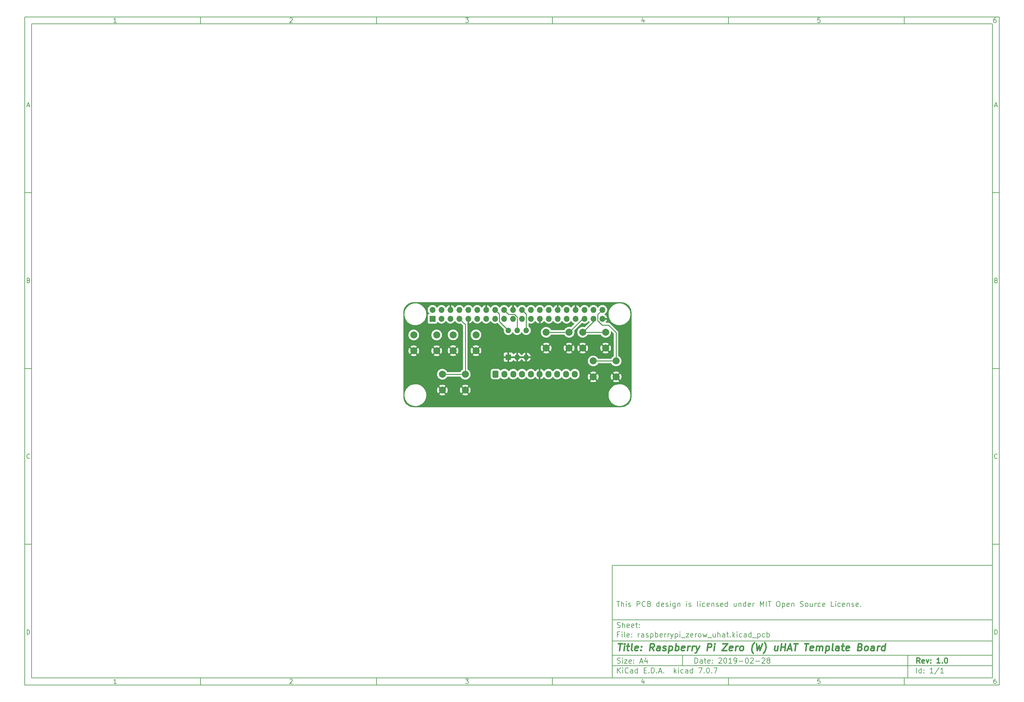
<source format=gbr>
G04 #@! TF.GenerationSoftware,KiCad,Pcbnew,7.0.7*
G04 #@! TF.CreationDate,2024-04-04T13:45:20+09:00*
G04 #@! TF.ProjectId,raspberrypi_zerow_uhat,72617370-6265-4727-9279-70695f7a6572,1.0*
G04 #@! TF.SameCoordinates,Original*
G04 #@! TF.FileFunction,Copper,L2,Bot*
G04 #@! TF.FilePolarity,Positive*
%FSLAX46Y46*%
G04 Gerber Fmt 4.6, Leading zero omitted, Abs format (unit mm)*
G04 Created by KiCad (PCBNEW 7.0.7) date 2024-04-04 13:45:20*
%MOMM*%
%LPD*%
G01*
G04 APERTURE LIST*
G04 Aperture macros list*
%AMRoundRect*
0 Rectangle with rounded corners*
0 $1 Rounding radius*
0 $2 $3 $4 $5 $6 $7 $8 $9 X,Y pos of 4 corners*
0 Add a 4 corners polygon primitive as box body*
4,1,4,$2,$3,$4,$5,$6,$7,$8,$9,$2,$3,0*
0 Add four circle primitives for the rounded corners*
1,1,$1+$1,$2,$3*
1,1,$1+$1,$4,$5*
1,1,$1+$1,$6,$7*
1,1,$1+$1,$8,$9*
0 Add four rect primitives between the rounded corners*
20,1,$1+$1,$2,$3,$4,$5,0*
20,1,$1+$1,$4,$5,$6,$7,0*
20,1,$1+$1,$6,$7,$8,$9,0*
20,1,$1+$1,$8,$9,$2,$3,0*%
G04 Aperture macros list end*
%ADD10C,0.100000*%
%ADD11C,0.150000*%
%ADD12C,0.300000*%
%ADD13C,0.400000*%
G04 #@! TA.AperFunction,ComponentPad*
%ADD14C,2.000000*%
G04 #@! TD*
G04 #@! TA.AperFunction,ComponentPad*
%ADD15R,1.600000X1.600000*%
G04 #@! TD*
G04 #@! TA.AperFunction,ComponentPad*
%ADD16O,1.600000X1.600000*%
G04 #@! TD*
G04 #@! TA.AperFunction,ComponentPad*
%ADD17RoundRect,0.250000X-0.600000X-0.725000X0.600000X-0.725000X0.600000X0.725000X-0.600000X0.725000X0*%
G04 #@! TD*
G04 #@! TA.AperFunction,ComponentPad*
%ADD18O,1.700000X1.950000*%
G04 #@! TD*
G04 #@! TA.AperFunction,ComponentPad*
%ADD19R,1.700000X1.700000*%
G04 #@! TD*
G04 #@! TA.AperFunction,ComponentPad*
%ADD20O,1.700000X1.700000*%
G04 #@! TD*
G04 #@! TA.AperFunction,Conductor*
%ADD21C,0.250000*%
G04 #@! TD*
G04 APERTURE END LIST*
D10*
D11*
X177002200Y-166007200D02*
X285002200Y-166007200D01*
X285002200Y-198007200D01*
X177002200Y-198007200D01*
X177002200Y-166007200D01*
D10*
D11*
X10000000Y-10000000D02*
X287002200Y-10000000D01*
X287002200Y-200007200D01*
X10000000Y-200007200D01*
X10000000Y-10000000D01*
D10*
D11*
X12000000Y-12000000D02*
X285002200Y-12000000D01*
X285002200Y-198007200D01*
X12000000Y-198007200D01*
X12000000Y-12000000D01*
D10*
D11*
X60000000Y-12000000D02*
X60000000Y-10000000D01*
D10*
D11*
X110000000Y-12000000D02*
X110000000Y-10000000D01*
D10*
D11*
X160000000Y-12000000D02*
X160000000Y-10000000D01*
D10*
D11*
X210000000Y-12000000D02*
X210000000Y-10000000D01*
D10*
D11*
X260000000Y-12000000D02*
X260000000Y-10000000D01*
D10*
D11*
X36089160Y-11593604D02*
X35346303Y-11593604D01*
X35717731Y-11593604D02*
X35717731Y-10293604D01*
X35717731Y-10293604D02*
X35593922Y-10479319D01*
X35593922Y-10479319D02*
X35470112Y-10603128D01*
X35470112Y-10603128D02*
X35346303Y-10665033D01*
D10*
D11*
X85346303Y-10417414D02*
X85408207Y-10355509D01*
X85408207Y-10355509D02*
X85532017Y-10293604D01*
X85532017Y-10293604D02*
X85841541Y-10293604D01*
X85841541Y-10293604D02*
X85965350Y-10355509D01*
X85965350Y-10355509D02*
X86027255Y-10417414D01*
X86027255Y-10417414D02*
X86089160Y-10541223D01*
X86089160Y-10541223D02*
X86089160Y-10665033D01*
X86089160Y-10665033D02*
X86027255Y-10850747D01*
X86027255Y-10850747D02*
X85284398Y-11593604D01*
X85284398Y-11593604D02*
X86089160Y-11593604D01*
D10*
D11*
X135284398Y-10293604D02*
X136089160Y-10293604D01*
X136089160Y-10293604D02*
X135655826Y-10788842D01*
X135655826Y-10788842D02*
X135841541Y-10788842D01*
X135841541Y-10788842D02*
X135965350Y-10850747D01*
X135965350Y-10850747D02*
X136027255Y-10912652D01*
X136027255Y-10912652D02*
X136089160Y-11036461D01*
X136089160Y-11036461D02*
X136089160Y-11345985D01*
X136089160Y-11345985D02*
X136027255Y-11469795D01*
X136027255Y-11469795D02*
X135965350Y-11531700D01*
X135965350Y-11531700D02*
X135841541Y-11593604D01*
X135841541Y-11593604D02*
X135470112Y-11593604D01*
X135470112Y-11593604D02*
X135346303Y-11531700D01*
X135346303Y-11531700D02*
X135284398Y-11469795D01*
D10*
D11*
X185965350Y-10726938D02*
X185965350Y-11593604D01*
X185655826Y-10231700D02*
X185346303Y-11160271D01*
X185346303Y-11160271D02*
X186151064Y-11160271D01*
D10*
D11*
X236027255Y-10293604D02*
X235408207Y-10293604D01*
X235408207Y-10293604D02*
X235346303Y-10912652D01*
X235346303Y-10912652D02*
X235408207Y-10850747D01*
X235408207Y-10850747D02*
X235532017Y-10788842D01*
X235532017Y-10788842D02*
X235841541Y-10788842D01*
X235841541Y-10788842D02*
X235965350Y-10850747D01*
X235965350Y-10850747D02*
X236027255Y-10912652D01*
X236027255Y-10912652D02*
X236089160Y-11036461D01*
X236089160Y-11036461D02*
X236089160Y-11345985D01*
X236089160Y-11345985D02*
X236027255Y-11469795D01*
X236027255Y-11469795D02*
X235965350Y-11531700D01*
X235965350Y-11531700D02*
X235841541Y-11593604D01*
X235841541Y-11593604D02*
X235532017Y-11593604D01*
X235532017Y-11593604D02*
X235408207Y-11531700D01*
X235408207Y-11531700D02*
X235346303Y-11469795D01*
D10*
D11*
X285965350Y-10293604D02*
X285717731Y-10293604D01*
X285717731Y-10293604D02*
X285593922Y-10355509D01*
X285593922Y-10355509D02*
X285532017Y-10417414D01*
X285532017Y-10417414D02*
X285408207Y-10603128D01*
X285408207Y-10603128D02*
X285346303Y-10850747D01*
X285346303Y-10850747D02*
X285346303Y-11345985D01*
X285346303Y-11345985D02*
X285408207Y-11469795D01*
X285408207Y-11469795D02*
X285470112Y-11531700D01*
X285470112Y-11531700D02*
X285593922Y-11593604D01*
X285593922Y-11593604D02*
X285841541Y-11593604D01*
X285841541Y-11593604D02*
X285965350Y-11531700D01*
X285965350Y-11531700D02*
X286027255Y-11469795D01*
X286027255Y-11469795D02*
X286089160Y-11345985D01*
X286089160Y-11345985D02*
X286089160Y-11036461D01*
X286089160Y-11036461D02*
X286027255Y-10912652D01*
X286027255Y-10912652D02*
X285965350Y-10850747D01*
X285965350Y-10850747D02*
X285841541Y-10788842D01*
X285841541Y-10788842D02*
X285593922Y-10788842D01*
X285593922Y-10788842D02*
X285470112Y-10850747D01*
X285470112Y-10850747D02*
X285408207Y-10912652D01*
X285408207Y-10912652D02*
X285346303Y-11036461D01*
D10*
D11*
X60000000Y-198007200D02*
X60000000Y-200007200D01*
D10*
D11*
X110000000Y-198007200D02*
X110000000Y-200007200D01*
D10*
D11*
X160000000Y-198007200D02*
X160000000Y-200007200D01*
D10*
D11*
X210000000Y-198007200D02*
X210000000Y-200007200D01*
D10*
D11*
X260000000Y-198007200D02*
X260000000Y-200007200D01*
D10*
D11*
X36089160Y-199600804D02*
X35346303Y-199600804D01*
X35717731Y-199600804D02*
X35717731Y-198300804D01*
X35717731Y-198300804D02*
X35593922Y-198486519D01*
X35593922Y-198486519D02*
X35470112Y-198610328D01*
X35470112Y-198610328D02*
X35346303Y-198672233D01*
D10*
D11*
X85346303Y-198424614D02*
X85408207Y-198362709D01*
X85408207Y-198362709D02*
X85532017Y-198300804D01*
X85532017Y-198300804D02*
X85841541Y-198300804D01*
X85841541Y-198300804D02*
X85965350Y-198362709D01*
X85965350Y-198362709D02*
X86027255Y-198424614D01*
X86027255Y-198424614D02*
X86089160Y-198548423D01*
X86089160Y-198548423D02*
X86089160Y-198672233D01*
X86089160Y-198672233D02*
X86027255Y-198857947D01*
X86027255Y-198857947D02*
X85284398Y-199600804D01*
X85284398Y-199600804D02*
X86089160Y-199600804D01*
D10*
D11*
X135284398Y-198300804D02*
X136089160Y-198300804D01*
X136089160Y-198300804D02*
X135655826Y-198796042D01*
X135655826Y-198796042D02*
X135841541Y-198796042D01*
X135841541Y-198796042D02*
X135965350Y-198857947D01*
X135965350Y-198857947D02*
X136027255Y-198919852D01*
X136027255Y-198919852D02*
X136089160Y-199043661D01*
X136089160Y-199043661D02*
X136089160Y-199353185D01*
X136089160Y-199353185D02*
X136027255Y-199476995D01*
X136027255Y-199476995D02*
X135965350Y-199538900D01*
X135965350Y-199538900D02*
X135841541Y-199600804D01*
X135841541Y-199600804D02*
X135470112Y-199600804D01*
X135470112Y-199600804D02*
X135346303Y-199538900D01*
X135346303Y-199538900D02*
X135284398Y-199476995D01*
D10*
D11*
X185965350Y-198734138D02*
X185965350Y-199600804D01*
X185655826Y-198238900D02*
X185346303Y-199167471D01*
X185346303Y-199167471D02*
X186151064Y-199167471D01*
D10*
D11*
X236027255Y-198300804D02*
X235408207Y-198300804D01*
X235408207Y-198300804D02*
X235346303Y-198919852D01*
X235346303Y-198919852D02*
X235408207Y-198857947D01*
X235408207Y-198857947D02*
X235532017Y-198796042D01*
X235532017Y-198796042D02*
X235841541Y-198796042D01*
X235841541Y-198796042D02*
X235965350Y-198857947D01*
X235965350Y-198857947D02*
X236027255Y-198919852D01*
X236027255Y-198919852D02*
X236089160Y-199043661D01*
X236089160Y-199043661D02*
X236089160Y-199353185D01*
X236089160Y-199353185D02*
X236027255Y-199476995D01*
X236027255Y-199476995D02*
X235965350Y-199538900D01*
X235965350Y-199538900D02*
X235841541Y-199600804D01*
X235841541Y-199600804D02*
X235532017Y-199600804D01*
X235532017Y-199600804D02*
X235408207Y-199538900D01*
X235408207Y-199538900D02*
X235346303Y-199476995D01*
D10*
D11*
X285965350Y-198300804D02*
X285717731Y-198300804D01*
X285717731Y-198300804D02*
X285593922Y-198362709D01*
X285593922Y-198362709D02*
X285532017Y-198424614D01*
X285532017Y-198424614D02*
X285408207Y-198610328D01*
X285408207Y-198610328D02*
X285346303Y-198857947D01*
X285346303Y-198857947D02*
X285346303Y-199353185D01*
X285346303Y-199353185D02*
X285408207Y-199476995D01*
X285408207Y-199476995D02*
X285470112Y-199538900D01*
X285470112Y-199538900D02*
X285593922Y-199600804D01*
X285593922Y-199600804D02*
X285841541Y-199600804D01*
X285841541Y-199600804D02*
X285965350Y-199538900D01*
X285965350Y-199538900D02*
X286027255Y-199476995D01*
X286027255Y-199476995D02*
X286089160Y-199353185D01*
X286089160Y-199353185D02*
X286089160Y-199043661D01*
X286089160Y-199043661D02*
X286027255Y-198919852D01*
X286027255Y-198919852D02*
X285965350Y-198857947D01*
X285965350Y-198857947D02*
X285841541Y-198796042D01*
X285841541Y-198796042D02*
X285593922Y-198796042D01*
X285593922Y-198796042D02*
X285470112Y-198857947D01*
X285470112Y-198857947D02*
X285408207Y-198919852D01*
X285408207Y-198919852D02*
X285346303Y-199043661D01*
D10*
D11*
X10000000Y-60000000D02*
X12000000Y-60000000D01*
D10*
D11*
X10000000Y-110000000D02*
X12000000Y-110000000D01*
D10*
D11*
X10000000Y-160000000D02*
X12000000Y-160000000D01*
D10*
D11*
X10690476Y-35222176D02*
X11309523Y-35222176D01*
X10566666Y-35593604D02*
X10999999Y-34293604D01*
X10999999Y-34293604D02*
X11433333Y-35593604D01*
D10*
D11*
X11092857Y-84912652D02*
X11278571Y-84974557D01*
X11278571Y-84974557D02*
X11340476Y-85036461D01*
X11340476Y-85036461D02*
X11402380Y-85160271D01*
X11402380Y-85160271D02*
X11402380Y-85345985D01*
X11402380Y-85345985D02*
X11340476Y-85469795D01*
X11340476Y-85469795D02*
X11278571Y-85531700D01*
X11278571Y-85531700D02*
X11154761Y-85593604D01*
X11154761Y-85593604D02*
X10659523Y-85593604D01*
X10659523Y-85593604D02*
X10659523Y-84293604D01*
X10659523Y-84293604D02*
X11092857Y-84293604D01*
X11092857Y-84293604D02*
X11216666Y-84355509D01*
X11216666Y-84355509D02*
X11278571Y-84417414D01*
X11278571Y-84417414D02*
X11340476Y-84541223D01*
X11340476Y-84541223D02*
X11340476Y-84665033D01*
X11340476Y-84665033D02*
X11278571Y-84788842D01*
X11278571Y-84788842D02*
X11216666Y-84850747D01*
X11216666Y-84850747D02*
X11092857Y-84912652D01*
X11092857Y-84912652D02*
X10659523Y-84912652D01*
D10*
D11*
X11402380Y-135469795D02*
X11340476Y-135531700D01*
X11340476Y-135531700D02*
X11154761Y-135593604D01*
X11154761Y-135593604D02*
X11030952Y-135593604D01*
X11030952Y-135593604D02*
X10845238Y-135531700D01*
X10845238Y-135531700D02*
X10721428Y-135407890D01*
X10721428Y-135407890D02*
X10659523Y-135284080D01*
X10659523Y-135284080D02*
X10597619Y-135036461D01*
X10597619Y-135036461D02*
X10597619Y-134850747D01*
X10597619Y-134850747D02*
X10659523Y-134603128D01*
X10659523Y-134603128D02*
X10721428Y-134479319D01*
X10721428Y-134479319D02*
X10845238Y-134355509D01*
X10845238Y-134355509D02*
X11030952Y-134293604D01*
X11030952Y-134293604D02*
X11154761Y-134293604D01*
X11154761Y-134293604D02*
X11340476Y-134355509D01*
X11340476Y-134355509D02*
X11402380Y-134417414D01*
D10*
D11*
X10659523Y-185593604D02*
X10659523Y-184293604D01*
X10659523Y-184293604D02*
X10969047Y-184293604D01*
X10969047Y-184293604D02*
X11154761Y-184355509D01*
X11154761Y-184355509D02*
X11278571Y-184479319D01*
X11278571Y-184479319D02*
X11340476Y-184603128D01*
X11340476Y-184603128D02*
X11402380Y-184850747D01*
X11402380Y-184850747D02*
X11402380Y-185036461D01*
X11402380Y-185036461D02*
X11340476Y-185284080D01*
X11340476Y-185284080D02*
X11278571Y-185407890D01*
X11278571Y-185407890D02*
X11154761Y-185531700D01*
X11154761Y-185531700D02*
X10969047Y-185593604D01*
X10969047Y-185593604D02*
X10659523Y-185593604D01*
D10*
D11*
X287002200Y-60000000D02*
X285002200Y-60000000D01*
D10*
D11*
X287002200Y-110000000D02*
X285002200Y-110000000D01*
D10*
D11*
X287002200Y-160000000D02*
X285002200Y-160000000D01*
D10*
D11*
X285692676Y-35222176D02*
X286311723Y-35222176D01*
X285568866Y-35593604D02*
X286002199Y-34293604D01*
X286002199Y-34293604D02*
X286435533Y-35593604D01*
D10*
D11*
X286095057Y-84912652D02*
X286280771Y-84974557D01*
X286280771Y-84974557D02*
X286342676Y-85036461D01*
X286342676Y-85036461D02*
X286404580Y-85160271D01*
X286404580Y-85160271D02*
X286404580Y-85345985D01*
X286404580Y-85345985D02*
X286342676Y-85469795D01*
X286342676Y-85469795D02*
X286280771Y-85531700D01*
X286280771Y-85531700D02*
X286156961Y-85593604D01*
X286156961Y-85593604D02*
X285661723Y-85593604D01*
X285661723Y-85593604D02*
X285661723Y-84293604D01*
X285661723Y-84293604D02*
X286095057Y-84293604D01*
X286095057Y-84293604D02*
X286218866Y-84355509D01*
X286218866Y-84355509D02*
X286280771Y-84417414D01*
X286280771Y-84417414D02*
X286342676Y-84541223D01*
X286342676Y-84541223D02*
X286342676Y-84665033D01*
X286342676Y-84665033D02*
X286280771Y-84788842D01*
X286280771Y-84788842D02*
X286218866Y-84850747D01*
X286218866Y-84850747D02*
X286095057Y-84912652D01*
X286095057Y-84912652D02*
X285661723Y-84912652D01*
D10*
D11*
X286404580Y-135469795D02*
X286342676Y-135531700D01*
X286342676Y-135531700D02*
X286156961Y-135593604D01*
X286156961Y-135593604D02*
X286033152Y-135593604D01*
X286033152Y-135593604D02*
X285847438Y-135531700D01*
X285847438Y-135531700D02*
X285723628Y-135407890D01*
X285723628Y-135407890D02*
X285661723Y-135284080D01*
X285661723Y-135284080D02*
X285599819Y-135036461D01*
X285599819Y-135036461D02*
X285599819Y-134850747D01*
X285599819Y-134850747D02*
X285661723Y-134603128D01*
X285661723Y-134603128D02*
X285723628Y-134479319D01*
X285723628Y-134479319D02*
X285847438Y-134355509D01*
X285847438Y-134355509D02*
X286033152Y-134293604D01*
X286033152Y-134293604D02*
X286156961Y-134293604D01*
X286156961Y-134293604D02*
X286342676Y-134355509D01*
X286342676Y-134355509D02*
X286404580Y-134417414D01*
D10*
D11*
X285661723Y-185593604D02*
X285661723Y-184293604D01*
X285661723Y-184293604D02*
X285971247Y-184293604D01*
X285971247Y-184293604D02*
X286156961Y-184355509D01*
X286156961Y-184355509D02*
X286280771Y-184479319D01*
X286280771Y-184479319D02*
X286342676Y-184603128D01*
X286342676Y-184603128D02*
X286404580Y-184850747D01*
X286404580Y-184850747D02*
X286404580Y-185036461D01*
X286404580Y-185036461D02*
X286342676Y-185284080D01*
X286342676Y-185284080D02*
X286280771Y-185407890D01*
X286280771Y-185407890D02*
X286156961Y-185531700D01*
X286156961Y-185531700D02*
X285971247Y-185593604D01*
X285971247Y-185593604D02*
X285661723Y-185593604D01*
D10*
D11*
X200458026Y-193793328D02*
X200458026Y-192293328D01*
X200458026Y-192293328D02*
X200815169Y-192293328D01*
X200815169Y-192293328D02*
X201029455Y-192364757D01*
X201029455Y-192364757D02*
X201172312Y-192507614D01*
X201172312Y-192507614D02*
X201243741Y-192650471D01*
X201243741Y-192650471D02*
X201315169Y-192936185D01*
X201315169Y-192936185D02*
X201315169Y-193150471D01*
X201315169Y-193150471D02*
X201243741Y-193436185D01*
X201243741Y-193436185D02*
X201172312Y-193579042D01*
X201172312Y-193579042D02*
X201029455Y-193721900D01*
X201029455Y-193721900D02*
X200815169Y-193793328D01*
X200815169Y-193793328D02*
X200458026Y-193793328D01*
X202600884Y-193793328D02*
X202600884Y-193007614D01*
X202600884Y-193007614D02*
X202529455Y-192864757D01*
X202529455Y-192864757D02*
X202386598Y-192793328D01*
X202386598Y-192793328D02*
X202100884Y-192793328D01*
X202100884Y-192793328D02*
X201958026Y-192864757D01*
X202600884Y-193721900D02*
X202458026Y-193793328D01*
X202458026Y-193793328D02*
X202100884Y-193793328D01*
X202100884Y-193793328D02*
X201958026Y-193721900D01*
X201958026Y-193721900D02*
X201886598Y-193579042D01*
X201886598Y-193579042D02*
X201886598Y-193436185D01*
X201886598Y-193436185D02*
X201958026Y-193293328D01*
X201958026Y-193293328D02*
X202100884Y-193221900D01*
X202100884Y-193221900D02*
X202458026Y-193221900D01*
X202458026Y-193221900D02*
X202600884Y-193150471D01*
X203100884Y-192793328D02*
X203672312Y-192793328D01*
X203315169Y-192293328D02*
X203315169Y-193579042D01*
X203315169Y-193579042D02*
X203386598Y-193721900D01*
X203386598Y-193721900D02*
X203529455Y-193793328D01*
X203529455Y-193793328D02*
X203672312Y-193793328D01*
X204743741Y-193721900D02*
X204600884Y-193793328D01*
X204600884Y-193793328D02*
X204315170Y-193793328D01*
X204315170Y-193793328D02*
X204172312Y-193721900D01*
X204172312Y-193721900D02*
X204100884Y-193579042D01*
X204100884Y-193579042D02*
X204100884Y-193007614D01*
X204100884Y-193007614D02*
X204172312Y-192864757D01*
X204172312Y-192864757D02*
X204315170Y-192793328D01*
X204315170Y-192793328D02*
X204600884Y-192793328D01*
X204600884Y-192793328D02*
X204743741Y-192864757D01*
X204743741Y-192864757D02*
X204815170Y-193007614D01*
X204815170Y-193007614D02*
X204815170Y-193150471D01*
X204815170Y-193150471D02*
X204100884Y-193293328D01*
X205458026Y-193650471D02*
X205529455Y-193721900D01*
X205529455Y-193721900D02*
X205458026Y-193793328D01*
X205458026Y-193793328D02*
X205386598Y-193721900D01*
X205386598Y-193721900D02*
X205458026Y-193650471D01*
X205458026Y-193650471D02*
X205458026Y-193793328D01*
X205458026Y-192864757D02*
X205529455Y-192936185D01*
X205529455Y-192936185D02*
X205458026Y-193007614D01*
X205458026Y-193007614D02*
X205386598Y-192936185D01*
X205386598Y-192936185D02*
X205458026Y-192864757D01*
X205458026Y-192864757D02*
X205458026Y-193007614D01*
X207243741Y-192436185D02*
X207315169Y-192364757D01*
X207315169Y-192364757D02*
X207458027Y-192293328D01*
X207458027Y-192293328D02*
X207815169Y-192293328D01*
X207815169Y-192293328D02*
X207958027Y-192364757D01*
X207958027Y-192364757D02*
X208029455Y-192436185D01*
X208029455Y-192436185D02*
X208100884Y-192579042D01*
X208100884Y-192579042D02*
X208100884Y-192721900D01*
X208100884Y-192721900D02*
X208029455Y-192936185D01*
X208029455Y-192936185D02*
X207172312Y-193793328D01*
X207172312Y-193793328D02*
X208100884Y-193793328D01*
X209029455Y-192293328D02*
X209172312Y-192293328D01*
X209172312Y-192293328D02*
X209315169Y-192364757D01*
X209315169Y-192364757D02*
X209386598Y-192436185D01*
X209386598Y-192436185D02*
X209458026Y-192579042D01*
X209458026Y-192579042D02*
X209529455Y-192864757D01*
X209529455Y-192864757D02*
X209529455Y-193221900D01*
X209529455Y-193221900D02*
X209458026Y-193507614D01*
X209458026Y-193507614D02*
X209386598Y-193650471D01*
X209386598Y-193650471D02*
X209315169Y-193721900D01*
X209315169Y-193721900D02*
X209172312Y-193793328D01*
X209172312Y-193793328D02*
X209029455Y-193793328D01*
X209029455Y-193793328D02*
X208886598Y-193721900D01*
X208886598Y-193721900D02*
X208815169Y-193650471D01*
X208815169Y-193650471D02*
X208743740Y-193507614D01*
X208743740Y-193507614D02*
X208672312Y-193221900D01*
X208672312Y-193221900D02*
X208672312Y-192864757D01*
X208672312Y-192864757D02*
X208743740Y-192579042D01*
X208743740Y-192579042D02*
X208815169Y-192436185D01*
X208815169Y-192436185D02*
X208886598Y-192364757D01*
X208886598Y-192364757D02*
X209029455Y-192293328D01*
X210958026Y-193793328D02*
X210100883Y-193793328D01*
X210529454Y-193793328D02*
X210529454Y-192293328D01*
X210529454Y-192293328D02*
X210386597Y-192507614D01*
X210386597Y-192507614D02*
X210243740Y-192650471D01*
X210243740Y-192650471D02*
X210100883Y-192721900D01*
X211672311Y-193793328D02*
X211958025Y-193793328D01*
X211958025Y-193793328D02*
X212100882Y-193721900D01*
X212100882Y-193721900D02*
X212172311Y-193650471D01*
X212172311Y-193650471D02*
X212315168Y-193436185D01*
X212315168Y-193436185D02*
X212386597Y-193150471D01*
X212386597Y-193150471D02*
X212386597Y-192579042D01*
X212386597Y-192579042D02*
X212315168Y-192436185D01*
X212315168Y-192436185D02*
X212243740Y-192364757D01*
X212243740Y-192364757D02*
X212100882Y-192293328D01*
X212100882Y-192293328D02*
X211815168Y-192293328D01*
X211815168Y-192293328D02*
X211672311Y-192364757D01*
X211672311Y-192364757D02*
X211600882Y-192436185D01*
X211600882Y-192436185D02*
X211529454Y-192579042D01*
X211529454Y-192579042D02*
X211529454Y-192936185D01*
X211529454Y-192936185D02*
X211600882Y-193079042D01*
X211600882Y-193079042D02*
X211672311Y-193150471D01*
X211672311Y-193150471D02*
X211815168Y-193221900D01*
X211815168Y-193221900D02*
X212100882Y-193221900D01*
X212100882Y-193221900D02*
X212243740Y-193150471D01*
X212243740Y-193150471D02*
X212315168Y-193079042D01*
X212315168Y-193079042D02*
X212386597Y-192936185D01*
X213029453Y-193221900D02*
X214172311Y-193221900D01*
X215172311Y-192293328D02*
X215315168Y-192293328D01*
X215315168Y-192293328D02*
X215458025Y-192364757D01*
X215458025Y-192364757D02*
X215529454Y-192436185D01*
X215529454Y-192436185D02*
X215600882Y-192579042D01*
X215600882Y-192579042D02*
X215672311Y-192864757D01*
X215672311Y-192864757D02*
X215672311Y-193221900D01*
X215672311Y-193221900D02*
X215600882Y-193507614D01*
X215600882Y-193507614D02*
X215529454Y-193650471D01*
X215529454Y-193650471D02*
X215458025Y-193721900D01*
X215458025Y-193721900D02*
X215315168Y-193793328D01*
X215315168Y-193793328D02*
X215172311Y-193793328D01*
X215172311Y-193793328D02*
X215029454Y-193721900D01*
X215029454Y-193721900D02*
X214958025Y-193650471D01*
X214958025Y-193650471D02*
X214886596Y-193507614D01*
X214886596Y-193507614D02*
X214815168Y-193221900D01*
X214815168Y-193221900D02*
X214815168Y-192864757D01*
X214815168Y-192864757D02*
X214886596Y-192579042D01*
X214886596Y-192579042D02*
X214958025Y-192436185D01*
X214958025Y-192436185D02*
X215029454Y-192364757D01*
X215029454Y-192364757D02*
X215172311Y-192293328D01*
X216243739Y-192436185D02*
X216315167Y-192364757D01*
X216315167Y-192364757D02*
X216458025Y-192293328D01*
X216458025Y-192293328D02*
X216815167Y-192293328D01*
X216815167Y-192293328D02*
X216958025Y-192364757D01*
X216958025Y-192364757D02*
X217029453Y-192436185D01*
X217029453Y-192436185D02*
X217100882Y-192579042D01*
X217100882Y-192579042D02*
X217100882Y-192721900D01*
X217100882Y-192721900D02*
X217029453Y-192936185D01*
X217029453Y-192936185D02*
X216172310Y-193793328D01*
X216172310Y-193793328D02*
X217100882Y-193793328D01*
X217743738Y-193221900D02*
X218886596Y-193221900D01*
X219529453Y-192436185D02*
X219600881Y-192364757D01*
X219600881Y-192364757D02*
X219743739Y-192293328D01*
X219743739Y-192293328D02*
X220100881Y-192293328D01*
X220100881Y-192293328D02*
X220243739Y-192364757D01*
X220243739Y-192364757D02*
X220315167Y-192436185D01*
X220315167Y-192436185D02*
X220386596Y-192579042D01*
X220386596Y-192579042D02*
X220386596Y-192721900D01*
X220386596Y-192721900D02*
X220315167Y-192936185D01*
X220315167Y-192936185D02*
X219458024Y-193793328D01*
X219458024Y-193793328D02*
X220386596Y-193793328D01*
X221243738Y-192936185D02*
X221100881Y-192864757D01*
X221100881Y-192864757D02*
X221029452Y-192793328D01*
X221029452Y-192793328D02*
X220958024Y-192650471D01*
X220958024Y-192650471D02*
X220958024Y-192579042D01*
X220958024Y-192579042D02*
X221029452Y-192436185D01*
X221029452Y-192436185D02*
X221100881Y-192364757D01*
X221100881Y-192364757D02*
X221243738Y-192293328D01*
X221243738Y-192293328D02*
X221529452Y-192293328D01*
X221529452Y-192293328D02*
X221672310Y-192364757D01*
X221672310Y-192364757D02*
X221743738Y-192436185D01*
X221743738Y-192436185D02*
X221815167Y-192579042D01*
X221815167Y-192579042D02*
X221815167Y-192650471D01*
X221815167Y-192650471D02*
X221743738Y-192793328D01*
X221743738Y-192793328D02*
X221672310Y-192864757D01*
X221672310Y-192864757D02*
X221529452Y-192936185D01*
X221529452Y-192936185D02*
X221243738Y-192936185D01*
X221243738Y-192936185D02*
X221100881Y-193007614D01*
X221100881Y-193007614D02*
X221029452Y-193079042D01*
X221029452Y-193079042D02*
X220958024Y-193221900D01*
X220958024Y-193221900D02*
X220958024Y-193507614D01*
X220958024Y-193507614D02*
X221029452Y-193650471D01*
X221029452Y-193650471D02*
X221100881Y-193721900D01*
X221100881Y-193721900D02*
X221243738Y-193793328D01*
X221243738Y-193793328D02*
X221529452Y-193793328D01*
X221529452Y-193793328D02*
X221672310Y-193721900D01*
X221672310Y-193721900D02*
X221743738Y-193650471D01*
X221743738Y-193650471D02*
X221815167Y-193507614D01*
X221815167Y-193507614D02*
X221815167Y-193221900D01*
X221815167Y-193221900D02*
X221743738Y-193079042D01*
X221743738Y-193079042D02*
X221672310Y-193007614D01*
X221672310Y-193007614D02*
X221529452Y-192936185D01*
D10*
D11*
X177002200Y-194507200D02*
X285002200Y-194507200D01*
D10*
D11*
X178458026Y-196593328D02*
X178458026Y-195093328D01*
X179315169Y-196593328D02*
X178672312Y-195736185D01*
X179315169Y-195093328D02*
X178458026Y-195950471D01*
X179958026Y-196593328D02*
X179958026Y-195593328D01*
X179958026Y-195093328D02*
X179886598Y-195164757D01*
X179886598Y-195164757D02*
X179958026Y-195236185D01*
X179958026Y-195236185D02*
X180029455Y-195164757D01*
X180029455Y-195164757D02*
X179958026Y-195093328D01*
X179958026Y-195093328D02*
X179958026Y-195236185D01*
X181529455Y-196450471D02*
X181458027Y-196521900D01*
X181458027Y-196521900D02*
X181243741Y-196593328D01*
X181243741Y-196593328D02*
X181100884Y-196593328D01*
X181100884Y-196593328D02*
X180886598Y-196521900D01*
X180886598Y-196521900D02*
X180743741Y-196379042D01*
X180743741Y-196379042D02*
X180672312Y-196236185D01*
X180672312Y-196236185D02*
X180600884Y-195950471D01*
X180600884Y-195950471D02*
X180600884Y-195736185D01*
X180600884Y-195736185D02*
X180672312Y-195450471D01*
X180672312Y-195450471D02*
X180743741Y-195307614D01*
X180743741Y-195307614D02*
X180886598Y-195164757D01*
X180886598Y-195164757D02*
X181100884Y-195093328D01*
X181100884Y-195093328D02*
X181243741Y-195093328D01*
X181243741Y-195093328D02*
X181458027Y-195164757D01*
X181458027Y-195164757D02*
X181529455Y-195236185D01*
X182815170Y-196593328D02*
X182815170Y-195807614D01*
X182815170Y-195807614D02*
X182743741Y-195664757D01*
X182743741Y-195664757D02*
X182600884Y-195593328D01*
X182600884Y-195593328D02*
X182315170Y-195593328D01*
X182315170Y-195593328D02*
X182172312Y-195664757D01*
X182815170Y-196521900D02*
X182672312Y-196593328D01*
X182672312Y-196593328D02*
X182315170Y-196593328D01*
X182315170Y-196593328D02*
X182172312Y-196521900D01*
X182172312Y-196521900D02*
X182100884Y-196379042D01*
X182100884Y-196379042D02*
X182100884Y-196236185D01*
X182100884Y-196236185D02*
X182172312Y-196093328D01*
X182172312Y-196093328D02*
X182315170Y-196021900D01*
X182315170Y-196021900D02*
X182672312Y-196021900D01*
X182672312Y-196021900D02*
X182815170Y-195950471D01*
X184172313Y-196593328D02*
X184172313Y-195093328D01*
X184172313Y-196521900D02*
X184029455Y-196593328D01*
X184029455Y-196593328D02*
X183743741Y-196593328D01*
X183743741Y-196593328D02*
X183600884Y-196521900D01*
X183600884Y-196521900D02*
X183529455Y-196450471D01*
X183529455Y-196450471D02*
X183458027Y-196307614D01*
X183458027Y-196307614D02*
X183458027Y-195879042D01*
X183458027Y-195879042D02*
X183529455Y-195736185D01*
X183529455Y-195736185D02*
X183600884Y-195664757D01*
X183600884Y-195664757D02*
X183743741Y-195593328D01*
X183743741Y-195593328D02*
X184029455Y-195593328D01*
X184029455Y-195593328D02*
X184172313Y-195664757D01*
X186029455Y-195807614D02*
X186529455Y-195807614D01*
X186743741Y-196593328D02*
X186029455Y-196593328D01*
X186029455Y-196593328D02*
X186029455Y-195093328D01*
X186029455Y-195093328D02*
X186743741Y-195093328D01*
X187386598Y-196450471D02*
X187458027Y-196521900D01*
X187458027Y-196521900D02*
X187386598Y-196593328D01*
X187386598Y-196593328D02*
X187315170Y-196521900D01*
X187315170Y-196521900D02*
X187386598Y-196450471D01*
X187386598Y-196450471D02*
X187386598Y-196593328D01*
X188100884Y-196593328D02*
X188100884Y-195093328D01*
X188100884Y-195093328D02*
X188458027Y-195093328D01*
X188458027Y-195093328D02*
X188672313Y-195164757D01*
X188672313Y-195164757D02*
X188815170Y-195307614D01*
X188815170Y-195307614D02*
X188886599Y-195450471D01*
X188886599Y-195450471D02*
X188958027Y-195736185D01*
X188958027Y-195736185D02*
X188958027Y-195950471D01*
X188958027Y-195950471D02*
X188886599Y-196236185D01*
X188886599Y-196236185D02*
X188815170Y-196379042D01*
X188815170Y-196379042D02*
X188672313Y-196521900D01*
X188672313Y-196521900D02*
X188458027Y-196593328D01*
X188458027Y-196593328D02*
X188100884Y-196593328D01*
X189600884Y-196450471D02*
X189672313Y-196521900D01*
X189672313Y-196521900D02*
X189600884Y-196593328D01*
X189600884Y-196593328D02*
X189529456Y-196521900D01*
X189529456Y-196521900D02*
X189600884Y-196450471D01*
X189600884Y-196450471D02*
X189600884Y-196593328D01*
X190243742Y-196164757D02*
X190958028Y-196164757D01*
X190100885Y-196593328D02*
X190600885Y-195093328D01*
X190600885Y-195093328D02*
X191100885Y-196593328D01*
X191600884Y-196450471D02*
X191672313Y-196521900D01*
X191672313Y-196521900D02*
X191600884Y-196593328D01*
X191600884Y-196593328D02*
X191529456Y-196521900D01*
X191529456Y-196521900D02*
X191600884Y-196450471D01*
X191600884Y-196450471D02*
X191600884Y-196593328D01*
X194600884Y-196593328D02*
X194600884Y-195093328D01*
X194743742Y-196021900D02*
X195172313Y-196593328D01*
X195172313Y-195593328D02*
X194600884Y-196164757D01*
X195815170Y-196593328D02*
X195815170Y-195593328D01*
X195815170Y-195093328D02*
X195743742Y-195164757D01*
X195743742Y-195164757D02*
X195815170Y-195236185D01*
X195815170Y-195236185D02*
X195886599Y-195164757D01*
X195886599Y-195164757D02*
X195815170Y-195093328D01*
X195815170Y-195093328D02*
X195815170Y-195236185D01*
X197172314Y-196521900D02*
X197029456Y-196593328D01*
X197029456Y-196593328D02*
X196743742Y-196593328D01*
X196743742Y-196593328D02*
X196600885Y-196521900D01*
X196600885Y-196521900D02*
X196529456Y-196450471D01*
X196529456Y-196450471D02*
X196458028Y-196307614D01*
X196458028Y-196307614D02*
X196458028Y-195879042D01*
X196458028Y-195879042D02*
X196529456Y-195736185D01*
X196529456Y-195736185D02*
X196600885Y-195664757D01*
X196600885Y-195664757D02*
X196743742Y-195593328D01*
X196743742Y-195593328D02*
X197029456Y-195593328D01*
X197029456Y-195593328D02*
X197172314Y-195664757D01*
X198458028Y-196593328D02*
X198458028Y-195807614D01*
X198458028Y-195807614D02*
X198386599Y-195664757D01*
X198386599Y-195664757D02*
X198243742Y-195593328D01*
X198243742Y-195593328D02*
X197958028Y-195593328D01*
X197958028Y-195593328D02*
X197815170Y-195664757D01*
X198458028Y-196521900D02*
X198315170Y-196593328D01*
X198315170Y-196593328D02*
X197958028Y-196593328D01*
X197958028Y-196593328D02*
X197815170Y-196521900D01*
X197815170Y-196521900D02*
X197743742Y-196379042D01*
X197743742Y-196379042D02*
X197743742Y-196236185D01*
X197743742Y-196236185D02*
X197815170Y-196093328D01*
X197815170Y-196093328D02*
X197958028Y-196021900D01*
X197958028Y-196021900D02*
X198315170Y-196021900D01*
X198315170Y-196021900D02*
X198458028Y-195950471D01*
X199815171Y-196593328D02*
X199815171Y-195093328D01*
X199815171Y-196521900D02*
X199672313Y-196593328D01*
X199672313Y-196593328D02*
X199386599Y-196593328D01*
X199386599Y-196593328D02*
X199243742Y-196521900D01*
X199243742Y-196521900D02*
X199172313Y-196450471D01*
X199172313Y-196450471D02*
X199100885Y-196307614D01*
X199100885Y-196307614D02*
X199100885Y-195879042D01*
X199100885Y-195879042D02*
X199172313Y-195736185D01*
X199172313Y-195736185D02*
X199243742Y-195664757D01*
X199243742Y-195664757D02*
X199386599Y-195593328D01*
X199386599Y-195593328D02*
X199672313Y-195593328D01*
X199672313Y-195593328D02*
X199815171Y-195664757D01*
X201529456Y-195093328D02*
X202529456Y-195093328D01*
X202529456Y-195093328D02*
X201886599Y-196593328D01*
X203100884Y-196450471D02*
X203172313Y-196521900D01*
X203172313Y-196521900D02*
X203100884Y-196593328D01*
X203100884Y-196593328D02*
X203029456Y-196521900D01*
X203029456Y-196521900D02*
X203100884Y-196450471D01*
X203100884Y-196450471D02*
X203100884Y-196593328D01*
X204100885Y-195093328D02*
X204243742Y-195093328D01*
X204243742Y-195093328D02*
X204386599Y-195164757D01*
X204386599Y-195164757D02*
X204458028Y-195236185D01*
X204458028Y-195236185D02*
X204529456Y-195379042D01*
X204529456Y-195379042D02*
X204600885Y-195664757D01*
X204600885Y-195664757D02*
X204600885Y-196021900D01*
X204600885Y-196021900D02*
X204529456Y-196307614D01*
X204529456Y-196307614D02*
X204458028Y-196450471D01*
X204458028Y-196450471D02*
X204386599Y-196521900D01*
X204386599Y-196521900D02*
X204243742Y-196593328D01*
X204243742Y-196593328D02*
X204100885Y-196593328D01*
X204100885Y-196593328D02*
X203958028Y-196521900D01*
X203958028Y-196521900D02*
X203886599Y-196450471D01*
X203886599Y-196450471D02*
X203815170Y-196307614D01*
X203815170Y-196307614D02*
X203743742Y-196021900D01*
X203743742Y-196021900D02*
X203743742Y-195664757D01*
X203743742Y-195664757D02*
X203815170Y-195379042D01*
X203815170Y-195379042D02*
X203886599Y-195236185D01*
X203886599Y-195236185D02*
X203958028Y-195164757D01*
X203958028Y-195164757D02*
X204100885Y-195093328D01*
X205243741Y-196450471D02*
X205315170Y-196521900D01*
X205315170Y-196521900D02*
X205243741Y-196593328D01*
X205243741Y-196593328D02*
X205172313Y-196521900D01*
X205172313Y-196521900D02*
X205243741Y-196450471D01*
X205243741Y-196450471D02*
X205243741Y-196593328D01*
X205815170Y-195093328D02*
X206815170Y-195093328D01*
X206815170Y-195093328D02*
X206172313Y-196593328D01*
D10*
D11*
X177002200Y-191507200D02*
X285002200Y-191507200D01*
D10*
D12*
X264413853Y-193785528D02*
X263913853Y-193071242D01*
X263556710Y-193785528D02*
X263556710Y-192285528D01*
X263556710Y-192285528D02*
X264128139Y-192285528D01*
X264128139Y-192285528D02*
X264270996Y-192356957D01*
X264270996Y-192356957D02*
X264342425Y-192428385D01*
X264342425Y-192428385D02*
X264413853Y-192571242D01*
X264413853Y-192571242D02*
X264413853Y-192785528D01*
X264413853Y-192785528D02*
X264342425Y-192928385D01*
X264342425Y-192928385D02*
X264270996Y-192999814D01*
X264270996Y-192999814D02*
X264128139Y-193071242D01*
X264128139Y-193071242D02*
X263556710Y-193071242D01*
X265628139Y-193714100D02*
X265485282Y-193785528D01*
X265485282Y-193785528D02*
X265199568Y-193785528D01*
X265199568Y-193785528D02*
X265056710Y-193714100D01*
X265056710Y-193714100D02*
X264985282Y-193571242D01*
X264985282Y-193571242D02*
X264985282Y-192999814D01*
X264985282Y-192999814D02*
X265056710Y-192856957D01*
X265056710Y-192856957D02*
X265199568Y-192785528D01*
X265199568Y-192785528D02*
X265485282Y-192785528D01*
X265485282Y-192785528D02*
X265628139Y-192856957D01*
X265628139Y-192856957D02*
X265699568Y-192999814D01*
X265699568Y-192999814D02*
X265699568Y-193142671D01*
X265699568Y-193142671D02*
X264985282Y-193285528D01*
X266199567Y-192785528D02*
X266556710Y-193785528D01*
X266556710Y-193785528D02*
X266913853Y-192785528D01*
X267485281Y-193642671D02*
X267556710Y-193714100D01*
X267556710Y-193714100D02*
X267485281Y-193785528D01*
X267485281Y-193785528D02*
X267413853Y-193714100D01*
X267413853Y-193714100D02*
X267485281Y-193642671D01*
X267485281Y-193642671D02*
X267485281Y-193785528D01*
X267485281Y-192856957D02*
X267556710Y-192928385D01*
X267556710Y-192928385D02*
X267485281Y-192999814D01*
X267485281Y-192999814D02*
X267413853Y-192928385D01*
X267413853Y-192928385D02*
X267485281Y-192856957D01*
X267485281Y-192856957D02*
X267485281Y-192999814D01*
X270128139Y-193785528D02*
X269270996Y-193785528D01*
X269699567Y-193785528D02*
X269699567Y-192285528D01*
X269699567Y-192285528D02*
X269556710Y-192499814D01*
X269556710Y-192499814D02*
X269413853Y-192642671D01*
X269413853Y-192642671D02*
X269270996Y-192714100D01*
X270770995Y-193642671D02*
X270842424Y-193714100D01*
X270842424Y-193714100D02*
X270770995Y-193785528D01*
X270770995Y-193785528D02*
X270699567Y-193714100D01*
X270699567Y-193714100D02*
X270770995Y-193642671D01*
X270770995Y-193642671D02*
X270770995Y-193785528D01*
X271770996Y-192285528D02*
X271913853Y-192285528D01*
X271913853Y-192285528D02*
X272056710Y-192356957D01*
X272056710Y-192356957D02*
X272128139Y-192428385D01*
X272128139Y-192428385D02*
X272199567Y-192571242D01*
X272199567Y-192571242D02*
X272270996Y-192856957D01*
X272270996Y-192856957D02*
X272270996Y-193214100D01*
X272270996Y-193214100D02*
X272199567Y-193499814D01*
X272199567Y-193499814D02*
X272128139Y-193642671D01*
X272128139Y-193642671D02*
X272056710Y-193714100D01*
X272056710Y-193714100D02*
X271913853Y-193785528D01*
X271913853Y-193785528D02*
X271770996Y-193785528D01*
X271770996Y-193785528D02*
X271628139Y-193714100D01*
X271628139Y-193714100D02*
X271556710Y-193642671D01*
X271556710Y-193642671D02*
X271485281Y-193499814D01*
X271485281Y-193499814D02*
X271413853Y-193214100D01*
X271413853Y-193214100D02*
X271413853Y-192856957D01*
X271413853Y-192856957D02*
X271485281Y-192571242D01*
X271485281Y-192571242D02*
X271556710Y-192428385D01*
X271556710Y-192428385D02*
X271628139Y-192356957D01*
X271628139Y-192356957D02*
X271770996Y-192285528D01*
D10*
D11*
X178386598Y-193721900D02*
X178600884Y-193793328D01*
X178600884Y-193793328D02*
X178958026Y-193793328D01*
X178958026Y-193793328D02*
X179100884Y-193721900D01*
X179100884Y-193721900D02*
X179172312Y-193650471D01*
X179172312Y-193650471D02*
X179243741Y-193507614D01*
X179243741Y-193507614D02*
X179243741Y-193364757D01*
X179243741Y-193364757D02*
X179172312Y-193221900D01*
X179172312Y-193221900D02*
X179100884Y-193150471D01*
X179100884Y-193150471D02*
X178958026Y-193079042D01*
X178958026Y-193079042D02*
X178672312Y-193007614D01*
X178672312Y-193007614D02*
X178529455Y-192936185D01*
X178529455Y-192936185D02*
X178458026Y-192864757D01*
X178458026Y-192864757D02*
X178386598Y-192721900D01*
X178386598Y-192721900D02*
X178386598Y-192579042D01*
X178386598Y-192579042D02*
X178458026Y-192436185D01*
X178458026Y-192436185D02*
X178529455Y-192364757D01*
X178529455Y-192364757D02*
X178672312Y-192293328D01*
X178672312Y-192293328D02*
X179029455Y-192293328D01*
X179029455Y-192293328D02*
X179243741Y-192364757D01*
X179886597Y-193793328D02*
X179886597Y-192793328D01*
X179886597Y-192293328D02*
X179815169Y-192364757D01*
X179815169Y-192364757D02*
X179886597Y-192436185D01*
X179886597Y-192436185D02*
X179958026Y-192364757D01*
X179958026Y-192364757D02*
X179886597Y-192293328D01*
X179886597Y-192293328D02*
X179886597Y-192436185D01*
X180458026Y-192793328D02*
X181243741Y-192793328D01*
X181243741Y-192793328D02*
X180458026Y-193793328D01*
X180458026Y-193793328D02*
X181243741Y-193793328D01*
X182386598Y-193721900D02*
X182243741Y-193793328D01*
X182243741Y-193793328D02*
X181958027Y-193793328D01*
X181958027Y-193793328D02*
X181815169Y-193721900D01*
X181815169Y-193721900D02*
X181743741Y-193579042D01*
X181743741Y-193579042D02*
X181743741Y-193007614D01*
X181743741Y-193007614D02*
X181815169Y-192864757D01*
X181815169Y-192864757D02*
X181958027Y-192793328D01*
X181958027Y-192793328D02*
X182243741Y-192793328D01*
X182243741Y-192793328D02*
X182386598Y-192864757D01*
X182386598Y-192864757D02*
X182458027Y-193007614D01*
X182458027Y-193007614D02*
X182458027Y-193150471D01*
X182458027Y-193150471D02*
X181743741Y-193293328D01*
X183100883Y-193650471D02*
X183172312Y-193721900D01*
X183172312Y-193721900D02*
X183100883Y-193793328D01*
X183100883Y-193793328D02*
X183029455Y-193721900D01*
X183029455Y-193721900D02*
X183100883Y-193650471D01*
X183100883Y-193650471D02*
X183100883Y-193793328D01*
X183100883Y-192864757D02*
X183172312Y-192936185D01*
X183172312Y-192936185D02*
X183100883Y-193007614D01*
X183100883Y-193007614D02*
X183029455Y-192936185D01*
X183029455Y-192936185D02*
X183100883Y-192864757D01*
X183100883Y-192864757D02*
X183100883Y-193007614D01*
X184886598Y-193364757D02*
X185600884Y-193364757D01*
X184743741Y-193793328D02*
X185243741Y-192293328D01*
X185243741Y-192293328D02*
X185743741Y-193793328D01*
X186886598Y-192793328D02*
X186886598Y-193793328D01*
X186529455Y-192221900D02*
X186172312Y-193293328D01*
X186172312Y-193293328D02*
X187100883Y-193293328D01*
D10*
D11*
X263458026Y-196593328D02*
X263458026Y-195093328D01*
X264815170Y-196593328D02*
X264815170Y-195093328D01*
X264815170Y-196521900D02*
X264672312Y-196593328D01*
X264672312Y-196593328D02*
X264386598Y-196593328D01*
X264386598Y-196593328D02*
X264243741Y-196521900D01*
X264243741Y-196521900D02*
X264172312Y-196450471D01*
X264172312Y-196450471D02*
X264100884Y-196307614D01*
X264100884Y-196307614D02*
X264100884Y-195879042D01*
X264100884Y-195879042D02*
X264172312Y-195736185D01*
X264172312Y-195736185D02*
X264243741Y-195664757D01*
X264243741Y-195664757D02*
X264386598Y-195593328D01*
X264386598Y-195593328D02*
X264672312Y-195593328D01*
X264672312Y-195593328D02*
X264815170Y-195664757D01*
X265529455Y-196450471D02*
X265600884Y-196521900D01*
X265600884Y-196521900D02*
X265529455Y-196593328D01*
X265529455Y-196593328D02*
X265458027Y-196521900D01*
X265458027Y-196521900D02*
X265529455Y-196450471D01*
X265529455Y-196450471D02*
X265529455Y-196593328D01*
X265529455Y-195664757D02*
X265600884Y-195736185D01*
X265600884Y-195736185D02*
X265529455Y-195807614D01*
X265529455Y-195807614D02*
X265458027Y-195736185D01*
X265458027Y-195736185D02*
X265529455Y-195664757D01*
X265529455Y-195664757D02*
X265529455Y-195807614D01*
X268172313Y-196593328D02*
X267315170Y-196593328D01*
X267743741Y-196593328D02*
X267743741Y-195093328D01*
X267743741Y-195093328D02*
X267600884Y-195307614D01*
X267600884Y-195307614D02*
X267458027Y-195450471D01*
X267458027Y-195450471D02*
X267315170Y-195521900D01*
X269886598Y-195021900D02*
X268600884Y-196950471D01*
X271172313Y-196593328D02*
X270315170Y-196593328D01*
X270743741Y-196593328D02*
X270743741Y-195093328D01*
X270743741Y-195093328D02*
X270600884Y-195307614D01*
X270600884Y-195307614D02*
X270458027Y-195450471D01*
X270458027Y-195450471D02*
X270315170Y-195521900D01*
D10*
D11*
X177002200Y-187507200D02*
X285002200Y-187507200D01*
D10*
D13*
X178693928Y-188211638D02*
X179836785Y-188211638D01*
X179015357Y-190211638D02*
X179265357Y-188211638D01*
X180253452Y-190211638D02*
X180420119Y-188878304D01*
X180503452Y-188211638D02*
X180396309Y-188306876D01*
X180396309Y-188306876D02*
X180479643Y-188402114D01*
X180479643Y-188402114D02*
X180586786Y-188306876D01*
X180586786Y-188306876D02*
X180503452Y-188211638D01*
X180503452Y-188211638D02*
X180479643Y-188402114D01*
X181086786Y-188878304D02*
X181848690Y-188878304D01*
X181455833Y-188211638D02*
X181241548Y-189925923D01*
X181241548Y-189925923D02*
X181312976Y-190116400D01*
X181312976Y-190116400D02*
X181491548Y-190211638D01*
X181491548Y-190211638D02*
X181682024Y-190211638D01*
X182634405Y-190211638D02*
X182455833Y-190116400D01*
X182455833Y-190116400D02*
X182384405Y-189925923D01*
X182384405Y-189925923D02*
X182598690Y-188211638D01*
X184170119Y-190116400D02*
X183967738Y-190211638D01*
X183967738Y-190211638D02*
X183586785Y-190211638D01*
X183586785Y-190211638D02*
X183408214Y-190116400D01*
X183408214Y-190116400D02*
X183336785Y-189925923D01*
X183336785Y-189925923D02*
X183432024Y-189164019D01*
X183432024Y-189164019D02*
X183551071Y-188973542D01*
X183551071Y-188973542D02*
X183753452Y-188878304D01*
X183753452Y-188878304D02*
X184134404Y-188878304D01*
X184134404Y-188878304D02*
X184312976Y-188973542D01*
X184312976Y-188973542D02*
X184384404Y-189164019D01*
X184384404Y-189164019D02*
X184360595Y-189354495D01*
X184360595Y-189354495D02*
X183384404Y-189544971D01*
X185134405Y-190021161D02*
X185217738Y-190116400D01*
X185217738Y-190116400D02*
X185110595Y-190211638D01*
X185110595Y-190211638D02*
X185027262Y-190116400D01*
X185027262Y-190116400D02*
X185134405Y-190021161D01*
X185134405Y-190021161D02*
X185110595Y-190211638D01*
X185265357Y-188973542D02*
X185348690Y-189068780D01*
X185348690Y-189068780D02*
X185241548Y-189164019D01*
X185241548Y-189164019D02*
X185158214Y-189068780D01*
X185158214Y-189068780D02*
X185265357Y-188973542D01*
X185265357Y-188973542D02*
X185241548Y-189164019D01*
X188729643Y-190211638D02*
X188182024Y-189259257D01*
X187586786Y-190211638D02*
X187836786Y-188211638D01*
X187836786Y-188211638D02*
X188598691Y-188211638D01*
X188598691Y-188211638D02*
X188777262Y-188306876D01*
X188777262Y-188306876D02*
X188860596Y-188402114D01*
X188860596Y-188402114D02*
X188932024Y-188592590D01*
X188932024Y-188592590D02*
X188896310Y-188878304D01*
X188896310Y-188878304D02*
X188777262Y-189068780D01*
X188777262Y-189068780D02*
X188670120Y-189164019D01*
X188670120Y-189164019D02*
X188467739Y-189259257D01*
X188467739Y-189259257D02*
X187705834Y-189259257D01*
X190443929Y-190211638D02*
X190574881Y-189164019D01*
X190574881Y-189164019D02*
X190503453Y-188973542D01*
X190503453Y-188973542D02*
X190324881Y-188878304D01*
X190324881Y-188878304D02*
X189943929Y-188878304D01*
X189943929Y-188878304D02*
X189741548Y-188973542D01*
X190455834Y-190116400D02*
X190253453Y-190211638D01*
X190253453Y-190211638D02*
X189777262Y-190211638D01*
X189777262Y-190211638D02*
X189598691Y-190116400D01*
X189598691Y-190116400D02*
X189527262Y-189925923D01*
X189527262Y-189925923D02*
X189551072Y-189735447D01*
X189551072Y-189735447D02*
X189670120Y-189544971D01*
X189670120Y-189544971D02*
X189872501Y-189449733D01*
X189872501Y-189449733D02*
X190348691Y-189449733D01*
X190348691Y-189449733D02*
X190551072Y-189354495D01*
X191312977Y-190116400D02*
X191491548Y-190211638D01*
X191491548Y-190211638D02*
X191872501Y-190211638D01*
X191872501Y-190211638D02*
X192074882Y-190116400D01*
X192074882Y-190116400D02*
X192193929Y-189925923D01*
X192193929Y-189925923D02*
X192205834Y-189830685D01*
X192205834Y-189830685D02*
X192134405Y-189640209D01*
X192134405Y-189640209D02*
X191955834Y-189544971D01*
X191955834Y-189544971D02*
X191670120Y-189544971D01*
X191670120Y-189544971D02*
X191491548Y-189449733D01*
X191491548Y-189449733D02*
X191420120Y-189259257D01*
X191420120Y-189259257D02*
X191432025Y-189164019D01*
X191432025Y-189164019D02*
X191551072Y-188973542D01*
X191551072Y-188973542D02*
X191753453Y-188878304D01*
X191753453Y-188878304D02*
X192039167Y-188878304D01*
X192039167Y-188878304D02*
X192217739Y-188973542D01*
X193182025Y-188878304D02*
X192932025Y-190878304D01*
X193170120Y-188973542D02*
X193372501Y-188878304D01*
X193372501Y-188878304D02*
X193753453Y-188878304D01*
X193753453Y-188878304D02*
X193932025Y-188973542D01*
X193932025Y-188973542D02*
X194015358Y-189068780D01*
X194015358Y-189068780D02*
X194086787Y-189259257D01*
X194086787Y-189259257D02*
X194015358Y-189830685D01*
X194015358Y-189830685D02*
X193896311Y-190021161D01*
X193896311Y-190021161D02*
X193789168Y-190116400D01*
X193789168Y-190116400D02*
X193586787Y-190211638D01*
X193586787Y-190211638D02*
X193205834Y-190211638D01*
X193205834Y-190211638D02*
X193027263Y-190116400D01*
X194824882Y-190211638D02*
X195074882Y-188211638D01*
X194979644Y-188973542D02*
X195182025Y-188878304D01*
X195182025Y-188878304D02*
X195562977Y-188878304D01*
X195562977Y-188878304D02*
X195741549Y-188973542D01*
X195741549Y-188973542D02*
X195824882Y-189068780D01*
X195824882Y-189068780D02*
X195896311Y-189259257D01*
X195896311Y-189259257D02*
X195824882Y-189830685D01*
X195824882Y-189830685D02*
X195705835Y-190021161D01*
X195705835Y-190021161D02*
X195598692Y-190116400D01*
X195598692Y-190116400D02*
X195396311Y-190211638D01*
X195396311Y-190211638D02*
X195015358Y-190211638D01*
X195015358Y-190211638D02*
X194836787Y-190116400D01*
X197408216Y-190116400D02*
X197205835Y-190211638D01*
X197205835Y-190211638D02*
X196824882Y-190211638D01*
X196824882Y-190211638D02*
X196646311Y-190116400D01*
X196646311Y-190116400D02*
X196574882Y-189925923D01*
X196574882Y-189925923D02*
X196670121Y-189164019D01*
X196670121Y-189164019D02*
X196789168Y-188973542D01*
X196789168Y-188973542D02*
X196991549Y-188878304D01*
X196991549Y-188878304D02*
X197372501Y-188878304D01*
X197372501Y-188878304D02*
X197551073Y-188973542D01*
X197551073Y-188973542D02*
X197622501Y-189164019D01*
X197622501Y-189164019D02*
X197598692Y-189354495D01*
X197598692Y-189354495D02*
X196622501Y-189544971D01*
X198348692Y-190211638D02*
X198515359Y-188878304D01*
X198467740Y-189259257D02*
X198586787Y-189068780D01*
X198586787Y-189068780D02*
X198693930Y-188973542D01*
X198693930Y-188973542D02*
X198896311Y-188878304D01*
X198896311Y-188878304D02*
X199086787Y-188878304D01*
X199586787Y-190211638D02*
X199753454Y-188878304D01*
X199705835Y-189259257D02*
X199824882Y-189068780D01*
X199824882Y-189068780D02*
X199932025Y-188973542D01*
X199932025Y-188973542D02*
X200134406Y-188878304D01*
X200134406Y-188878304D02*
X200324882Y-188878304D01*
X200801073Y-188878304D02*
X201110597Y-190211638D01*
X201753454Y-188878304D02*
X201110597Y-190211638D01*
X201110597Y-190211638D02*
X200860597Y-190687828D01*
X200860597Y-190687828D02*
X200753454Y-190783066D01*
X200753454Y-190783066D02*
X200551073Y-190878304D01*
X203872502Y-190211638D02*
X204122502Y-188211638D01*
X204122502Y-188211638D02*
X204884407Y-188211638D01*
X204884407Y-188211638D02*
X205062978Y-188306876D01*
X205062978Y-188306876D02*
X205146312Y-188402114D01*
X205146312Y-188402114D02*
X205217740Y-188592590D01*
X205217740Y-188592590D02*
X205182026Y-188878304D01*
X205182026Y-188878304D02*
X205062978Y-189068780D01*
X205062978Y-189068780D02*
X204955836Y-189164019D01*
X204955836Y-189164019D02*
X204753455Y-189259257D01*
X204753455Y-189259257D02*
X203991550Y-189259257D01*
X205872502Y-190211638D02*
X206039169Y-188878304D01*
X206122502Y-188211638D02*
X206015359Y-188306876D01*
X206015359Y-188306876D02*
X206098693Y-188402114D01*
X206098693Y-188402114D02*
X206205836Y-188306876D01*
X206205836Y-188306876D02*
X206122502Y-188211638D01*
X206122502Y-188211638D02*
X206098693Y-188402114D01*
X208408217Y-188211638D02*
X209741550Y-188211638D01*
X209741550Y-188211638D02*
X208158217Y-190211638D01*
X208158217Y-190211638D02*
X209491550Y-190211638D01*
X211027265Y-190116400D02*
X210824884Y-190211638D01*
X210824884Y-190211638D02*
X210443931Y-190211638D01*
X210443931Y-190211638D02*
X210265360Y-190116400D01*
X210265360Y-190116400D02*
X210193931Y-189925923D01*
X210193931Y-189925923D02*
X210289170Y-189164019D01*
X210289170Y-189164019D02*
X210408217Y-188973542D01*
X210408217Y-188973542D02*
X210610598Y-188878304D01*
X210610598Y-188878304D02*
X210991550Y-188878304D01*
X210991550Y-188878304D02*
X211170122Y-188973542D01*
X211170122Y-188973542D02*
X211241550Y-189164019D01*
X211241550Y-189164019D02*
X211217741Y-189354495D01*
X211217741Y-189354495D02*
X210241550Y-189544971D01*
X211967741Y-190211638D02*
X212134408Y-188878304D01*
X212086789Y-189259257D02*
X212205836Y-189068780D01*
X212205836Y-189068780D02*
X212312979Y-188973542D01*
X212312979Y-188973542D02*
X212515360Y-188878304D01*
X212515360Y-188878304D02*
X212705836Y-188878304D01*
X213491551Y-190211638D02*
X213312979Y-190116400D01*
X213312979Y-190116400D02*
X213229646Y-190021161D01*
X213229646Y-190021161D02*
X213158217Y-189830685D01*
X213158217Y-189830685D02*
X213229646Y-189259257D01*
X213229646Y-189259257D02*
X213348693Y-189068780D01*
X213348693Y-189068780D02*
X213455836Y-188973542D01*
X213455836Y-188973542D02*
X213658217Y-188878304D01*
X213658217Y-188878304D02*
X213943931Y-188878304D01*
X213943931Y-188878304D02*
X214122503Y-188973542D01*
X214122503Y-188973542D02*
X214205836Y-189068780D01*
X214205836Y-189068780D02*
X214277265Y-189259257D01*
X214277265Y-189259257D02*
X214205836Y-189830685D01*
X214205836Y-189830685D02*
X214086789Y-190021161D01*
X214086789Y-190021161D02*
X213979646Y-190116400D01*
X213979646Y-190116400D02*
X213777265Y-190211638D01*
X213777265Y-190211638D02*
X213491551Y-190211638D01*
X217015361Y-190973542D02*
X216932027Y-190878304D01*
X216932027Y-190878304D02*
X216777265Y-190592590D01*
X216777265Y-190592590D02*
X216705837Y-190402114D01*
X216705837Y-190402114D02*
X216646313Y-190116400D01*
X216646313Y-190116400D02*
X216610599Y-189640209D01*
X216610599Y-189640209D02*
X216658218Y-189259257D01*
X216658218Y-189259257D02*
X216812980Y-188783066D01*
X216812980Y-188783066D02*
X216943932Y-188497352D01*
X216943932Y-188497352D02*
X217062980Y-188306876D01*
X217062980Y-188306876D02*
X217289170Y-188021161D01*
X217289170Y-188021161D02*
X217396313Y-187925923D01*
X217932027Y-188211638D02*
X218158218Y-190211638D01*
X218158218Y-190211638D02*
X218717741Y-188783066D01*
X218717741Y-188783066D02*
X218920122Y-190211638D01*
X218920122Y-190211638D02*
X219646313Y-188211638D01*
X219872503Y-190973542D02*
X219979646Y-190878304D01*
X219979646Y-190878304D02*
X220205836Y-190592590D01*
X220205836Y-190592590D02*
X220324884Y-190402114D01*
X220324884Y-190402114D02*
X220455836Y-190116400D01*
X220455836Y-190116400D02*
X220610598Y-189640209D01*
X220610598Y-189640209D02*
X220658217Y-189259257D01*
X220658217Y-189259257D02*
X220622503Y-188783066D01*
X220622503Y-188783066D02*
X220562979Y-188497352D01*
X220562979Y-188497352D02*
X220491551Y-188306876D01*
X220491551Y-188306876D02*
X220336789Y-188021161D01*
X220336789Y-188021161D02*
X220253455Y-187925923D01*
X224039170Y-188878304D02*
X223872503Y-190211638D01*
X223182027Y-188878304D02*
X223051075Y-189925923D01*
X223051075Y-189925923D02*
X223122503Y-190116400D01*
X223122503Y-190116400D02*
X223301075Y-190211638D01*
X223301075Y-190211638D02*
X223586789Y-190211638D01*
X223586789Y-190211638D02*
X223789170Y-190116400D01*
X223789170Y-190116400D02*
X223896313Y-190021161D01*
X224824884Y-190211638D02*
X225074884Y-188211638D01*
X224955837Y-189164019D02*
X226098694Y-189164019D01*
X225967741Y-190211638D02*
X226217741Y-188211638D01*
X226896313Y-189640209D02*
X227848694Y-189640209D01*
X226634408Y-190211638D02*
X227551075Y-188211638D01*
X227551075Y-188211638D02*
X227967741Y-190211638D01*
X228598694Y-188211638D02*
X229741551Y-188211638D01*
X228920123Y-190211638D02*
X229170123Y-188211638D01*
X231646314Y-188211638D02*
X232789171Y-188211638D01*
X231967743Y-190211638D02*
X232217743Y-188211638D01*
X233979648Y-190116400D02*
X233777267Y-190211638D01*
X233777267Y-190211638D02*
X233396314Y-190211638D01*
X233396314Y-190211638D02*
X233217743Y-190116400D01*
X233217743Y-190116400D02*
X233146314Y-189925923D01*
X233146314Y-189925923D02*
X233241553Y-189164019D01*
X233241553Y-189164019D02*
X233360600Y-188973542D01*
X233360600Y-188973542D02*
X233562981Y-188878304D01*
X233562981Y-188878304D02*
X233943933Y-188878304D01*
X233943933Y-188878304D02*
X234122505Y-188973542D01*
X234122505Y-188973542D02*
X234193933Y-189164019D01*
X234193933Y-189164019D02*
X234170124Y-189354495D01*
X234170124Y-189354495D02*
X233193933Y-189544971D01*
X234920124Y-190211638D02*
X235086791Y-188878304D01*
X235062981Y-189068780D02*
X235170124Y-188973542D01*
X235170124Y-188973542D02*
X235372505Y-188878304D01*
X235372505Y-188878304D02*
X235658219Y-188878304D01*
X235658219Y-188878304D02*
X235836791Y-188973542D01*
X235836791Y-188973542D02*
X235908219Y-189164019D01*
X235908219Y-189164019D02*
X235777267Y-190211638D01*
X235908219Y-189164019D02*
X236027267Y-188973542D01*
X236027267Y-188973542D02*
X236229648Y-188878304D01*
X236229648Y-188878304D02*
X236515362Y-188878304D01*
X236515362Y-188878304D02*
X236693934Y-188973542D01*
X236693934Y-188973542D02*
X236765362Y-189164019D01*
X236765362Y-189164019D02*
X236634410Y-190211638D01*
X237753458Y-188878304D02*
X237503458Y-190878304D01*
X237741553Y-188973542D02*
X237943934Y-188878304D01*
X237943934Y-188878304D02*
X238324886Y-188878304D01*
X238324886Y-188878304D02*
X238503458Y-188973542D01*
X238503458Y-188973542D02*
X238586791Y-189068780D01*
X238586791Y-189068780D02*
X238658220Y-189259257D01*
X238658220Y-189259257D02*
X238586791Y-189830685D01*
X238586791Y-189830685D02*
X238467744Y-190021161D01*
X238467744Y-190021161D02*
X238360601Y-190116400D01*
X238360601Y-190116400D02*
X238158220Y-190211638D01*
X238158220Y-190211638D02*
X237777267Y-190211638D01*
X237777267Y-190211638D02*
X237598696Y-190116400D01*
X239682030Y-190211638D02*
X239503458Y-190116400D01*
X239503458Y-190116400D02*
X239432030Y-189925923D01*
X239432030Y-189925923D02*
X239646315Y-188211638D01*
X241301077Y-190211638D02*
X241432029Y-189164019D01*
X241432029Y-189164019D02*
X241360601Y-188973542D01*
X241360601Y-188973542D02*
X241182029Y-188878304D01*
X241182029Y-188878304D02*
X240801077Y-188878304D01*
X240801077Y-188878304D02*
X240598696Y-188973542D01*
X241312982Y-190116400D02*
X241110601Y-190211638D01*
X241110601Y-190211638D02*
X240634410Y-190211638D01*
X240634410Y-190211638D02*
X240455839Y-190116400D01*
X240455839Y-190116400D02*
X240384410Y-189925923D01*
X240384410Y-189925923D02*
X240408220Y-189735447D01*
X240408220Y-189735447D02*
X240527268Y-189544971D01*
X240527268Y-189544971D02*
X240729649Y-189449733D01*
X240729649Y-189449733D02*
X241205839Y-189449733D01*
X241205839Y-189449733D02*
X241408220Y-189354495D01*
X242134411Y-188878304D02*
X242896315Y-188878304D01*
X242503458Y-188211638D02*
X242289173Y-189925923D01*
X242289173Y-189925923D02*
X242360601Y-190116400D01*
X242360601Y-190116400D02*
X242539173Y-190211638D01*
X242539173Y-190211638D02*
X242729649Y-190211638D01*
X244170125Y-190116400D02*
X243967744Y-190211638D01*
X243967744Y-190211638D02*
X243586791Y-190211638D01*
X243586791Y-190211638D02*
X243408220Y-190116400D01*
X243408220Y-190116400D02*
X243336791Y-189925923D01*
X243336791Y-189925923D02*
X243432030Y-189164019D01*
X243432030Y-189164019D02*
X243551077Y-188973542D01*
X243551077Y-188973542D02*
X243753458Y-188878304D01*
X243753458Y-188878304D02*
X244134410Y-188878304D01*
X244134410Y-188878304D02*
X244312982Y-188973542D01*
X244312982Y-188973542D02*
X244384410Y-189164019D01*
X244384410Y-189164019D02*
X244360601Y-189354495D01*
X244360601Y-189354495D02*
X243384410Y-189544971D01*
X247432030Y-189164019D02*
X247705840Y-189259257D01*
X247705840Y-189259257D02*
X247789173Y-189354495D01*
X247789173Y-189354495D02*
X247860602Y-189544971D01*
X247860602Y-189544971D02*
X247824887Y-189830685D01*
X247824887Y-189830685D02*
X247705840Y-190021161D01*
X247705840Y-190021161D02*
X247598697Y-190116400D01*
X247598697Y-190116400D02*
X247396316Y-190211638D01*
X247396316Y-190211638D02*
X246634411Y-190211638D01*
X246634411Y-190211638D02*
X246884411Y-188211638D01*
X246884411Y-188211638D02*
X247551078Y-188211638D01*
X247551078Y-188211638D02*
X247729649Y-188306876D01*
X247729649Y-188306876D02*
X247812983Y-188402114D01*
X247812983Y-188402114D02*
X247884411Y-188592590D01*
X247884411Y-188592590D02*
X247860602Y-188783066D01*
X247860602Y-188783066D02*
X247741554Y-188973542D01*
X247741554Y-188973542D02*
X247634411Y-189068780D01*
X247634411Y-189068780D02*
X247432030Y-189164019D01*
X247432030Y-189164019D02*
X246765364Y-189164019D01*
X248920126Y-190211638D02*
X248741554Y-190116400D01*
X248741554Y-190116400D02*
X248658221Y-190021161D01*
X248658221Y-190021161D02*
X248586792Y-189830685D01*
X248586792Y-189830685D02*
X248658221Y-189259257D01*
X248658221Y-189259257D02*
X248777268Y-189068780D01*
X248777268Y-189068780D02*
X248884411Y-188973542D01*
X248884411Y-188973542D02*
X249086792Y-188878304D01*
X249086792Y-188878304D02*
X249372506Y-188878304D01*
X249372506Y-188878304D02*
X249551078Y-188973542D01*
X249551078Y-188973542D02*
X249634411Y-189068780D01*
X249634411Y-189068780D02*
X249705840Y-189259257D01*
X249705840Y-189259257D02*
X249634411Y-189830685D01*
X249634411Y-189830685D02*
X249515364Y-190021161D01*
X249515364Y-190021161D02*
X249408221Y-190116400D01*
X249408221Y-190116400D02*
X249205840Y-190211638D01*
X249205840Y-190211638D02*
X248920126Y-190211638D01*
X251301078Y-190211638D02*
X251432030Y-189164019D01*
X251432030Y-189164019D02*
X251360602Y-188973542D01*
X251360602Y-188973542D02*
X251182030Y-188878304D01*
X251182030Y-188878304D02*
X250801078Y-188878304D01*
X250801078Y-188878304D02*
X250598697Y-188973542D01*
X251312983Y-190116400D02*
X251110602Y-190211638D01*
X251110602Y-190211638D02*
X250634411Y-190211638D01*
X250634411Y-190211638D02*
X250455840Y-190116400D01*
X250455840Y-190116400D02*
X250384411Y-189925923D01*
X250384411Y-189925923D02*
X250408221Y-189735447D01*
X250408221Y-189735447D02*
X250527269Y-189544971D01*
X250527269Y-189544971D02*
X250729650Y-189449733D01*
X250729650Y-189449733D02*
X251205840Y-189449733D01*
X251205840Y-189449733D02*
X251408221Y-189354495D01*
X252253459Y-190211638D02*
X252420126Y-188878304D01*
X252372507Y-189259257D02*
X252491554Y-189068780D01*
X252491554Y-189068780D02*
X252598697Y-188973542D01*
X252598697Y-188973542D02*
X252801078Y-188878304D01*
X252801078Y-188878304D02*
X252991554Y-188878304D01*
X254348697Y-190211638D02*
X254598697Y-188211638D01*
X254360602Y-190116400D02*
X254158221Y-190211638D01*
X254158221Y-190211638D02*
X253777269Y-190211638D01*
X253777269Y-190211638D02*
X253598697Y-190116400D01*
X253598697Y-190116400D02*
X253515364Y-190021161D01*
X253515364Y-190021161D02*
X253443935Y-189830685D01*
X253443935Y-189830685D02*
X253515364Y-189259257D01*
X253515364Y-189259257D02*
X253634411Y-189068780D01*
X253634411Y-189068780D02*
X253741554Y-188973542D01*
X253741554Y-188973542D02*
X253943935Y-188878304D01*
X253943935Y-188878304D02*
X254324888Y-188878304D01*
X254324888Y-188878304D02*
X254503459Y-188973542D01*
D10*
D11*
X178958026Y-185607614D02*
X178458026Y-185607614D01*
X178458026Y-186393328D02*
X178458026Y-184893328D01*
X178458026Y-184893328D02*
X179172312Y-184893328D01*
X179743740Y-186393328D02*
X179743740Y-185393328D01*
X179743740Y-184893328D02*
X179672312Y-184964757D01*
X179672312Y-184964757D02*
X179743740Y-185036185D01*
X179743740Y-185036185D02*
X179815169Y-184964757D01*
X179815169Y-184964757D02*
X179743740Y-184893328D01*
X179743740Y-184893328D02*
X179743740Y-185036185D01*
X180672312Y-186393328D02*
X180529455Y-186321900D01*
X180529455Y-186321900D02*
X180458026Y-186179042D01*
X180458026Y-186179042D02*
X180458026Y-184893328D01*
X181815169Y-186321900D02*
X181672312Y-186393328D01*
X181672312Y-186393328D02*
X181386598Y-186393328D01*
X181386598Y-186393328D02*
X181243740Y-186321900D01*
X181243740Y-186321900D02*
X181172312Y-186179042D01*
X181172312Y-186179042D02*
X181172312Y-185607614D01*
X181172312Y-185607614D02*
X181243740Y-185464757D01*
X181243740Y-185464757D02*
X181386598Y-185393328D01*
X181386598Y-185393328D02*
X181672312Y-185393328D01*
X181672312Y-185393328D02*
X181815169Y-185464757D01*
X181815169Y-185464757D02*
X181886598Y-185607614D01*
X181886598Y-185607614D02*
X181886598Y-185750471D01*
X181886598Y-185750471D02*
X181172312Y-185893328D01*
X182529454Y-186250471D02*
X182600883Y-186321900D01*
X182600883Y-186321900D02*
X182529454Y-186393328D01*
X182529454Y-186393328D02*
X182458026Y-186321900D01*
X182458026Y-186321900D02*
X182529454Y-186250471D01*
X182529454Y-186250471D02*
X182529454Y-186393328D01*
X182529454Y-185464757D02*
X182600883Y-185536185D01*
X182600883Y-185536185D02*
X182529454Y-185607614D01*
X182529454Y-185607614D02*
X182458026Y-185536185D01*
X182458026Y-185536185D02*
X182529454Y-185464757D01*
X182529454Y-185464757D02*
X182529454Y-185607614D01*
X184386597Y-186393328D02*
X184386597Y-185393328D01*
X184386597Y-185679042D02*
X184458026Y-185536185D01*
X184458026Y-185536185D02*
X184529455Y-185464757D01*
X184529455Y-185464757D02*
X184672312Y-185393328D01*
X184672312Y-185393328D02*
X184815169Y-185393328D01*
X185958026Y-186393328D02*
X185958026Y-185607614D01*
X185958026Y-185607614D02*
X185886597Y-185464757D01*
X185886597Y-185464757D02*
X185743740Y-185393328D01*
X185743740Y-185393328D02*
X185458026Y-185393328D01*
X185458026Y-185393328D02*
X185315168Y-185464757D01*
X185958026Y-186321900D02*
X185815168Y-186393328D01*
X185815168Y-186393328D02*
X185458026Y-186393328D01*
X185458026Y-186393328D02*
X185315168Y-186321900D01*
X185315168Y-186321900D02*
X185243740Y-186179042D01*
X185243740Y-186179042D02*
X185243740Y-186036185D01*
X185243740Y-186036185D02*
X185315168Y-185893328D01*
X185315168Y-185893328D02*
X185458026Y-185821900D01*
X185458026Y-185821900D02*
X185815168Y-185821900D01*
X185815168Y-185821900D02*
X185958026Y-185750471D01*
X186600883Y-186321900D02*
X186743740Y-186393328D01*
X186743740Y-186393328D02*
X187029454Y-186393328D01*
X187029454Y-186393328D02*
X187172311Y-186321900D01*
X187172311Y-186321900D02*
X187243740Y-186179042D01*
X187243740Y-186179042D02*
X187243740Y-186107614D01*
X187243740Y-186107614D02*
X187172311Y-185964757D01*
X187172311Y-185964757D02*
X187029454Y-185893328D01*
X187029454Y-185893328D02*
X186815169Y-185893328D01*
X186815169Y-185893328D02*
X186672311Y-185821900D01*
X186672311Y-185821900D02*
X186600883Y-185679042D01*
X186600883Y-185679042D02*
X186600883Y-185607614D01*
X186600883Y-185607614D02*
X186672311Y-185464757D01*
X186672311Y-185464757D02*
X186815169Y-185393328D01*
X186815169Y-185393328D02*
X187029454Y-185393328D01*
X187029454Y-185393328D02*
X187172311Y-185464757D01*
X187886597Y-185393328D02*
X187886597Y-186893328D01*
X187886597Y-185464757D02*
X188029455Y-185393328D01*
X188029455Y-185393328D02*
X188315169Y-185393328D01*
X188315169Y-185393328D02*
X188458026Y-185464757D01*
X188458026Y-185464757D02*
X188529455Y-185536185D01*
X188529455Y-185536185D02*
X188600883Y-185679042D01*
X188600883Y-185679042D02*
X188600883Y-186107614D01*
X188600883Y-186107614D02*
X188529455Y-186250471D01*
X188529455Y-186250471D02*
X188458026Y-186321900D01*
X188458026Y-186321900D02*
X188315169Y-186393328D01*
X188315169Y-186393328D02*
X188029455Y-186393328D01*
X188029455Y-186393328D02*
X187886597Y-186321900D01*
X189243740Y-186393328D02*
X189243740Y-184893328D01*
X189243740Y-185464757D02*
X189386598Y-185393328D01*
X189386598Y-185393328D02*
X189672312Y-185393328D01*
X189672312Y-185393328D02*
X189815169Y-185464757D01*
X189815169Y-185464757D02*
X189886598Y-185536185D01*
X189886598Y-185536185D02*
X189958026Y-185679042D01*
X189958026Y-185679042D02*
X189958026Y-186107614D01*
X189958026Y-186107614D02*
X189886598Y-186250471D01*
X189886598Y-186250471D02*
X189815169Y-186321900D01*
X189815169Y-186321900D02*
X189672312Y-186393328D01*
X189672312Y-186393328D02*
X189386598Y-186393328D01*
X189386598Y-186393328D02*
X189243740Y-186321900D01*
X191172312Y-186321900D02*
X191029455Y-186393328D01*
X191029455Y-186393328D02*
X190743741Y-186393328D01*
X190743741Y-186393328D02*
X190600883Y-186321900D01*
X190600883Y-186321900D02*
X190529455Y-186179042D01*
X190529455Y-186179042D02*
X190529455Y-185607614D01*
X190529455Y-185607614D02*
X190600883Y-185464757D01*
X190600883Y-185464757D02*
X190743741Y-185393328D01*
X190743741Y-185393328D02*
X191029455Y-185393328D01*
X191029455Y-185393328D02*
X191172312Y-185464757D01*
X191172312Y-185464757D02*
X191243741Y-185607614D01*
X191243741Y-185607614D02*
X191243741Y-185750471D01*
X191243741Y-185750471D02*
X190529455Y-185893328D01*
X191886597Y-186393328D02*
X191886597Y-185393328D01*
X191886597Y-185679042D02*
X191958026Y-185536185D01*
X191958026Y-185536185D02*
X192029455Y-185464757D01*
X192029455Y-185464757D02*
X192172312Y-185393328D01*
X192172312Y-185393328D02*
X192315169Y-185393328D01*
X192815168Y-186393328D02*
X192815168Y-185393328D01*
X192815168Y-185679042D02*
X192886597Y-185536185D01*
X192886597Y-185536185D02*
X192958026Y-185464757D01*
X192958026Y-185464757D02*
X193100883Y-185393328D01*
X193100883Y-185393328D02*
X193243740Y-185393328D01*
X193600882Y-185393328D02*
X193958025Y-186393328D01*
X194315168Y-185393328D02*
X193958025Y-186393328D01*
X193958025Y-186393328D02*
X193815168Y-186750471D01*
X193815168Y-186750471D02*
X193743739Y-186821900D01*
X193743739Y-186821900D02*
X193600882Y-186893328D01*
X194886596Y-185393328D02*
X194886596Y-186893328D01*
X194886596Y-185464757D02*
X195029454Y-185393328D01*
X195029454Y-185393328D02*
X195315168Y-185393328D01*
X195315168Y-185393328D02*
X195458025Y-185464757D01*
X195458025Y-185464757D02*
X195529454Y-185536185D01*
X195529454Y-185536185D02*
X195600882Y-185679042D01*
X195600882Y-185679042D02*
X195600882Y-186107614D01*
X195600882Y-186107614D02*
X195529454Y-186250471D01*
X195529454Y-186250471D02*
X195458025Y-186321900D01*
X195458025Y-186321900D02*
X195315168Y-186393328D01*
X195315168Y-186393328D02*
X195029454Y-186393328D01*
X195029454Y-186393328D02*
X194886596Y-186321900D01*
X196243739Y-186393328D02*
X196243739Y-185393328D01*
X196243739Y-184893328D02*
X196172311Y-184964757D01*
X196172311Y-184964757D02*
X196243739Y-185036185D01*
X196243739Y-185036185D02*
X196315168Y-184964757D01*
X196315168Y-184964757D02*
X196243739Y-184893328D01*
X196243739Y-184893328D02*
X196243739Y-185036185D01*
X196600883Y-186536185D02*
X197743740Y-186536185D01*
X197958025Y-185393328D02*
X198743740Y-185393328D01*
X198743740Y-185393328D02*
X197958025Y-186393328D01*
X197958025Y-186393328D02*
X198743740Y-186393328D01*
X199886597Y-186321900D02*
X199743740Y-186393328D01*
X199743740Y-186393328D02*
X199458026Y-186393328D01*
X199458026Y-186393328D02*
X199315168Y-186321900D01*
X199315168Y-186321900D02*
X199243740Y-186179042D01*
X199243740Y-186179042D02*
X199243740Y-185607614D01*
X199243740Y-185607614D02*
X199315168Y-185464757D01*
X199315168Y-185464757D02*
X199458026Y-185393328D01*
X199458026Y-185393328D02*
X199743740Y-185393328D01*
X199743740Y-185393328D02*
X199886597Y-185464757D01*
X199886597Y-185464757D02*
X199958026Y-185607614D01*
X199958026Y-185607614D02*
X199958026Y-185750471D01*
X199958026Y-185750471D02*
X199243740Y-185893328D01*
X200600882Y-186393328D02*
X200600882Y-185393328D01*
X200600882Y-185679042D02*
X200672311Y-185536185D01*
X200672311Y-185536185D02*
X200743740Y-185464757D01*
X200743740Y-185464757D02*
X200886597Y-185393328D01*
X200886597Y-185393328D02*
X201029454Y-185393328D01*
X201743739Y-186393328D02*
X201600882Y-186321900D01*
X201600882Y-186321900D02*
X201529453Y-186250471D01*
X201529453Y-186250471D02*
X201458025Y-186107614D01*
X201458025Y-186107614D02*
X201458025Y-185679042D01*
X201458025Y-185679042D02*
X201529453Y-185536185D01*
X201529453Y-185536185D02*
X201600882Y-185464757D01*
X201600882Y-185464757D02*
X201743739Y-185393328D01*
X201743739Y-185393328D02*
X201958025Y-185393328D01*
X201958025Y-185393328D02*
X202100882Y-185464757D01*
X202100882Y-185464757D02*
X202172311Y-185536185D01*
X202172311Y-185536185D02*
X202243739Y-185679042D01*
X202243739Y-185679042D02*
X202243739Y-186107614D01*
X202243739Y-186107614D02*
X202172311Y-186250471D01*
X202172311Y-186250471D02*
X202100882Y-186321900D01*
X202100882Y-186321900D02*
X201958025Y-186393328D01*
X201958025Y-186393328D02*
X201743739Y-186393328D01*
X202743739Y-185393328D02*
X203029454Y-186393328D01*
X203029454Y-186393328D02*
X203315168Y-185679042D01*
X203315168Y-185679042D02*
X203600882Y-186393328D01*
X203600882Y-186393328D02*
X203886596Y-185393328D01*
X204100883Y-186536185D02*
X205243740Y-186536185D01*
X206243740Y-185393328D02*
X206243740Y-186393328D01*
X205600882Y-185393328D02*
X205600882Y-186179042D01*
X205600882Y-186179042D02*
X205672311Y-186321900D01*
X205672311Y-186321900D02*
X205815168Y-186393328D01*
X205815168Y-186393328D02*
X206029454Y-186393328D01*
X206029454Y-186393328D02*
X206172311Y-186321900D01*
X206172311Y-186321900D02*
X206243740Y-186250471D01*
X206958025Y-186393328D02*
X206958025Y-184893328D01*
X207600883Y-186393328D02*
X207600883Y-185607614D01*
X207600883Y-185607614D02*
X207529454Y-185464757D01*
X207529454Y-185464757D02*
X207386597Y-185393328D01*
X207386597Y-185393328D02*
X207172311Y-185393328D01*
X207172311Y-185393328D02*
X207029454Y-185464757D01*
X207029454Y-185464757D02*
X206958025Y-185536185D01*
X208958026Y-186393328D02*
X208958026Y-185607614D01*
X208958026Y-185607614D02*
X208886597Y-185464757D01*
X208886597Y-185464757D02*
X208743740Y-185393328D01*
X208743740Y-185393328D02*
X208458026Y-185393328D01*
X208458026Y-185393328D02*
X208315168Y-185464757D01*
X208958026Y-186321900D02*
X208815168Y-186393328D01*
X208815168Y-186393328D02*
X208458026Y-186393328D01*
X208458026Y-186393328D02*
X208315168Y-186321900D01*
X208315168Y-186321900D02*
X208243740Y-186179042D01*
X208243740Y-186179042D02*
X208243740Y-186036185D01*
X208243740Y-186036185D02*
X208315168Y-185893328D01*
X208315168Y-185893328D02*
X208458026Y-185821900D01*
X208458026Y-185821900D02*
X208815168Y-185821900D01*
X208815168Y-185821900D02*
X208958026Y-185750471D01*
X209458026Y-185393328D02*
X210029454Y-185393328D01*
X209672311Y-184893328D02*
X209672311Y-186179042D01*
X209672311Y-186179042D02*
X209743740Y-186321900D01*
X209743740Y-186321900D02*
X209886597Y-186393328D01*
X209886597Y-186393328D02*
X210029454Y-186393328D01*
X210529454Y-186250471D02*
X210600883Y-186321900D01*
X210600883Y-186321900D02*
X210529454Y-186393328D01*
X210529454Y-186393328D02*
X210458026Y-186321900D01*
X210458026Y-186321900D02*
X210529454Y-186250471D01*
X210529454Y-186250471D02*
X210529454Y-186393328D01*
X211243740Y-186393328D02*
X211243740Y-184893328D01*
X211386598Y-185821900D02*
X211815169Y-186393328D01*
X211815169Y-185393328D02*
X211243740Y-185964757D01*
X212458026Y-186393328D02*
X212458026Y-185393328D01*
X212458026Y-184893328D02*
X212386598Y-184964757D01*
X212386598Y-184964757D02*
X212458026Y-185036185D01*
X212458026Y-185036185D02*
X212529455Y-184964757D01*
X212529455Y-184964757D02*
X212458026Y-184893328D01*
X212458026Y-184893328D02*
X212458026Y-185036185D01*
X213815170Y-186321900D02*
X213672312Y-186393328D01*
X213672312Y-186393328D02*
X213386598Y-186393328D01*
X213386598Y-186393328D02*
X213243741Y-186321900D01*
X213243741Y-186321900D02*
X213172312Y-186250471D01*
X213172312Y-186250471D02*
X213100884Y-186107614D01*
X213100884Y-186107614D02*
X213100884Y-185679042D01*
X213100884Y-185679042D02*
X213172312Y-185536185D01*
X213172312Y-185536185D02*
X213243741Y-185464757D01*
X213243741Y-185464757D02*
X213386598Y-185393328D01*
X213386598Y-185393328D02*
X213672312Y-185393328D01*
X213672312Y-185393328D02*
X213815170Y-185464757D01*
X215100884Y-186393328D02*
X215100884Y-185607614D01*
X215100884Y-185607614D02*
X215029455Y-185464757D01*
X215029455Y-185464757D02*
X214886598Y-185393328D01*
X214886598Y-185393328D02*
X214600884Y-185393328D01*
X214600884Y-185393328D02*
X214458026Y-185464757D01*
X215100884Y-186321900D02*
X214958026Y-186393328D01*
X214958026Y-186393328D02*
X214600884Y-186393328D01*
X214600884Y-186393328D02*
X214458026Y-186321900D01*
X214458026Y-186321900D02*
X214386598Y-186179042D01*
X214386598Y-186179042D02*
X214386598Y-186036185D01*
X214386598Y-186036185D02*
X214458026Y-185893328D01*
X214458026Y-185893328D02*
X214600884Y-185821900D01*
X214600884Y-185821900D02*
X214958026Y-185821900D01*
X214958026Y-185821900D02*
X215100884Y-185750471D01*
X216458027Y-186393328D02*
X216458027Y-184893328D01*
X216458027Y-186321900D02*
X216315169Y-186393328D01*
X216315169Y-186393328D02*
X216029455Y-186393328D01*
X216029455Y-186393328D02*
X215886598Y-186321900D01*
X215886598Y-186321900D02*
X215815169Y-186250471D01*
X215815169Y-186250471D02*
X215743741Y-186107614D01*
X215743741Y-186107614D02*
X215743741Y-185679042D01*
X215743741Y-185679042D02*
X215815169Y-185536185D01*
X215815169Y-185536185D02*
X215886598Y-185464757D01*
X215886598Y-185464757D02*
X216029455Y-185393328D01*
X216029455Y-185393328D02*
X216315169Y-185393328D01*
X216315169Y-185393328D02*
X216458027Y-185464757D01*
X216815170Y-186536185D02*
X217958027Y-186536185D01*
X218315169Y-185393328D02*
X218315169Y-186893328D01*
X218315169Y-185464757D02*
X218458027Y-185393328D01*
X218458027Y-185393328D02*
X218743741Y-185393328D01*
X218743741Y-185393328D02*
X218886598Y-185464757D01*
X218886598Y-185464757D02*
X218958027Y-185536185D01*
X218958027Y-185536185D02*
X219029455Y-185679042D01*
X219029455Y-185679042D02*
X219029455Y-186107614D01*
X219029455Y-186107614D02*
X218958027Y-186250471D01*
X218958027Y-186250471D02*
X218886598Y-186321900D01*
X218886598Y-186321900D02*
X218743741Y-186393328D01*
X218743741Y-186393328D02*
X218458027Y-186393328D01*
X218458027Y-186393328D02*
X218315169Y-186321900D01*
X220315170Y-186321900D02*
X220172312Y-186393328D01*
X220172312Y-186393328D02*
X219886598Y-186393328D01*
X219886598Y-186393328D02*
X219743741Y-186321900D01*
X219743741Y-186321900D02*
X219672312Y-186250471D01*
X219672312Y-186250471D02*
X219600884Y-186107614D01*
X219600884Y-186107614D02*
X219600884Y-185679042D01*
X219600884Y-185679042D02*
X219672312Y-185536185D01*
X219672312Y-185536185D02*
X219743741Y-185464757D01*
X219743741Y-185464757D02*
X219886598Y-185393328D01*
X219886598Y-185393328D02*
X220172312Y-185393328D01*
X220172312Y-185393328D02*
X220315170Y-185464757D01*
X220958026Y-186393328D02*
X220958026Y-184893328D01*
X220958026Y-185464757D02*
X221100884Y-185393328D01*
X221100884Y-185393328D02*
X221386598Y-185393328D01*
X221386598Y-185393328D02*
X221529455Y-185464757D01*
X221529455Y-185464757D02*
X221600884Y-185536185D01*
X221600884Y-185536185D02*
X221672312Y-185679042D01*
X221672312Y-185679042D02*
X221672312Y-186107614D01*
X221672312Y-186107614D02*
X221600884Y-186250471D01*
X221600884Y-186250471D02*
X221529455Y-186321900D01*
X221529455Y-186321900D02*
X221386598Y-186393328D01*
X221386598Y-186393328D02*
X221100884Y-186393328D01*
X221100884Y-186393328D02*
X220958026Y-186321900D01*
D10*
D11*
X177002200Y-181507200D02*
X285002200Y-181507200D01*
D10*
D11*
X178386598Y-183621900D02*
X178600884Y-183693328D01*
X178600884Y-183693328D02*
X178958026Y-183693328D01*
X178958026Y-183693328D02*
X179100884Y-183621900D01*
X179100884Y-183621900D02*
X179172312Y-183550471D01*
X179172312Y-183550471D02*
X179243741Y-183407614D01*
X179243741Y-183407614D02*
X179243741Y-183264757D01*
X179243741Y-183264757D02*
X179172312Y-183121900D01*
X179172312Y-183121900D02*
X179100884Y-183050471D01*
X179100884Y-183050471D02*
X178958026Y-182979042D01*
X178958026Y-182979042D02*
X178672312Y-182907614D01*
X178672312Y-182907614D02*
X178529455Y-182836185D01*
X178529455Y-182836185D02*
X178458026Y-182764757D01*
X178458026Y-182764757D02*
X178386598Y-182621900D01*
X178386598Y-182621900D02*
X178386598Y-182479042D01*
X178386598Y-182479042D02*
X178458026Y-182336185D01*
X178458026Y-182336185D02*
X178529455Y-182264757D01*
X178529455Y-182264757D02*
X178672312Y-182193328D01*
X178672312Y-182193328D02*
X179029455Y-182193328D01*
X179029455Y-182193328D02*
X179243741Y-182264757D01*
X179886597Y-183693328D02*
X179886597Y-182193328D01*
X180529455Y-183693328D02*
X180529455Y-182907614D01*
X180529455Y-182907614D02*
X180458026Y-182764757D01*
X180458026Y-182764757D02*
X180315169Y-182693328D01*
X180315169Y-182693328D02*
X180100883Y-182693328D01*
X180100883Y-182693328D02*
X179958026Y-182764757D01*
X179958026Y-182764757D02*
X179886597Y-182836185D01*
X181815169Y-183621900D02*
X181672312Y-183693328D01*
X181672312Y-183693328D02*
X181386598Y-183693328D01*
X181386598Y-183693328D02*
X181243740Y-183621900D01*
X181243740Y-183621900D02*
X181172312Y-183479042D01*
X181172312Y-183479042D02*
X181172312Y-182907614D01*
X181172312Y-182907614D02*
X181243740Y-182764757D01*
X181243740Y-182764757D02*
X181386598Y-182693328D01*
X181386598Y-182693328D02*
X181672312Y-182693328D01*
X181672312Y-182693328D02*
X181815169Y-182764757D01*
X181815169Y-182764757D02*
X181886598Y-182907614D01*
X181886598Y-182907614D02*
X181886598Y-183050471D01*
X181886598Y-183050471D02*
X181172312Y-183193328D01*
X183100883Y-183621900D02*
X182958026Y-183693328D01*
X182958026Y-183693328D02*
X182672312Y-183693328D01*
X182672312Y-183693328D02*
X182529454Y-183621900D01*
X182529454Y-183621900D02*
X182458026Y-183479042D01*
X182458026Y-183479042D02*
X182458026Y-182907614D01*
X182458026Y-182907614D02*
X182529454Y-182764757D01*
X182529454Y-182764757D02*
X182672312Y-182693328D01*
X182672312Y-182693328D02*
X182958026Y-182693328D01*
X182958026Y-182693328D02*
X183100883Y-182764757D01*
X183100883Y-182764757D02*
X183172312Y-182907614D01*
X183172312Y-182907614D02*
X183172312Y-183050471D01*
X183172312Y-183050471D02*
X182458026Y-183193328D01*
X183600883Y-182693328D02*
X184172311Y-182693328D01*
X183815168Y-182193328D02*
X183815168Y-183479042D01*
X183815168Y-183479042D02*
X183886597Y-183621900D01*
X183886597Y-183621900D02*
X184029454Y-183693328D01*
X184029454Y-183693328D02*
X184172311Y-183693328D01*
X184672311Y-183550471D02*
X184743740Y-183621900D01*
X184743740Y-183621900D02*
X184672311Y-183693328D01*
X184672311Y-183693328D02*
X184600883Y-183621900D01*
X184600883Y-183621900D02*
X184672311Y-183550471D01*
X184672311Y-183550471D02*
X184672311Y-183693328D01*
X184672311Y-182764757D02*
X184743740Y-182836185D01*
X184743740Y-182836185D02*
X184672311Y-182907614D01*
X184672311Y-182907614D02*
X184600883Y-182836185D01*
X184600883Y-182836185D02*
X184672311Y-182764757D01*
X184672311Y-182764757D02*
X184672311Y-182907614D01*
D10*
D12*
D10*
D11*
X178243741Y-176193328D02*
X179100884Y-176193328D01*
X178672312Y-177693328D02*
X178672312Y-176193328D01*
X179600883Y-177693328D02*
X179600883Y-176193328D01*
X180243741Y-177693328D02*
X180243741Y-176907614D01*
X180243741Y-176907614D02*
X180172312Y-176764757D01*
X180172312Y-176764757D02*
X180029455Y-176693328D01*
X180029455Y-176693328D02*
X179815169Y-176693328D01*
X179815169Y-176693328D02*
X179672312Y-176764757D01*
X179672312Y-176764757D02*
X179600883Y-176836185D01*
X180958026Y-177693328D02*
X180958026Y-176693328D01*
X180958026Y-176193328D02*
X180886598Y-176264757D01*
X180886598Y-176264757D02*
X180958026Y-176336185D01*
X180958026Y-176336185D02*
X181029455Y-176264757D01*
X181029455Y-176264757D02*
X180958026Y-176193328D01*
X180958026Y-176193328D02*
X180958026Y-176336185D01*
X181600884Y-177621900D02*
X181743741Y-177693328D01*
X181743741Y-177693328D02*
X182029455Y-177693328D01*
X182029455Y-177693328D02*
X182172312Y-177621900D01*
X182172312Y-177621900D02*
X182243741Y-177479042D01*
X182243741Y-177479042D02*
X182243741Y-177407614D01*
X182243741Y-177407614D02*
X182172312Y-177264757D01*
X182172312Y-177264757D02*
X182029455Y-177193328D01*
X182029455Y-177193328D02*
X181815170Y-177193328D01*
X181815170Y-177193328D02*
X181672312Y-177121900D01*
X181672312Y-177121900D02*
X181600884Y-176979042D01*
X181600884Y-176979042D02*
X181600884Y-176907614D01*
X181600884Y-176907614D02*
X181672312Y-176764757D01*
X181672312Y-176764757D02*
X181815170Y-176693328D01*
X181815170Y-176693328D02*
X182029455Y-176693328D01*
X182029455Y-176693328D02*
X182172312Y-176764757D01*
X184029455Y-177693328D02*
X184029455Y-176193328D01*
X184029455Y-176193328D02*
X184600884Y-176193328D01*
X184600884Y-176193328D02*
X184743741Y-176264757D01*
X184743741Y-176264757D02*
X184815170Y-176336185D01*
X184815170Y-176336185D02*
X184886598Y-176479042D01*
X184886598Y-176479042D02*
X184886598Y-176693328D01*
X184886598Y-176693328D02*
X184815170Y-176836185D01*
X184815170Y-176836185D02*
X184743741Y-176907614D01*
X184743741Y-176907614D02*
X184600884Y-176979042D01*
X184600884Y-176979042D02*
X184029455Y-176979042D01*
X186386598Y-177550471D02*
X186315170Y-177621900D01*
X186315170Y-177621900D02*
X186100884Y-177693328D01*
X186100884Y-177693328D02*
X185958027Y-177693328D01*
X185958027Y-177693328D02*
X185743741Y-177621900D01*
X185743741Y-177621900D02*
X185600884Y-177479042D01*
X185600884Y-177479042D02*
X185529455Y-177336185D01*
X185529455Y-177336185D02*
X185458027Y-177050471D01*
X185458027Y-177050471D02*
X185458027Y-176836185D01*
X185458027Y-176836185D02*
X185529455Y-176550471D01*
X185529455Y-176550471D02*
X185600884Y-176407614D01*
X185600884Y-176407614D02*
X185743741Y-176264757D01*
X185743741Y-176264757D02*
X185958027Y-176193328D01*
X185958027Y-176193328D02*
X186100884Y-176193328D01*
X186100884Y-176193328D02*
X186315170Y-176264757D01*
X186315170Y-176264757D02*
X186386598Y-176336185D01*
X187529455Y-176907614D02*
X187743741Y-176979042D01*
X187743741Y-176979042D02*
X187815170Y-177050471D01*
X187815170Y-177050471D02*
X187886598Y-177193328D01*
X187886598Y-177193328D02*
X187886598Y-177407614D01*
X187886598Y-177407614D02*
X187815170Y-177550471D01*
X187815170Y-177550471D02*
X187743741Y-177621900D01*
X187743741Y-177621900D02*
X187600884Y-177693328D01*
X187600884Y-177693328D02*
X187029455Y-177693328D01*
X187029455Y-177693328D02*
X187029455Y-176193328D01*
X187029455Y-176193328D02*
X187529455Y-176193328D01*
X187529455Y-176193328D02*
X187672313Y-176264757D01*
X187672313Y-176264757D02*
X187743741Y-176336185D01*
X187743741Y-176336185D02*
X187815170Y-176479042D01*
X187815170Y-176479042D02*
X187815170Y-176621900D01*
X187815170Y-176621900D02*
X187743741Y-176764757D01*
X187743741Y-176764757D02*
X187672313Y-176836185D01*
X187672313Y-176836185D02*
X187529455Y-176907614D01*
X187529455Y-176907614D02*
X187029455Y-176907614D01*
X190315170Y-177693328D02*
X190315170Y-176193328D01*
X190315170Y-177621900D02*
X190172312Y-177693328D01*
X190172312Y-177693328D02*
X189886598Y-177693328D01*
X189886598Y-177693328D02*
X189743741Y-177621900D01*
X189743741Y-177621900D02*
X189672312Y-177550471D01*
X189672312Y-177550471D02*
X189600884Y-177407614D01*
X189600884Y-177407614D02*
X189600884Y-176979042D01*
X189600884Y-176979042D02*
X189672312Y-176836185D01*
X189672312Y-176836185D02*
X189743741Y-176764757D01*
X189743741Y-176764757D02*
X189886598Y-176693328D01*
X189886598Y-176693328D02*
X190172312Y-176693328D01*
X190172312Y-176693328D02*
X190315170Y-176764757D01*
X191600884Y-177621900D02*
X191458027Y-177693328D01*
X191458027Y-177693328D02*
X191172313Y-177693328D01*
X191172313Y-177693328D02*
X191029455Y-177621900D01*
X191029455Y-177621900D02*
X190958027Y-177479042D01*
X190958027Y-177479042D02*
X190958027Y-176907614D01*
X190958027Y-176907614D02*
X191029455Y-176764757D01*
X191029455Y-176764757D02*
X191172313Y-176693328D01*
X191172313Y-176693328D02*
X191458027Y-176693328D01*
X191458027Y-176693328D02*
X191600884Y-176764757D01*
X191600884Y-176764757D02*
X191672313Y-176907614D01*
X191672313Y-176907614D02*
X191672313Y-177050471D01*
X191672313Y-177050471D02*
X190958027Y-177193328D01*
X192243741Y-177621900D02*
X192386598Y-177693328D01*
X192386598Y-177693328D02*
X192672312Y-177693328D01*
X192672312Y-177693328D02*
X192815169Y-177621900D01*
X192815169Y-177621900D02*
X192886598Y-177479042D01*
X192886598Y-177479042D02*
X192886598Y-177407614D01*
X192886598Y-177407614D02*
X192815169Y-177264757D01*
X192815169Y-177264757D02*
X192672312Y-177193328D01*
X192672312Y-177193328D02*
X192458027Y-177193328D01*
X192458027Y-177193328D02*
X192315169Y-177121900D01*
X192315169Y-177121900D02*
X192243741Y-176979042D01*
X192243741Y-176979042D02*
X192243741Y-176907614D01*
X192243741Y-176907614D02*
X192315169Y-176764757D01*
X192315169Y-176764757D02*
X192458027Y-176693328D01*
X192458027Y-176693328D02*
X192672312Y-176693328D01*
X192672312Y-176693328D02*
X192815169Y-176764757D01*
X193529455Y-177693328D02*
X193529455Y-176693328D01*
X193529455Y-176193328D02*
X193458027Y-176264757D01*
X193458027Y-176264757D02*
X193529455Y-176336185D01*
X193529455Y-176336185D02*
X193600884Y-176264757D01*
X193600884Y-176264757D02*
X193529455Y-176193328D01*
X193529455Y-176193328D02*
X193529455Y-176336185D01*
X194886599Y-176693328D02*
X194886599Y-177907614D01*
X194886599Y-177907614D02*
X194815170Y-178050471D01*
X194815170Y-178050471D02*
X194743741Y-178121900D01*
X194743741Y-178121900D02*
X194600884Y-178193328D01*
X194600884Y-178193328D02*
X194386599Y-178193328D01*
X194386599Y-178193328D02*
X194243741Y-178121900D01*
X194886599Y-177621900D02*
X194743741Y-177693328D01*
X194743741Y-177693328D02*
X194458027Y-177693328D01*
X194458027Y-177693328D02*
X194315170Y-177621900D01*
X194315170Y-177621900D02*
X194243741Y-177550471D01*
X194243741Y-177550471D02*
X194172313Y-177407614D01*
X194172313Y-177407614D02*
X194172313Y-176979042D01*
X194172313Y-176979042D02*
X194243741Y-176836185D01*
X194243741Y-176836185D02*
X194315170Y-176764757D01*
X194315170Y-176764757D02*
X194458027Y-176693328D01*
X194458027Y-176693328D02*
X194743741Y-176693328D01*
X194743741Y-176693328D02*
X194886599Y-176764757D01*
X195600884Y-176693328D02*
X195600884Y-177693328D01*
X195600884Y-176836185D02*
X195672313Y-176764757D01*
X195672313Y-176764757D02*
X195815170Y-176693328D01*
X195815170Y-176693328D02*
X196029456Y-176693328D01*
X196029456Y-176693328D02*
X196172313Y-176764757D01*
X196172313Y-176764757D02*
X196243742Y-176907614D01*
X196243742Y-176907614D02*
X196243742Y-177693328D01*
X198100884Y-177693328D02*
X198100884Y-176693328D01*
X198100884Y-176193328D02*
X198029456Y-176264757D01*
X198029456Y-176264757D02*
X198100884Y-176336185D01*
X198100884Y-176336185D02*
X198172313Y-176264757D01*
X198172313Y-176264757D02*
X198100884Y-176193328D01*
X198100884Y-176193328D02*
X198100884Y-176336185D01*
X198743742Y-177621900D02*
X198886599Y-177693328D01*
X198886599Y-177693328D02*
X199172313Y-177693328D01*
X199172313Y-177693328D02*
X199315170Y-177621900D01*
X199315170Y-177621900D02*
X199386599Y-177479042D01*
X199386599Y-177479042D02*
X199386599Y-177407614D01*
X199386599Y-177407614D02*
X199315170Y-177264757D01*
X199315170Y-177264757D02*
X199172313Y-177193328D01*
X199172313Y-177193328D02*
X198958028Y-177193328D01*
X198958028Y-177193328D02*
X198815170Y-177121900D01*
X198815170Y-177121900D02*
X198743742Y-176979042D01*
X198743742Y-176979042D02*
X198743742Y-176907614D01*
X198743742Y-176907614D02*
X198815170Y-176764757D01*
X198815170Y-176764757D02*
X198958028Y-176693328D01*
X198958028Y-176693328D02*
X199172313Y-176693328D01*
X199172313Y-176693328D02*
X199315170Y-176764757D01*
X201386599Y-177693328D02*
X201243742Y-177621900D01*
X201243742Y-177621900D02*
X201172313Y-177479042D01*
X201172313Y-177479042D02*
X201172313Y-176193328D01*
X201958027Y-177693328D02*
X201958027Y-176693328D01*
X201958027Y-176193328D02*
X201886599Y-176264757D01*
X201886599Y-176264757D02*
X201958027Y-176336185D01*
X201958027Y-176336185D02*
X202029456Y-176264757D01*
X202029456Y-176264757D02*
X201958027Y-176193328D01*
X201958027Y-176193328D02*
X201958027Y-176336185D01*
X203315171Y-177621900D02*
X203172313Y-177693328D01*
X203172313Y-177693328D02*
X202886599Y-177693328D01*
X202886599Y-177693328D02*
X202743742Y-177621900D01*
X202743742Y-177621900D02*
X202672313Y-177550471D01*
X202672313Y-177550471D02*
X202600885Y-177407614D01*
X202600885Y-177407614D02*
X202600885Y-176979042D01*
X202600885Y-176979042D02*
X202672313Y-176836185D01*
X202672313Y-176836185D02*
X202743742Y-176764757D01*
X202743742Y-176764757D02*
X202886599Y-176693328D01*
X202886599Y-176693328D02*
X203172313Y-176693328D01*
X203172313Y-176693328D02*
X203315171Y-176764757D01*
X204529456Y-177621900D02*
X204386599Y-177693328D01*
X204386599Y-177693328D02*
X204100885Y-177693328D01*
X204100885Y-177693328D02*
X203958027Y-177621900D01*
X203958027Y-177621900D02*
X203886599Y-177479042D01*
X203886599Y-177479042D02*
X203886599Y-176907614D01*
X203886599Y-176907614D02*
X203958027Y-176764757D01*
X203958027Y-176764757D02*
X204100885Y-176693328D01*
X204100885Y-176693328D02*
X204386599Y-176693328D01*
X204386599Y-176693328D02*
X204529456Y-176764757D01*
X204529456Y-176764757D02*
X204600885Y-176907614D01*
X204600885Y-176907614D02*
X204600885Y-177050471D01*
X204600885Y-177050471D02*
X203886599Y-177193328D01*
X205243741Y-176693328D02*
X205243741Y-177693328D01*
X205243741Y-176836185D02*
X205315170Y-176764757D01*
X205315170Y-176764757D02*
X205458027Y-176693328D01*
X205458027Y-176693328D02*
X205672313Y-176693328D01*
X205672313Y-176693328D02*
X205815170Y-176764757D01*
X205815170Y-176764757D02*
X205886599Y-176907614D01*
X205886599Y-176907614D02*
X205886599Y-177693328D01*
X206529456Y-177621900D02*
X206672313Y-177693328D01*
X206672313Y-177693328D02*
X206958027Y-177693328D01*
X206958027Y-177693328D02*
X207100884Y-177621900D01*
X207100884Y-177621900D02*
X207172313Y-177479042D01*
X207172313Y-177479042D02*
X207172313Y-177407614D01*
X207172313Y-177407614D02*
X207100884Y-177264757D01*
X207100884Y-177264757D02*
X206958027Y-177193328D01*
X206958027Y-177193328D02*
X206743742Y-177193328D01*
X206743742Y-177193328D02*
X206600884Y-177121900D01*
X206600884Y-177121900D02*
X206529456Y-176979042D01*
X206529456Y-176979042D02*
X206529456Y-176907614D01*
X206529456Y-176907614D02*
X206600884Y-176764757D01*
X206600884Y-176764757D02*
X206743742Y-176693328D01*
X206743742Y-176693328D02*
X206958027Y-176693328D01*
X206958027Y-176693328D02*
X207100884Y-176764757D01*
X208386599Y-177621900D02*
X208243742Y-177693328D01*
X208243742Y-177693328D02*
X207958028Y-177693328D01*
X207958028Y-177693328D02*
X207815170Y-177621900D01*
X207815170Y-177621900D02*
X207743742Y-177479042D01*
X207743742Y-177479042D02*
X207743742Y-176907614D01*
X207743742Y-176907614D02*
X207815170Y-176764757D01*
X207815170Y-176764757D02*
X207958028Y-176693328D01*
X207958028Y-176693328D02*
X208243742Y-176693328D01*
X208243742Y-176693328D02*
X208386599Y-176764757D01*
X208386599Y-176764757D02*
X208458028Y-176907614D01*
X208458028Y-176907614D02*
X208458028Y-177050471D01*
X208458028Y-177050471D02*
X207743742Y-177193328D01*
X209743742Y-177693328D02*
X209743742Y-176193328D01*
X209743742Y-177621900D02*
X209600884Y-177693328D01*
X209600884Y-177693328D02*
X209315170Y-177693328D01*
X209315170Y-177693328D02*
X209172313Y-177621900D01*
X209172313Y-177621900D02*
X209100884Y-177550471D01*
X209100884Y-177550471D02*
X209029456Y-177407614D01*
X209029456Y-177407614D02*
X209029456Y-176979042D01*
X209029456Y-176979042D02*
X209100884Y-176836185D01*
X209100884Y-176836185D02*
X209172313Y-176764757D01*
X209172313Y-176764757D02*
X209315170Y-176693328D01*
X209315170Y-176693328D02*
X209600884Y-176693328D01*
X209600884Y-176693328D02*
X209743742Y-176764757D01*
X212243742Y-176693328D02*
X212243742Y-177693328D01*
X211600884Y-176693328D02*
X211600884Y-177479042D01*
X211600884Y-177479042D02*
X211672313Y-177621900D01*
X211672313Y-177621900D02*
X211815170Y-177693328D01*
X211815170Y-177693328D02*
X212029456Y-177693328D01*
X212029456Y-177693328D02*
X212172313Y-177621900D01*
X212172313Y-177621900D02*
X212243742Y-177550471D01*
X212958027Y-176693328D02*
X212958027Y-177693328D01*
X212958027Y-176836185D02*
X213029456Y-176764757D01*
X213029456Y-176764757D02*
X213172313Y-176693328D01*
X213172313Y-176693328D02*
X213386599Y-176693328D01*
X213386599Y-176693328D02*
X213529456Y-176764757D01*
X213529456Y-176764757D02*
X213600885Y-176907614D01*
X213600885Y-176907614D02*
X213600885Y-177693328D01*
X214958028Y-177693328D02*
X214958028Y-176193328D01*
X214958028Y-177621900D02*
X214815170Y-177693328D01*
X214815170Y-177693328D02*
X214529456Y-177693328D01*
X214529456Y-177693328D02*
X214386599Y-177621900D01*
X214386599Y-177621900D02*
X214315170Y-177550471D01*
X214315170Y-177550471D02*
X214243742Y-177407614D01*
X214243742Y-177407614D02*
X214243742Y-176979042D01*
X214243742Y-176979042D02*
X214315170Y-176836185D01*
X214315170Y-176836185D02*
X214386599Y-176764757D01*
X214386599Y-176764757D02*
X214529456Y-176693328D01*
X214529456Y-176693328D02*
X214815170Y-176693328D01*
X214815170Y-176693328D02*
X214958028Y-176764757D01*
X216243742Y-177621900D02*
X216100885Y-177693328D01*
X216100885Y-177693328D02*
X215815171Y-177693328D01*
X215815171Y-177693328D02*
X215672313Y-177621900D01*
X215672313Y-177621900D02*
X215600885Y-177479042D01*
X215600885Y-177479042D02*
X215600885Y-176907614D01*
X215600885Y-176907614D02*
X215672313Y-176764757D01*
X215672313Y-176764757D02*
X215815171Y-176693328D01*
X215815171Y-176693328D02*
X216100885Y-176693328D01*
X216100885Y-176693328D02*
X216243742Y-176764757D01*
X216243742Y-176764757D02*
X216315171Y-176907614D01*
X216315171Y-176907614D02*
X216315171Y-177050471D01*
X216315171Y-177050471D02*
X215600885Y-177193328D01*
X216958027Y-177693328D02*
X216958027Y-176693328D01*
X216958027Y-176979042D02*
X217029456Y-176836185D01*
X217029456Y-176836185D02*
X217100885Y-176764757D01*
X217100885Y-176764757D02*
X217243742Y-176693328D01*
X217243742Y-176693328D02*
X217386599Y-176693328D01*
X219029455Y-177693328D02*
X219029455Y-176193328D01*
X219029455Y-176193328D02*
X219529455Y-177264757D01*
X219529455Y-177264757D02*
X220029455Y-176193328D01*
X220029455Y-176193328D02*
X220029455Y-177693328D01*
X220743741Y-177693328D02*
X220743741Y-176193328D01*
X221243742Y-176193328D02*
X222100885Y-176193328D01*
X221672313Y-177693328D02*
X221672313Y-176193328D01*
X224029456Y-176193328D02*
X224315170Y-176193328D01*
X224315170Y-176193328D02*
X224458027Y-176264757D01*
X224458027Y-176264757D02*
X224600884Y-176407614D01*
X224600884Y-176407614D02*
X224672313Y-176693328D01*
X224672313Y-176693328D02*
X224672313Y-177193328D01*
X224672313Y-177193328D02*
X224600884Y-177479042D01*
X224600884Y-177479042D02*
X224458027Y-177621900D01*
X224458027Y-177621900D02*
X224315170Y-177693328D01*
X224315170Y-177693328D02*
X224029456Y-177693328D01*
X224029456Y-177693328D02*
X223886599Y-177621900D01*
X223886599Y-177621900D02*
X223743741Y-177479042D01*
X223743741Y-177479042D02*
X223672313Y-177193328D01*
X223672313Y-177193328D02*
X223672313Y-176693328D01*
X223672313Y-176693328D02*
X223743741Y-176407614D01*
X223743741Y-176407614D02*
X223886599Y-176264757D01*
X223886599Y-176264757D02*
X224029456Y-176193328D01*
X225315170Y-176693328D02*
X225315170Y-178193328D01*
X225315170Y-176764757D02*
X225458028Y-176693328D01*
X225458028Y-176693328D02*
X225743742Y-176693328D01*
X225743742Y-176693328D02*
X225886599Y-176764757D01*
X225886599Y-176764757D02*
X225958028Y-176836185D01*
X225958028Y-176836185D02*
X226029456Y-176979042D01*
X226029456Y-176979042D02*
X226029456Y-177407614D01*
X226029456Y-177407614D02*
X225958028Y-177550471D01*
X225958028Y-177550471D02*
X225886599Y-177621900D01*
X225886599Y-177621900D02*
X225743742Y-177693328D01*
X225743742Y-177693328D02*
X225458028Y-177693328D01*
X225458028Y-177693328D02*
X225315170Y-177621900D01*
X227243742Y-177621900D02*
X227100885Y-177693328D01*
X227100885Y-177693328D02*
X226815171Y-177693328D01*
X226815171Y-177693328D02*
X226672313Y-177621900D01*
X226672313Y-177621900D02*
X226600885Y-177479042D01*
X226600885Y-177479042D02*
X226600885Y-176907614D01*
X226600885Y-176907614D02*
X226672313Y-176764757D01*
X226672313Y-176764757D02*
X226815171Y-176693328D01*
X226815171Y-176693328D02*
X227100885Y-176693328D01*
X227100885Y-176693328D02*
X227243742Y-176764757D01*
X227243742Y-176764757D02*
X227315171Y-176907614D01*
X227315171Y-176907614D02*
X227315171Y-177050471D01*
X227315171Y-177050471D02*
X226600885Y-177193328D01*
X227958027Y-176693328D02*
X227958027Y-177693328D01*
X227958027Y-176836185D02*
X228029456Y-176764757D01*
X228029456Y-176764757D02*
X228172313Y-176693328D01*
X228172313Y-176693328D02*
X228386599Y-176693328D01*
X228386599Y-176693328D02*
X228529456Y-176764757D01*
X228529456Y-176764757D02*
X228600885Y-176907614D01*
X228600885Y-176907614D02*
X228600885Y-177693328D01*
X230386599Y-177621900D02*
X230600885Y-177693328D01*
X230600885Y-177693328D02*
X230958027Y-177693328D01*
X230958027Y-177693328D02*
X231100885Y-177621900D01*
X231100885Y-177621900D02*
X231172313Y-177550471D01*
X231172313Y-177550471D02*
X231243742Y-177407614D01*
X231243742Y-177407614D02*
X231243742Y-177264757D01*
X231243742Y-177264757D02*
X231172313Y-177121900D01*
X231172313Y-177121900D02*
X231100885Y-177050471D01*
X231100885Y-177050471D02*
X230958027Y-176979042D01*
X230958027Y-176979042D02*
X230672313Y-176907614D01*
X230672313Y-176907614D02*
X230529456Y-176836185D01*
X230529456Y-176836185D02*
X230458027Y-176764757D01*
X230458027Y-176764757D02*
X230386599Y-176621900D01*
X230386599Y-176621900D02*
X230386599Y-176479042D01*
X230386599Y-176479042D02*
X230458027Y-176336185D01*
X230458027Y-176336185D02*
X230529456Y-176264757D01*
X230529456Y-176264757D02*
X230672313Y-176193328D01*
X230672313Y-176193328D02*
X231029456Y-176193328D01*
X231029456Y-176193328D02*
X231243742Y-176264757D01*
X232100884Y-177693328D02*
X231958027Y-177621900D01*
X231958027Y-177621900D02*
X231886598Y-177550471D01*
X231886598Y-177550471D02*
X231815170Y-177407614D01*
X231815170Y-177407614D02*
X231815170Y-176979042D01*
X231815170Y-176979042D02*
X231886598Y-176836185D01*
X231886598Y-176836185D02*
X231958027Y-176764757D01*
X231958027Y-176764757D02*
X232100884Y-176693328D01*
X232100884Y-176693328D02*
X232315170Y-176693328D01*
X232315170Y-176693328D02*
X232458027Y-176764757D01*
X232458027Y-176764757D02*
X232529456Y-176836185D01*
X232529456Y-176836185D02*
X232600884Y-176979042D01*
X232600884Y-176979042D02*
X232600884Y-177407614D01*
X232600884Y-177407614D02*
X232529456Y-177550471D01*
X232529456Y-177550471D02*
X232458027Y-177621900D01*
X232458027Y-177621900D02*
X232315170Y-177693328D01*
X232315170Y-177693328D02*
X232100884Y-177693328D01*
X233886599Y-176693328D02*
X233886599Y-177693328D01*
X233243741Y-176693328D02*
X233243741Y-177479042D01*
X233243741Y-177479042D02*
X233315170Y-177621900D01*
X233315170Y-177621900D02*
X233458027Y-177693328D01*
X233458027Y-177693328D02*
X233672313Y-177693328D01*
X233672313Y-177693328D02*
X233815170Y-177621900D01*
X233815170Y-177621900D02*
X233886599Y-177550471D01*
X234600884Y-177693328D02*
X234600884Y-176693328D01*
X234600884Y-176979042D02*
X234672313Y-176836185D01*
X234672313Y-176836185D02*
X234743742Y-176764757D01*
X234743742Y-176764757D02*
X234886599Y-176693328D01*
X234886599Y-176693328D02*
X235029456Y-176693328D01*
X236172313Y-177621900D02*
X236029455Y-177693328D01*
X236029455Y-177693328D02*
X235743741Y-177693328D01*
X235743741Y-177693328D02*
X235600884Y-177621900D01*
X235600884Y-177621900D02*
X235529455Y-177550471D01*
X235529455Y-177550471D02*
X235458027Y-177407614D01*
X235458027Y-177407614D02*
X235458027Y-176979042D01*
X235458027Y-176979042D02*
X235529455Y-176836185D01*
X235529455Y-176836185D02*
X235600884Y-176764757D01*
X235600884Y-176764757D02*
X235743741Y-176693328D01*
X235743741Y-176693328D02*
X236029455Y-176693328D01*
X236029455Y-176693328D02*
X236172313Y-176764757D01*
X237386598Y-177621900D02*
X237243741Y-177693328D01*
X237243741Y-177693328D02*
X236958027Y-177693328D01*
X236958027Y-177693328D02*
X236815169Y-177621900D01*
X236815169Y-177621900D02*
X236743741Y-177479042D01*
X236743741Y-177479042D02*
X236743741Y-176907614D01*
X236743741Y-176907614D02*
X236815169Y-176764757D01*
X236815169Y-176764757D02*
X236958027Y-176693328D01*
X236958027Y-176693328D02*
X237243741Y-176693328D01*
X237243741Y-176693328D02*
X237386598Y-176764757D01*
X237386598Y-176764757D02*
X237458027Y-176907614D01*
X237458027Y-176907614D02*
X237458027Y-177050471D01*
X237458027Y-177050471D02*
X236743741Y-177193328D01*
X239958026Y-177693328D02*
X239243740Y-177693328D01*
X239243740Y-177693328D02*
X239243740Y-176193328D01*
X240458026Y-177693328D02*
X240458026Y-176693328D01*
X240458026Y-176193328D02*
X240386598Y-176264757D01*
X240386598Y-176264757D02*
X240458026Y-176336185D01*
X240458026Y-176336185D02*
X240529455Y-176264757D01*
X240529455Y-176264757D02*
X240458026Y-176193328D01*
X240458026Y-176193328D02*
X240458026Y-176336185D01*
X241815170Y-177621900D02*
X241672312Y-177693328D01*
X241672312Y-177693328D02*
X241386598Y-177693328D01*
X241386598Y-177693328D02*
X241243741Y-177621900D01*
X241243741Y-177621900D02*
X241172312Y-177550471D01*
X241172312Y-177550471D02*
X241100884Y-177407614D01*
X241100884Y-177407614D02*
X241100884Y-176979042D01*
X241100884Y-176979042D02*
X241172312Y-176836185D01*
X241172312Y-176836185D02*
X241243741Y-176764757D01*
X241243741Y-176764757D02*
X241386598Y-176693328D01*
X241386598Y-176693328D02*
X241672312Y-176693328D01*
X241672312Y-176693328D02*
X241815170Y-176764757D01*
X243029455Y-177621900D02*
X242886598Y-177693328D01*
X242886598Y-177693328D02*
X242600884Y-177693328D01*
X242600884Y-177693328D02*
X242458026Y-177621900D01*
X242458026Y-177621900D02*
X242386598Y-177479042D01*
X242386598Y-177479042D02*
X242386598Y-176907614D01*
X242386598Y-176907614D02*
X242458026Y-176764757D01*
X242458026Y-176764757D02*
X242600884Y-176693328D01*
X242600884Y-176693328D02*
X242886598Y-176693328D01*
X242886598Y-176693328D02*
X243029455Y-176764757D01*
X243029455Y-176764757D02*
X243100884Y-176907614D01*
X243100884Y-176907614D02*
X243100884Y-177050471D01*
X243100884Y-177050471D02*
X242386598Y-177193328D01*
X243743740Y-176693328D02*
X243743740Y-177693328D01*
X243743740Y-176836185D02*
X243815169Y-176764757D01*
X243815169Y-176764757D02*
X243958026Y-176693328D01*
X243958026Y-176693328D02*
X244172312Y-176693328D01*
X244172312Y-176693328D02*
X244315169Y-176764757D01*
X244315169Y-176764757D02*
X244386598Y-176907614D01*
X244386598Y-176907614D02*
X244386598Y-177693328D01*
X245029455Y-177621900D02*
X245172312Y-177693328D01*
X245172312Y-177693328D02*
X245458026Y-177693328D01*
X245458026Y-177693328D02*
X245600883Y-177621900D01*
X245600883Y-177621900D02*
X245672312Y-177479042D01*
X245672312Y-177479042D02*
X245672312Y-177407614D01*
X245672312Y-177407614D02*
X245600883Y-177264757D01*
X245600883Y-177264757D02*
X245458026Y-177193328D01*
X245458026Y-177193328D02*
X245243741Y-177193328D01*
X245243741Y-177193328D02*
X245100883Y-177121900D01*
X245100883Y-177121900D02*
X245029455Y-176979042D01*
X245029455Y-176979042D02*
X245029455Y-176907614D01*
X245029455Y-176907614D02*
X245100883Y-176764757D01*
X245100883Y-176764757D02*
X245243741Y-176693328D01*
X245243741Y-176693328D02*
X245458026Y-176693328D01*
X245458026Y-176693328D02*
X245600883Y-176764757D01*
X246886598Y-177621900D02*
X246743741Y-177693328D01*
X246743741Y-177693328D02*
X246458027Y-177693328D01*
X246458027Y-177693328D02*
X246315169Y-177621900D01*
X246315169Y-177621900D02*
X246243741Y-177479042D01*
X246243741Y-177479042D02*
X246243741Y-176907614D01*
X246243741Y-176907614D02*
X246315169Y-176764757D01*
X246315169Y-176764757D02*
X246458027Y-176693328D01*
X246458027Y-176693328D02*
X246743741Y-176693328D01*
X246743741Y-176693328D02*
X246886598Y-176764757D01*
X246886598Y-176764757D02*
X246958027Y-176907614D01*
X246958027Y-176907614D02*
X246958027Y-177050471D01*
X246958027Y-177050471D02*
X246243741Y-177193328D01*
X247600883Y-177550471D02*
X247672312Y-177621900D01*
X247672312Y-177621900D02*
X247600883Y-177693328D01*
X247600883Y-177693328D02*
X247529455Y-177621900D01*
X247529455Y-177621900D02*
X247600883Y-177550471D01*
X247600883Y-177550471D02*
X247600883Y-177693328D01*
D10*
D11*
D10*
D11*
D10*
D11*
D10*
D11*
X197002200Y-191507200D02*
X197002200Y-194507200D01*
D10*
D11*
X261002200Y-191507200D02*
X261002200Y-198007200D01*
D14*
X128704000Y-111622000D03*
X135204000Y-111622000D03*
X128704000Y-116122000D03*
X135204000Y-116122000D03*
X158220000Y-99684000D03*
X164720000Y-99684000D03*
X158220000Y-104184000D03*
X164720000Y-104184000D03*
D15*
X147448000Y-106760000D03*
D16*
X149988000Y-106760000D03*
X152528000Y-106760000D03*
X152528000Y-99140000D03*
X149988000Y-99140000D03*
X147448000Y-99140000D03*
D17*
X143838000Y-111586000D03*
D18*
X146338000Y-111586000D03*
X148838000Y-111586000D03*
X151338000Y-111586000D03*
X153838000Y-111586000D03*
X156338000Y-111586000D03*
X158838000Y-111586000D03*
X161338000Y-111586000D03*
X163838000Y-111586000D03*
X166338000Y-111586000D03*
D14*
X120576000Y-100446000D03*
X127076000Y-100446000D03*
X120576000Y-104946000D03*
X127076000Y-104946000D03*
X131752000Y-100410000D03*
X138252000Y-100410000D03*
X131752000Y-104910000D03*
X138252000Y-104910000D03*
X168582000Y-99684000D03*
X175082000Y-99684000D03*
X168582000Y-104184000D03*
X175082000Y-104184000D03*
X171578000Y-107848000D03*
X178078000Y-107848000D03*
X171578000Y-112348000D03*
X178078000Y-112348000D03*
D19*
X125902000Y-95838000D03*
D20*
X125902000Y-93298000D03*
X128442000Y-95838000D03*
X128442000Y-93298000D03*
X130982000Y-95838000D03*
X130982000Y-93298000D03*
X133522000Y-95838000D03*
X133522000Y-93298000D03*
X136062000Y-95838000D03*
X136062000Y-93298000D03*
X138602000Y-95838000D03*
X138602000Y-93298000D03*
X141142000Y-95838000D03*
X141142000Y-93298000D03*
X143682000Y-95838000D03*
X143682000Y-93298000D03*
X146222000Y-95838000D03*
X146222000Y-93298000D03*
X148762000Y-95838000D03*
X148762000Y-93298000D03*
X151302000Y-95838000D03*
X151302000Y-93298000D03*
X153842000Y-95838000D03*
X153842000Y-93298000D03*
X156382000Y-95838000D03*
X156382000Y-93298000D03*
X158922000Y-95838000D03*
X158922000Y-93298000D03*
X161462000Y-95838000D03*
X161462000Y-93298000D03*
X164002000Y-95838000D03*
X164002000Y-93298000D03*
X166542000Y-95838000D03*
X166542000Y-93298000D03*
X169082000Y-95838000D03*
X169082000Y-93298000D03*
X171622000Y-95838000D03*
X171622000Y-93298000D03*
X174162000Y-95838000D03*
X174162000Y-93298000D03*
D21*
X147492000Y-94568000D02*
X146222000Y-93298000D01*
X149226000Y-94568000D02*
X147492000Y-94568000D01*
X149988000Y-95330000D02*
X149226000Y-94568000D01*
X149988000Y-99140000D02*
X149988000Y-95330000D01*
X144908000Y-94524000D02*
X143682000Y-93298000D01*
X144908000Y-96600000D02*
X144908000Y-94524000D01*
X147448000Y-99140000D02*
X144908000Y-96600000D01*
X174118000Y-97616000D02*
X172848000Y-96346000D01*
X175896000Y-97616000D02*
X174118000Y-97616000D01*
X172848000Y-96346000D02*
X172848000Y-94612000D01*
X178078000Y-99798000D02*
X175896000Y-97616000D01*
X172848000Y-94612000D02*
X174162000Y-93298000D01*
X178078000Y-107848000D02*
X178078000Y-99798000D01*
X175082000Y-99684000D02*
X168582000Y-99684000D01*
X136062000Y-102720000D02*
X136062000Y-95838000D01*
X138252000Y-104910000D02*
X136062000Y-102720000D01*
X128704000Y-111622000D02*
X135204000Y-111622000D01*
X135204000Y-97520000D02*
X133522000Y-95838000D01*
X135204000Y-111622000D02*
X135204000Y-97520000D01*
X152528000Y-94524000D02*
X151302000Y-93298000D01*
X152528000Y-99140000D02*
X152528000Y-94524000D01*
X168566000Y-95838000D02*
X169082000Y-95838000D01*
X164720000Y-99684000D02*
X168566000Y-95838000D01*
X158220000Y-99684000D02*
X164720000Y-99684000D01*
X168582000Y-99684000D02*
X171622000Y-96644000D01*
X171622000Y-96644000D02*
X171622000Y-95838000D01*
X171578000Y-107848000D02*
X178078000Y-107848000D01*
G04 #@! TA.AperFunction,Conductor*
G36*
X149543837Y-106526002D02*
G01*
X149590330Y-106579658D01*
X149600434Y-106649932D01*
X149600165Y-106651710D01*
X149583014Y-106759999D01*
X149600165Y-106868290D01*
X149591065Y-106938701D01*
X149545343Y-106993015D01*
X149477515Y-107013987D01*
X149475716Y-107014000D01*
X147960284Y-107014000D01*
X147892163Y-106993998D01*
X147845670Y-106940342D01*
X147835566Y-106870068D01*
X147835835Y-106868290D01*
X147836202Y-106865968D01*
X147852986Y-106760000D01*
X147835834Y-106651710D01*
X147844935Y-106581299D01*
X147890657Y-106526985D01*
X147958485Y-106506013D01*
X147960284Y-106506000D01*
X149475716Y-106506000D01*
X149543837Y-106526002D01*
G37*
G04 #@! TD.AperFunction*
G04 #@! TA.AperFunction,Conductor*
G36*
X152083837Y-106526002D02*
G01*
X152130330Y-106579658D01*
X152140434Y-106649932D01*
X152140165Y-106651710D01*
X152123014Y-106759999D01*
X152140165Y-106868290D01*
X152131065Y-106938701D01*
X152085343Y-106993015D01*
X152017515Y-107013987D01*
X152015716Y-107014000D01*
X150500284Y-107014000D01*
X150432163Y-106993998D01*
X150385670Y-106940342D01*
X150375566Y-106870068D01*
X150375835Y-106868290D01*
X150376202Y-106865968D01*
X150392986Y-106760000D01*
X150375834Y-106651710D01*
X150384935Y-106581299D01*
X150430657Y-106526985D01*
X150498485Y-106506013D01*
X150500284Y-106506000D01*
X152015716Y-106506000D01*
X152083837Y-106526002D01*
G37*
G04 #@! TD.AperFunction*
G04 #@! TA.AperFunction,Conductor*
G36*
X179533761Y-91143599D02*
G01*
X179604732Y-91147584D01*
X179855909Y-91161690D01*
X179862929Y-91162482D01*
X179934329Y-91174613D01*
X180179281Y-91216231D01*
X180186163Y-91217803D01*
X180494499Y-91306633D01*
X180501168Y-91308966D01*
X180797630Y-91431765D01*
X180803989Y-91434828D01*
X181084827Y-91590041D01*
X181090808Y-91593800D01*
X181352509Y-91779486D01*
X181358037Y-91783894D01*
X181597293Y-91997707D01*
X181602292Y-92002706D01*
X181816105Y-92241962D01*
X181820513Y-92247490D01*
X182006199Y-92509191D01*
X182009961Y-92515177D01*
X182165168Y-92796004D01*
X182168236Y-92802374D01*
X182291031Y-93098826D01*
X182293366Y-93105500D01*
X182382196Y-93413836D01*
X182383770Y-93420729D01*
X182437517Y-93737070D01*
X182438309Y-93744095D01*
X182456401Y-94066238D01*
X182456500Y-94069772D01*
X182456500Y-118066227D01*
X182456401Y-118069761D01*
X182438309Y-118391904D01*
X182437517Y-118398929D01*
X182383770Y-118715270D01*
X182382196Y-118722163D01*
X182293366Y-119030499D01*
X182291031Y-119037173D01*
X182168236Y-119333625D01*
X182165168Y-119339995D01*
X182009961Y-119620822D01*
X182006199Y-119626808D01*
X181820513Y-119888509D01*
X181816105Y-119894037D01*
X181602292Y-120133293D01*
X181597293Y-120138292D01*
X181358037Y-120352105D01*
X181352509Y-120356513D01*
X181090808Y-120542199D01*
X181084822Y-120545961D01*
X180803995Y-120701168D01*
X180797625Y-120704236D01*
X180501173Y-120827031D01*
X180494499Y-120829366D01*
X180186163Y-120918196D01*
X180179270Y-120919770D01*
X179862929Y-120973517D01*
X179855904Y-120974309D01*
X179533762Y-120992401D01*
X179530228Y-120992500D01*
X120533772Y-120992500D01*
X120530238Y-120992401D01*
X120208095Y-120974309D01*
X120201070Y-120973517D01*
X119884729Y-120919770D01*
X119877836Y-120918196D01*
X119569500Y-120829366D01*
X119562826Y-120827031D01*
X119266374Y-120704236D01*
X119260004Y-120701168D01*
X118979177Y-120545961D01*
X118973191Y-120542199D01*
X118711490Y-120356513D01*
X118705962Y-120352105D01*
X118466706Y-120138292D01*
X118461707Y-120133293D01*
X118247894Y-119894037D01*
X118243486Y-119888509D01*
X118057800Y-119626808D01*
X118054038Y-119620822D01*
X118043477Y-119601713D01*
X117898828Y-119339989D01*
X117895763Y-119333625D01*
X117890498Y-119320915D01*
X117772966Y-119037168D01*
X117770633Y-119030499D01*
X117681803Y-118722163D01*
X117680231Y-118715281D01*
X117626482Y-118398929D01*
X117625690Y-118391904D01*
X117607597Y-118069731D01*
X117607500Y-118066258D01*
X117607500Y-118043469D01*
X117607500Y-117656689D01*
X117927701Y-117656689D01*
X117958045Y-118009970D01*
X118028459Y-118357481D01*
X118028461Y-118357485D01*
X118138034Y-118694720D01*
X118285340Y-119017274D01*
X118468440Y-119320911D01*
X118468442Y-119320914D01*
X118468443Y-119320915D01*
X118684971Y-119601713D01*
X118932095Y-119855997D01*
X119206595Y-120080455D01*
X119504891Y-120272159D01*
X119823096Y-120428609D01*
X119823104Y-120428612D01*
X119823109Y-120428614D01*
X120157050Y-120547764D01*
X120157051Y-120547764D01*
X120157061Y-120547768D01*
X120502432Y-120628080D01*
X120854707Y-120668500D01*
X120854710Y-120668500D01*
X121120573Y-120668500D01*
X121120576Y-120668500D01*
X121386008Y-120653322D01*
X121735400Y-120592857D01*
X122075623Y-120492959D01*
X122402241Y-120354929D01*
X122710995Y-120180568D01*
X122997861Y-119972147D01*
X123259099Y-119732385D01*
X123491304Y-119464407D01*
X123691448Y-119171706D01*
X123856921Y-118858098D01*
X123985568Y-118527672D01*
X124075710Y-118184736D01*
X124126173Y-117833759D01*
X124131232Y-117656689D01*
X175927701Y-117656689D01*
X175958045Y-118009970D01*
X176028459Y-118357481D01*
X176028461Y-118357485D01*
X176138034Y-118694720D01*
X176285340Y-119017274D01*
X176468440Y-119320911D01*
X176468442Y-119320914D01*
X176468443Y-119320915D01*
X176684971Y-119601713D01*
X176932095Y-119855997D01*
X177206595Y-120080455D01*
X177504891Y-120272159D01*
X177823096Y-120428609D01*
X177823104Y-120428612D01*
X177823109Y-120428614D01*
X178157050Y-120547764D01*
X178157051Y-120547764D01*
X178157061Y-120547768D01*
X178502432Y-120628080D01*
X178854707Y-120668500D01*
X178854710Y-120668500D01*
X179120573Y-120668500D01*
X179120576Y-120668500D01*
X179386008Y-120653322D01*
X179735400Y-120592857D01*
X180075623Y-120492959D01*
X180402241Y-120354929D01*
X180710995Y-120180568D01*
X180997861Y-119972147D01*
X181259099Y-119732385D01*
X181491304Y-119464407D01*
X181691448Y-119171706D01*
X181856921Y-118858098D01*
X181985568Y-118527672D01*
X182075710Y-118184736D01*
X182126173Y-117833759D01*
X182136299Y-117479317D01*
X182105955Y-117126032D01*
X182079585Y-116995891D01*
X182035540Y-116778518D01*
X182035538Y-116778514D01*
X182035537Y-116778508D01*
X181945348Y-116500934D01*
X181925965Y-116441279D01*
X181900815Y-116386208D01*
X181778664Y-116118734D01*
X181757787Y-116084114D01*
X181595559Y-115815088D01*
X181595557Y-115815085D01*
X181379029Y-115534287D01*
X181131905Y-115280003D01*
X180857405Y-115055545D01*
X180559109Y-114863841D01*
X180559100Y-114863836D01*
X180240908Y-114707393D01*
X180240890Y-114707385D01*
X179906949Y-114588235D01*
X179906950Y-114588235D01*
X179906942Y-114588233D01*
X179906939Y-114588232D01*
X179680620Y-114535604D01*
X179561569Y-114507920D01*
X179473499Y-114497815D01*
X179209293Y-114467500D01*
X178943424Y-114467500D01*
X178677992Y-114482678D01*
X178328599Y-114543142D01*
X178328600Y-114543143D01*
X177988382Y-114643039D01*
X177988380Y-114643039D01*
X177836102Y-114707393D01*
X177661759Y-114781071D01*
X177661755Y-114781072D01*
X177661753Y-114781074D01*
X177353010Y-114955428D01*
X177353001Y-114955434D01*
X177066142Y-115163850D01*
X176804902Y-115403613D01*
X176804900Y-115403615D01*
X176572696Y-115671592D01*
X176572692Y-115671597D01*
X176372557Y-115964285D01*
X176372554Y-115964289D01*
X176207076Y-116277908D01*
X176078434Y-116608321D01*
X176078430Y-116608332D01*
X175988291Y-116951255D01*
X175988289Y-116951265D01*
X175937827Y-117302230D01*
X175937827Y-117302234D01*
X175927701Y-117656689D01*
X124131232Y-117656689D01*
X124136299Y-117479317D01*
X124105955Y-117126032D01*
X124079585Y-116995891D01*
X124035540Y-116778518D01*
X124035538Y-116778514D01*
X124035537Y-116778508D01*
X123945348Y-116500934D01*
X123925965Y-116441279D01*
X123900815Y-116386208D01*
X123780156Y-116122000D01*
X127191337Y-116122000D01*
X127209960Y-116358632D01*
X127265371Y-116589437D01*
X127356206Y-116808733D01*
X127470897Y-116995891D01*
X128051618Y-116415169D01*
X128113931Y-116381144D01*
X128184746Y-116386208D01*
X128241582Y-116428755D01*
X128246369Y-116436385D01*
X128250443Y-116442157D01*
X128353638Y-116552652D01*
X128390040Y-116574789D01*
X128437851Y-116627274D01*
X128449696Y-116697276D01*
X128421816Y-116762569D01*
X128413667Y-116771541D01*
X127830107Y-117355100D01*
X127830107Y-117355102D01*
X128017261Y-117469791D01*
X128236562Y-117560628D01*
X128467367Y-117616039D01*
X128704000Y-117634662D01*
X128940632Y-117616039D01*
X129171437Y-117560628D01*
X129390738Y-117469791D01*
X129577891Y-117355102D01*
X129577892Y-117355102D01*
X128995613Y-116772824D01*
X128961588Y-116710511D01*
X128966652Y-116639696D01*
X129005188Y-116585992D01*
X129109739Y-116500934D01*
X129161024Y-116428279D01*
X129216646Y-116384162D01*
X129287293Y-116377120D01*
X129350532Y-116409390D01*
X129353057Y-116411846D01*
X129937102Y-116995892D01*
X129937102Y-116995891D01*
X130051791Y-116808738D01*
X130142628Y-116589437D01*
X130198039Y-116358632D01*
X130216662Y-116122000D01*
X133691337Y-116122000D01*
X133709960Y-116358632D01*
X133765371Y-116589437D01*
X133856206Y-116808733D01*
X133970897Y-116995891D01*
X134551618Y-116415169D01*
X134613931Y-116381144D01*
X134684746Y-116386208D01*
X134741582Y-116428755D01*
X134746369Y-116436385D01*
X134750443Y-116442157D01*
X134853638Y-116552652D01*
X134890040Y-116574789D01*
X134937851Y-116627274D01*
X134949696Y-116697276D01*
X134921816Y-116762569D01*
X134913667Y-116771541D01*
X134330107Y-117355100D01*
X134330107Y-117355102D01*
X134517261Y-117469791D01*
X134736562Y-117560628D01*
X134967367Y-117616039D01*
X135204000Y-117634662D01*
X135440632Y-117616039D01*
X135671437Y-117560628D01*
X135890738Y-117469791D01*
X136077891Y-117355102D01*
X136077892Y-117355102D01*
X135495613Y-116772824D01*
X135461588Y-116710511D01*
X135466652Y-116639696D01*
X135505188Y-116585992D01*
X135609739Y-116500934D01*
X135661024Y-116428279D01*
X135716646Y-116384162D01*
X135787293Y-116377120D01*
X135850532Y-116409390D01*
X135853057Y-116411846D01*
X136437102Y-116995892D01*
X136437102Y-116995891D01*
X136551791Y-116808738D01*
X136642628Y-116589437D01*
X136698039Y-116358632D01*
X136716662Y-116122000D01*
X136698039Y-115885367D01*
X136642628Y-115654562D01*
X136551791Y-115435261D01*
X136437102Y-115248107D01*
X136437100Y-115248107D01*
X135856380Y-115828828D01*
X135794068Y-115862854D01*
X135723253Y-115857789D01*
X135666417Y-115815242D01*
X135661631Y-115807615D01*
X135657559Y-115801847D01*
X135657558Y-115801844D01*
X135554362Y-115691348D01*
X135554361Y-115691347D01*
X135517958Y-115669210D01*
X135470147Y-115616725D01*
X135458302Y-115546724D01*
X135486182Y-115481430D01*
X135494331Y-115472457D01*
X136077891Y-114888897D01*
X135890733Y-114774206D01*
X135671437Y-114683371D01*
X135440632Y-114627960D01*
X135204000Y-114609337D01*
X134967367Y-114627960D01*
X134736562Y-114683371D01*
X134517262Y-114774208D01*
X134330107Y-114888896D01*
X134330107Y-114888897D01*
X134912385Y-115471174D01*
X134946410Y-115533487D01*
X134941346Y-115604302D01*
X134902808Y-115658009D01*
X134798262Y-115743064D01*
X134798261Y-115743065D01*
X134746976Y-115815720D01*
X134691351Y-115859838D01*
X134620705Y-115866879D01*
X134557466Y-115834608D01*
X134554942Y-115832153D01*
X133970897Y-115248107D01*
X133970896Y-115248107D01*
X133856208Y-115435262D01*
X133765371Y-115654562D01*
X133709960Y-115885367D01*
X133691337Y-116122000D01*
X130216662Y-116122000D01*
X130198039Y-115885367D01*
X130142628Y-115654562D01*
X130051791Y-115435261D01*
X129937102Y-115248107D01*
X129937100Y-115248107D01*
X129356380Y-115828828D01*
X129294068Y-115862854D01*
X129223253Y-115857789D01*
X129166417Y-115815242D01*
X129161631Y-115807615D01*
X129157559Y-115801847D01*
X129157558Y-115801844D01*
X129054362Y-115691348D01*
X129054361Y-115691347D01*
X129017958Y-115669210D01*
X128970147Y-115616725D01*
X128958302Y-115546724D01*
X128986182Y-115481430D01*
X128994331Y-115472457D01*
X129577891Y-114888897D01*
X129390733Y-114774206D01*
X129171437Y-114683371D01*
X128940632Y-114627960D01*
X128704000Y-114609337D01*
X128467367Y-114627960D01*
X128236562Y-114683371D01*
X128017262Y-114774208D01*
X127830107Y-114888896D01*
X127830107Y-114888897D01*
X128412385Y-115471174D01*
X128446410Y-115533487D01*
X128441346Y-115604302D01*
X128402808Y-115658009D01*
X128298262Y-115743064D01*
X128298261Y-115743065D01*
X128246976Y-115815720D01*
X128191351Y-115859838D01*
X128120705Y-115866879D01*
X128057466Y-115834608D01*
X128054942Y-115832153D01*
X127470897Y-115248107D01*
X127470896Y-115248107D01*
X127356208Y-115435262D01*
X127265371Y-115654562D01*
X127209960Y-115885367D01*
X127191337Y-116122000D01*
X123780156Y-116122000D01*
X123778664Y-116118734D01*
X123757787Y-116084114D01*
X123595559Y-115815088D01*
X123595557Y-115815085D01*
X123379029Y-115534287D01*
X123131905Y-115280003D01*
X122857405Y-115055545D01*
X122559109Y-114863841D01*
X122559100Y-114863836D01*
X122240908Y-114707393D01*
X122240890Y-114707385D01*
X121906949Y-114588235D01*
X121906950Y-114588235D01*
X121906942Y-114588233D01*
X121906939Y-114588232D01*
X121680620Y-114535604D01*
X121561569Y-114507920D01*
X121473499Y-114497815D01*
X121209293Y-114467500D01*
X120943424Y-114467500D01*
X120677992Y-114482678D01*
X120328600Y-114543142D01*
X120328600Y-114543143D01*
X119988382Y-114643039D01*
X119988380Y-114643039D01*
X119836102Y-114707393D01*
X119661759Y-114781071D01*
X119661755Y-114781072D01*
X119661753Y-114781074D01*
X119353010Y-114955428D01*
X119353001Y-114955434D01*
X119066142Y-115163850D01*
X118804902Y-115403613D01*
X118804900Y-115403615D01*
X118572696Y-115671592D01*
X118572692Y-115671597D01*
X118372557Y-115964285D01*
X118372554Y-115964289D01*
X118207076Y-116277908D01*
X118078434Y-116608321D01*
X118078430Y-116608332D01*
X117988291Y-116951255D01*
X117988289Y-116951265D01*
X117937827Y-117302230D01*
X117937827Y-117302234D01*
X117927701Y-117656689D01*
X117607500Y-117656689D01*
X117607500Y-104946000D01*
X119063337Y-104946000D01*
X119081960Y-105182632D01*
X119137371Y-105413437D01*
X119228206Y-105632733D01*
X119342897Y-105819891D01*
X119923618Y-105239169D01*
X119985931Y-105205144D01*
X120056746Y-105210208D01*
X120113582Y-105252755D01*
X120118369Y-105260385D01*
X120122443Y-105266157D01*
X120225638Y-105376652D01*
X120262040Y-105398789D01*
X120309851Y-105451274D01*
X120321696Y-105521276D01*
X120293816Y-105586569D01*
X120285667Y-105595541D01*
X119702107Y-106179100D01*
X119702107Y-106179102D01*
X119889261Y-106293791D01*
X120108562Y-106384628D01*
X120339367Y-106440039D01*
X120576000Y-106458662D01*
X120812632Y-106440039D01*
X121043437Y-106384628D01*
X121262738Y-106293791D01*
X121449891Y-106179102D01*
X121449892Y-106179102D01*
X120867613Y-105596824D01*
X120833588Y-105534511D01*
X120838652Y-105463696D01*
X120877188Y-105409992D01*
X120981739Y-105324934D01*
X121033024Y-105252279D01*
X121088646Y-105208162D01*
X121159293Y-105201120D01*
X121222532Y-105233390D01*
X121225057Y-105235846D01*
X121809102Y-105819892D01*
X121809102Y-105819891D01*
X121923791Y-105632738D01*
X122014628Y-105413437D01*
X122070039Y-105182632D01*
X122088662Y-104946000D01*
X125563337Y-104946000D01*
X125581960Y-105182632D01*
X125637371Y-105413437D01*
X125728206Y-105632733D01*
X125842897Y-105819891D01*
X126423618Y-105239169D01*
X126485931Y-105205144D01*
X126556746Y-105210208D01*
X126613582Y-105252755D01*
X126618369Y-105260385D01*
X126622443Y-105266157D01*
X126725638Y-105376652D01*
X126762040Y-105398789D01*
X126809851Y-105451274D01*
X126821696Y-105521276D01*
X126793816Y-105586569D01*
X126785667Y-105595541D01*
X126202107Y-106179100D01*
X126202107Y-106179102D01*
X126389261Y-106293791D01*
X126608562Y-106384628D01*
X126839367Y-106440039D01*
X127076000Y-106458662D01*
X127312632Y-106440039D01*
X127543437Y-106384628D01*
X127762738Y-106293791D01*
X127949891Y-106179102D01*
X127949892Y-106179102D01*
X127367613Y-105596824D01*
X127333588Y-105534511D01*
X127338652Y-105463696D01*
X127377188Y-105409992D01*
X127481739Y-105324934D01*
X127533024Y-105252279D01*
X127588646Y-105208162D01*
X127659293Y-105201120D01*
X127722532Y-105233390D01*
X127725057Y-105235846D01*
X128309102Y-105819892D01*
X128309102Y-105819891D01*
X128423791Y-105632738D01*
X128514628Y-105413437D01*
X128570039Y-105182632D01*
X128588662Y-104946000D01*
X128585829Y-104910000D01*
X130239337Y-104910000D01*
X130257960Y-105146632D01*
X130313371Y-105377437D01*
X130404206Y-105596733D01*
X130518897Y-105783891D01*
X131099618Y-105203169D01*
X131161931Y-105169144D01*
X131232746Y-105174208D01*
X131289582Y-105216755D01*
X131294369Y-105224385D01*
X131298443Y-105230157D01*
X131401638Y-105340652D01*
X131438040Y-105362789D01*
X131485851Y-105415274D01*
X131497696Y-105485276D01*
X131469816Y-105550569D01*
X131461667Y-105559541D01*
X130878107Y-106143100D01*
X130878107Y-106143102D01*
X131065261Y-106257791D01*
X131284562Y-106348628D01*
X131515367Y-106404039D01*
X131752000Y-106422662D01*
X131988632Y-106404039D01*
X132219437Y-106348628D01*
X132438738Y-106257791D01*
X132625891Y-106143102D01*
X132625892Y-106143102D01*
X132043613Y-105560824D01*
X132009588Y-105498511D01*
X132014652Y-105427696D01*
X132053188Y-105373992D01*
X132157739Y-105288934D01*
X132209024Y-105216279D01*
X132264646Y-105172162D01*
X132335293Y-105165120D01*
X132398532Y-105197390D01*
X132401057Y-105199846D01*
X132985102Y-105783892D01*
X132985102Y-105783891D01*
X133099791Y-105596738D01*
X133190628Y-105377437D01*
X133246039Y-105146632D01*
X133264662Y-104910000D01*
X133246039Y-104673367D01*
X133190628Y-104442562D01*
X133099791Y-104223261D01*
X132985102Y-104036107D01*
X132985100Y-104036107D01*
X132404380Y-104616828D01*
X132342068Y-104650854D01*
X132271253Y-104645789D01*
X132214417Y-104603242D01*
X132209631Y-104595615D01*
X132205559Y-104589847D01*
X132205558Y-104589844D01*
X132102362Y-104479348D01*
X132102361Y-104479347D01*
X132065958Y-104457210D01*
X132018147Y-104404725D01*
X132006302Y-104334724D01*
X132034182Y-104269430D01*
X132042331Y-104260457D01*
X132625891Y-103676897D01*
X132438733Y-103562206D01*
X132219437Y-103471371D01*
X131988632Y-103415960D01*
X131752000Y-103397337D01*
X131515367Y-103415960D01*
X131284562Y-103471371D01*
X131065262Y-103562208D01*
X130878107Y-103676896D01*
X130878107Y-103676897D01*
X131460385Y-104259174D01*
X131494410Y-104321487D01*
X131489346Y-104392302D01*
X131450808Y-104446009D01*
X131346262Y-104531064D01*
X131346261Y-104531065D01*
X131294976Y-104603720D01*
X131239351Y-104647838D01*
X131168705Y-104654879D01*
X131105466Y-104622608D01*
X131102942Y-104620153D01*
X130518897Y-104036107D01*
X130518896Y-104036107D01*
X130404208Y-104223262D01*
X130313371Y-104442562D01*
X130257960Y-104673367D01*
X130239337Y-104910000D01*
X128585829Y-104910000D01*
X128570039Y-104709367D01*
X128514628Y-104478562D01*
X128423791Y-104259261D01*
X128309102Y-104072107D01*
X128309100Y-104072107D01*
X127728380Y-104652828D01*
X127666068Y-104686854D01*
X127595253Y-104681789D01*
X127538417Y-104639242D01*
X127533631Y-104631615D01*
X127529559Y-104625847D01*
X127529558Y-104625844D01*
X127426362Y-104515348D01*
X127426361Y-104515347D01*
X127389958Y-104493210D01*
X127342147Y-104440725D01*
X127330302Y-104370724D01*
X127358182Y-104305430D01*
X127366331Y-104296457D01*
X127949891Y-103712897D01*
X127762733Y-103598206D01*
X127543437Y-103507371D01*
X127312632Y-103451960D01*
X127076000Y-103433337D01*
X126839367Y-103451960D01*
X126608562Y-103507371D01*
X126389262Y-103598208D01*
X126202107Y-103712896D01*
X126202107Y-103712897D01*
X126784385Y-104295174D01*
X126818410Y-104357487D01*
X126813346Y-104428302D01*
X126774808Y-104482009D01*
X126670262Y-104567064D01*
X126670261Y-104567065D01*
X126618976Y-104639720D01*
X126563351Y-104683838D01*
X126492705Y-104690879D01*
X126429466Y-104658608D01*
X126426942Y-104656153D01*
X125842897Y-104072107D01*
X125842896Y-104072107D01*
X125728208Y-104259262D01*
X125637371Y-104478562D01*
X125581960Y-104709367D01*
X125563337Y-104946000D01*
X122088662Y-104946000D01*
X122070039Y-104709367D01*
X122014628Y-104478562D01*
X121923791Y-104259261D01*
X121809102Y-104072107D01*
X121809100Y-104072107D01*
X121228380Y-104652828D01*
X121166068Y-104686854D01*
X121095253Y-104681789D01*
X121038417Y-104639242D01*
X121033631Y-104631615D01*
X121029559Y-104625847D01*
X121029558Y-104625844D01*
X120926362Y-104515348D01*
X120926361Y-104515347D01*
X120889958Y-104493210D01*
X120842147Y-104440725D01*
X120830302Y-104370724D01*
X120858182Y-104305430D01*
X120866331Y-104296457D01*
X121449891Y-103712897D01*
X121262733Y-103598206D01*
X121043437Y-103507371D01*
X120812632Y-103451960D01*
X120576000Y-103433337D01*
X120339367Y-103451960D01*
X120108562Y-103507371D01*
X119889262Y-103598208D01*
X119702107Y-103712896D01*
X119702107Y-103712897D01*
X120284385Y-104295174D01*
X120318410Y-104357487D01*
X120313346Y-104428302D01*
X120274808Y-104482009D01*
X120170262Y-104567064D01*
X120170261Y-104567065D01*
X120118976Y-104639720D01*
X120063351Y-104683838D01*
X119992705Y-104690879D01*
X119929466Y-104658608D01*
X119926942Y-104656153D01*
X119342897Y-104072107D01*
X119342896Y-104072107D01*
X119228208Y-104259262D01*
X119137371Y-104478562D01*
X119081960Y-104709367D01*
X119063337Y-104946000D01*
X117607500Y-104946000D01*
X117607500Y-100446000D01*
X119062835Y-100446000D01*
X119081465Y-100682710D01*
X119136894Y-100913592D01*
X119212848Y-101096961D01*
X119227760Y-101132963D01*
X119267103Y-101197165D01*
X119351825Y-101335417D01*
X119351826Y-101335419D01*
X119506030Y-101515969D01*
X119644431Y-101634174D01*
X119686584Y-101670176D01*
X119889037Y-101794240D01*
X120108406Y-101885105D01*
X120339289Y-101940535D01*
X120576000Y-101959165D01*
X120812711Y-101940535D01*
X121043594Y-101885105D01*
X121262963Y-101794240D01*
X121465416Y-101670176D01*
X121645969Y-101515969D01*
X121800176Y-101335416D01*
X121924240Y-101132963D01*
X122015105Y-100913594D01*
X122070535Y-100682711D01*
X122089165Y-100446000D01*
X125562835Y-100446000D01*
X125581465Y-100682710D01*
X125636894Y-100913592D01*
X125712848Y-101096961D01*
X125727760Y-101132963D01*
X125767103Y-101197165D01*
X125851825Y-101335417D01*
X125851826Y-101335419D01*
X126006030Y-101515969D01*
X126144431Y-101634174D01*
X126186584Y-101670176D01*
X126389037Y-101794240D01*
X126608406Y-101885105D01*
X126839289Y-101940535D01*
X127076000Y-101959165D01*
X127312711Y-101940535D01*
X127543594Y-101885105D01*
X127762963Y-101794240D01*
X127965416Y-101670176D01*
X128145969Y-101515969D01*
X128300176Y-101335416D01*
X128424240Y-101132963D01*
X128515105Y-100913594D01*
X128570535Y-100682711D01*
X128589165Y-100446000D01*
X128586332Y-100410000D01*
X130238835Y-100410000D01*
X130251697Y-100573416D01*
X130257465Y-100646710D01*
X130312894Y-100877592D01*
X130403759Y-101096961D01*
X130527825Y-101299417D01*
X130527826Y-101299419D01*
X130682030Y-101479969D01*
X130862580Y-101634173D01*
X130862584Y-101634176D01*
X131065037Y-101758240D01*
X131284406Y-101849105D01*
X131515289Y-101904535D01*
X131752000Y-101923165D01*
X131988711Y-101904535D01*
X132219594Y-101849105D01*
X132438963Y-101758240D01*
X132641416Y-101634176D01*
X132821969Y-101479969D01*
X132976176Y-101299416D01*
X133100240Y-101096963D01*
X133191105Y-100877594D01*
X133246535Y-100646711D01*
X133265165Y-100410000D01*
X133246535Y-100173289D01*
X133191105Y-99942406D01*
X133100240Y-99723037D01*
X132976176Y-99520584D01*
X132976173Y-99520580D01*
X132821969Y-99340030D01*
X132641419Y-99185826D01*
X132641417Y-99185825D01*
X132641416Y-99185824D01*
X132438963Y-99061760D01*
X132363490Y-99030498D01*
X132219592Y-98970894D01*
X132061062Y-98932835D01*
X131988711Y-98915465D01*
X131752000Y-98896835D01*
X131751999Y-98896835D01*
X131515289Y-98915465D01*
X131284407Y-98970894D01*
X131065038Y-99061759D01*
X130862582Y-99185825D01*
X130862580Y-99185826D01*
X130682030Y-99340030D01*
X130527826Y-99520580D01*
X130527825Y-99520582D01*
X130403759Y-99723038D01*
X130312894Y-99942407D01*
X130257465Y-100173289D01*
X130241908Y-100370961D01*
X130238835Y-100410000D01*
X128586332Y-100410000D01*
X128570535Y-100209289D01*
X128515105Y-99978406D01*
X128424240Y-99759037D01*
X128300176Y-99556584D01*
X128289776Y-99544407D01*
X128145969Y-99376030D01*
X127965419Y-99221826D01*
X127965417Y-99221825D01*
X127965416Y-99221824D01*
X127762963Y-99097760D01*
X127676049Y-99061759D01*
X127543592Y-99006894D01*
X127385651Y-98968976D01*
X127312711Y-98951465D01*
X127076000Y-98932835D01*
X127075999Y-98932835D01*
X126839289Y-98951465D01*
X126608407Y-99006894D01*
X126389038Y-99097759D01*
X126186582Y-99221825D01*
X126186580Y-99221826D01*
X126006030Y-99376030D01*
X125851826Y-99556580D01*
X125851825Y-99556582D01*
X125727759Y-99759038D01*
X125636894Y-99978407D01*
X125581465Y-100209289D01*
X125562835Y-100446000D01*
X122089165Y-100446000D01*
X122070535Y-100209289D01*
X122015105Y-99978406D01*
X121924240Y-99759037D01*
X121800176Y-99556584D01*
X121789776Y-99544407D01*
X121645969Y-99376030D01*
X121465419Y-99221826D01*
X121465417Y-99221825D01*
X121465416Y-99221824D01*
X121262963Y-99097760D01*
X121176049Y-99061759D01*
X121043592Y-99006894D01*
X120885651Y-98968976D01*
X120812711Y-98951465D01*
X120576000Y-98932835D01*
X120339289Y-98951465D01*
X120108407Y-99006894D01*
X119889038Y-99097759D01*
X119686582Y-99221825D01*
X119686580Y-99221826D01*
X119506030Y-99376030D01*
X119351826Y-99556580D01*
X119351825Y-99556582D01*
X119227759Y-99759038D01*
X119136894Y-99978407D01*
X119081465Y-100209289D01*
X119062835Y-100446000D01*
X117607500Y-100446000D01*
X117607500Y-94656689D01*
X117927701Y-94656689D01*
X117958045Y-95009970D01*
X118028459Y-95357481D01*
X118028461Y-95357485D01*
X118138034Y-95694720D01*
X118233064Y-95902806D01*
X118253734Y-95948068D01*
X118285340Y-96017274D01*
X118468440Y-96320911D01*
X118468442Y-96320914D01*
X118468443Y-96320915D01*
X118684971Y-96601713D01*
X118932095Y-96855997D01*
X119206595Y-97080455D01*
X119504891Y-97272159D01*
X119823096Y-97428609D01*
X119823104Y-97428612D01*
X119823109Y-97428614D01*
X120157050Y-97547764D01*
X120157051Y-97547764D01*
X120157061Y-97547768D01*
X120502432Y-97628080D01*
X120854707Y-97668500D01*
X120854710Y-97668500D01*
X121120573Y-97668500D01*
X121120576Y-97668500D01*
X121386008Y-97653322D01*
X121735400Y-97592857D01*
X122075623Y-97492959D01*
X122402241Y-97354929D01*
X122710995Y-97180568D01*
X122997861Y-96972147D01*
X123259099Y-96732385D01*
X123491304Y-96464407D01*
X123691448Y-96171706D01*
X123856921Y-95858098D01*
X123985568Y-95527672D01*
X124075710Y-95184736D01*
X124102121Y-95001044D01*
X124126172Y-94833769D01*
X124126172Y-94833765D01*
X124126173Y-94833759D01*
X124136299Y-94479317D01*
X124105955Y-94126032D01*
X124074990Y-93973213D01*
X124035540Y-93778518D01*
X124035538Y-93778514D01*
X124035537Y-93778508D01*
X123925964Y-93441277D01*
X123860532Y-93298000D01*
X124538844Y-93298000D01*
X124556232Y-93507844D01*
X124557437Y-93522375D01*
X124612702Y-93740612D01*
X124612703Y-93740613D01*
X124612704Y-93740616D01*
X124631155Y-93782680D01*
X124703141Y-93946793D01*
X124826275Y-94135265D01*
X124826280Y-94135270D01*
X124969475Y-94290820D01*
X125000896Y-94354485D01*
X124992909Y-94425031D01*
X124948051Y-94480060D01*
X124920807Y-94494213D01*
X124805797Y-94537110D01*
X124805792Y-94537112D01*
X124688738Y-94624738D01*
X124601112Y-94741792D01*
X124601110Y-94741797D01*
X124550011Y-94878795D01*
X124550009Y-94878803D01*
X124543500Y-94939350D01*
X124543500Y-96736649D01*
X124550009Y-96797196D01*
X124550011Y-96797204D01*
X124601110Y-96934202D01*
X124601112Y-96934207D01*
X124688738Y-97051261D01*
X124805792Y-97138887D01*
X124805794Y-97138888D01*
X124805796Y-97138889D01*
X124859600Y-97158957D01*
X124942795Y-97189988D01*
X124942803Y-97189990D01*
X125003350Y-97196499D01*
X125003355Y-97196499D01*
X125003362Y-97196500D01*
X125003368Y-97196500D01*
X126800632Y-97196500D01*
X126800638Y-97196500D01*
X126800645Y-97196499D01*
X126800649Y-97196499D01*
X126861196Y-97189990D01*
X126861199Y-97189989D01*
X126861201Y-97189989D01*
X126998204Y-97138889D01*
X127001782Y-97136211D01*
X127115261Y-97051261D01*
X127202886Y-96934208D01*
X127202885Y-96934208D01*
X127202889Y-96934204D01*
X127246999Y-96815939D01*
X127289545Y-96759107D01*
X127356066Y-96734296D01*
X127425440Y-96749388D01*
X127457753Y-96774635D01*
X127495779Y-96815942D01*
X127518762Y-96840908D01*
X127573331Y-96883381D01*
X127696424Y-96979189D01*
X127894426Y-97086342D01*
X127894427Y-97086342D01*
X127894428Y-97086343D01*
X128006227Y-97124723D01*
X128107365Y-97159444D01*
X128329431Y-97196500D01*
X128329435Y-97196500D01*
X128554565Y-97196500D01*
X128554569Y-97196500D01*
X128776635Y-97159444D01*
X128989574Y-97086342D01*
X129187576Y-96979189D01*
X129365240Y-96840906D01*
X129517722Y-96675268D01*
X129517927Y-96674955D01*
X129523115Y-96667012D01*
X129606518Y-96539354D01*
X129660520Y-96493268D01*
X129730868Y-96483692D01*
X129795225Y-96513669D01*
X129817480Y-96539353D01*
X129850607Y-96590058D01*
X129906275Y-96675265D01*
X129906279Y-96675270D01*
X130058762Y-96840908D01*
X130113331Y-96883381D01*
X130236424Y-96979189D01*
X130434426Y-97086342D01*
X130434427Y-97086342D01*
X130434428Y-97086343D01*
X130546227Y-97124723D01*
X130647365Y-97159444D01*
X130869431Y-97196500D01*
X130869435Y-97196500D01*
X131094565Y-97196500D01*
X131094569Y-97196500D01*
X131316635Y-97159444D01*
X131529574Y-97086342D01*
X131727576Y-96979189D01*
X131905240Y-96840906D01*
X132057722Y-96675268D01*
X132057927Y-96674955D01*
X132063115Y-96667012D01*
X132146518Y-96539354D01*
X132200520Y-96493268D01*
X132270868Y-96483692D01*
X132335225Y-96513669D01*
X132357480Y-96539353D01*
X132390607Y-96590058D01*
X132446275Y-96675265D01*
X132446279Y-96675270D01*
X132598762Y-96840908D01*
X132653331Y-96883381D01*
X132776424Y-96979189D01*
X132974426Y-97086342D01*
X132974427Y-97086342D01*
X132974428Y-97086343D01*
X133086227Y-97124723D01*
X133187365Y-97159444D01*
X133409431Y-97196500D01*
X133409435Y-97196500D01*
X133634565Y-97196500D01*
X133634569Y-97196500D01*
X133856635Y-97159444D01*
X133856651Y-97159438D01*
X133859751Y-97158654D01*
X133861072Y-97158703D01*
X133861777Y-97158586D01*
X133861801Y-97158730D01*
X133930698Y-97161311D01*
X133979792Y-97191696D01*
X134533597Y-97745501D01*
X134567620Y-97807810D01*
X134570500Y-97834593D01*
X134570500Y-110170434D01*
X134550498Y-110238555D01*
X134510335Y-110277866D01*
X134314591Y-110397818D01*
X134314580Y-110397826D01*
X134134030Y-110552030D01*
X133979826Y-110732580D01*
X133979825Y-110732582D01*
X133979823Y-110732584D01*
X133979824Y-110732584D01*
X133859865Y-110928337D01*
X133807220Y-110975966D01*
X133752435Y-110988500D01*
X130155565Y-110988500D01*
X130087444Y-110968498D01*
X130048134Y-110928337D01*
X129928176Y-110732584D01*
X129928173Y-110732580D01*
X129773969Y-110552030D01*
X129593419Y-110397826D01*
X129593417Y-110397825D01*
X129593416Y-110397824D01*
X129390963Y-110273760D01*
X129362512Y-110261975D01*
X129171592Y-110182894D01*
X129013651Y-110144976D01*
X128940711Y-110127465D01*
X128704000Y-110108835D01*
X128467289Y-110127465D01*
X128236407Y-110182894D01*
X128017038Y-110273759D01*
X127814582Y-110397825D01*
X127814580Y-110397826D01*
X127634030Y-110552030D01*
X127479826Y-110732580D01*
X127479825Y-110732582D01*
X127355759Y-110935038D01*
X127264894Y-111154407D01*
X127236725Y-111271742D01*
X127209465Y-111385289D01*
X127190835Y-111622000D01*
X127209465Y-111858711D01*
X127226976Y-111931651D01*
X127264894Y-112089592D01*
X127294922Y-112162085D01*
X127355760Y-112308963D01*
X127443906Y-112452804D01*
X127479825Y-112511417D01*
X127479826Y-112511419D01*
X127634030Y-112691969D01*
X127778593Y-112815437D01*
X127814584Y-112846176D01*
X128017037Y-112970240D01*
X128236406Y-113061105D01*
X128467289Y-113116535D01*
X128704000Y-113135165D01*
X128940711Y-113116535D01*
X129171594Y-113061105D01*
X129390963Y-112970240D01*
X129593416Y-112846176D01*
X129773969Y-112691969D01*
X129928176Y-112511416D01*
X130048134Y-112315662D01*
X130100780Y-112268034D01*
X130155565Y-112255500D01*
X133752435Y-112255500D01*
X133820556Y-112275502D01*
X133859865Y-112315662D01*
X133957189Y-112474479D01*
X133979825Y-112511417D01*
X133979826Y-112511419D01*
X134134030Y-112691969D01*
X134278593Y-112815437D01*
X134314584Y-112846176D01*
X134517037Y-112970240D01*
X134736406Y-113061105D01*
X134967289Y-113116535D01*
X135204000Y-113135165D01*
X135440711Y-113116535D01*
X135671594Y-113061105D01*
X135890963Y-112970240D01*
X136093416Y-112846176D01*
X136273969Y-112691969D01*
X136428176Y-112511416D01*
X136520018Y-112361544D01*
X142479500Y-112361544D01*
X142490112Y-112465425D01*
X142545885Y-112633738D01*
X142638970Y-112784652D01*
X142638975Y-112784658D01*
X142764341Y-112910024D01*
X142764347Y-112910029D01*
X142764348Y-112910030D01*
X142915262Y-113003115D01*
X143083574Y-113058887D01*
X143187455Y-113069500D01*
X144488544Y-113069499D01*
X144592426Y-113058887D01*
X144760738Y-113003115D01*
X144911652Y-112910030D01*
X145037030Y-112784652D01*
X145127059Y-112638691D01*
X145179844Y-112591215D01*
X145249919Y-112579812D01*
X145315035Y-112608104D01*
X145325260Y-112617651D01*
X145429999Y-112726933D01*
X145437230Y-112734478D01*
X145623154Y-112871986D01*
X145690841Y-112906112D01*
X145829643Y-112976095D01*
X146050757Y-113043811D01*
X146280135Y-113073184D01*
X146511178Y-113063369D01*
X146737238Y-113014649D01*
X146951813Y-112928426D01*
X147148730Y-112807179D01*
X147322324Y-112654398D01*
X147467600Y-112474476D01*
X147479448Y-112453266D01*
X147530127Y-112403554D01*
X147599643Y-112389130D01*
X147665922Y-112414580D01*
X147693838Y-112444160D01*
X147699680Y-112452804D01*
X147777217Y-112567523D01*
X147929999Y-112726933D01*
X147937230Y-112734478D01*
X148123154Y-112871986D01*
X148190841Y-112906112D01*
X148329643Y-112976095D01*
X148550757Y-113043811D01*
X148780135Y-113073184D01*
X149011178Y-113063369D01*
X149237238Y-113014649D01*
X149451813Y-112928426D01*
X149648730Y-112807179D01*
X149822324Y-112654398D01*
X149967600Y-112474476D01*
X149979448Y-112453266D01*
X150030127Y-112403554D01*
X150099643Y-112389130D01*
X150165922Y-112414580D01*
X150193838Y-112444160D01*
X150199680Y-112452804D01*
X150277217Y-112567523D01*
X150429999Y-112726933D01*
X150437230Y-112734478D01*
X150623154Y-112871986D01*
X150690841Y-112906112D01*
X150829643Y-112976095D01*
X151050757Y-113043811D01*
X151280135Y-113073184D01*
X151511178Y-113063369D01*
X151737238Y-113014649D01*
X151951813Y-112928426D01*
X152148730Y-112807179D01*
X152322324Y-112654398D01*
X152467600Y-112474476D01*
X152479448Y-112453266D01*
X152530127Y-112403554D01*
X152599643Y-112389130D01*
X152665922Y-112414580D01*
X152693838Y-112444160D01*
X152699680Y-112452804D01*
X152777217Y-112567523D01*
X152929999Y-112726933D01*
X152937230Y-112734478D01*
X153123154Y-112871986D01*
X153190841Y-112906112D01*
X153329643Y-112976095D01*
X153550757Y-113043811D01*
X153780135Y-113073184D01*
X154011178Y-113063369D01*
X154237238Y-113014649D01*
X154451813Y-112928426D01*
X154648730Y-112807179D01*
X154822324Y-112654398D01*
X154967600Y-112474476D01*
X154979721Y-112452777D01*
X155030400Y-112403065D01*
X155099916Y-112388641D01*
X155166194Y-112414090D01*
X155194111Y-112443671D01*
X155277606Y-112567205D01*
X155277612Y-112567213D01*
X155437556Y-112734096D01*
X155437564Y-112734102D01*
X155623413Y-112871556D01*
X155829834Y-112975630D01*
X155829833Y-112975630D01*
X156050864Y-113043320D01*
X156084000Y-113047562D01*
X156084000Y-112174776D01*
X156104002Y-112106655D01*
X156157658Y-112060162D01*
X156227927Y-112050058D01*
X156304022Y-112060999D01*
X156304023Y-112061000D01*
X156304025Y-112061000D01*
X156371977Y-112061000D01*
X156371977Y-112060999D01*
X156448068Y-112050059D01*
X156518341Y-112060162D01*
X156571997Y-112106654D01*
X156592000Y-112174774D01*
X156592000Y-113045437D01*
X156737093Y-113014167D01*
X156951587Y-112927977D01*
X157148435Y-112806772D01*
X157321961Y-112654048D01*
X157321964Y-112654045D01*
X157467182Y-112474197D01*
X157479133Y-112452804D01*
X157529817Y-112403088D01*
X157599333Y-112388667D01*
X157665611Y-112414118D01*
X157693523Y-112443694D01*
X157777217Y-112567523D01*
X157929999Y-112726933D01*
X157937230Y-112734478D01*
X158123154Y-112871986D01*
X158190841Y-112906112D01*
X158329643Y-112976095D01*
X158550757Y-113043811D01*
X158780135Y-113073184D01*
X159011178Y-113063369D01*
X159237238Y-113014649D01*
X159451813Y-112928426D01*
X159648730Y-112807179D01*
X159822324Y-112654398D01*
X159967600Y-112474476D01*
X159979448Y-112453266D01*
X160030127Y-112403554D01*
X160099643Y-112389130D01*
X160165922Y-112414580D01*
X160193838Y-112444160D01*
X160199680Y-112452804D01*
X160277217Y-112567523D01*
X160429999Y-112726933D01*
X160437230Y-112734478D01*
X160623154Y-112871986D01*
X160690841Y-112906112D01*
X160829643Y-112976095D01*
X161050757Y-113043811D01*
X161280135Y-113073184D01*
X161511178Y-113063369D01*
X161737238Y-113014649D01*
X161951813Y-112928426D01*
X162148730Y-112807179D01*
X162322324Y-112654398D01*
X162467600Y-112474476D01*
X162479448Y-112453266D01*
X162530127Y-112403554D01*
X162599643Y-112389130D01*
X162665922Y-112414580D01*
X162693838Y-112444160D01*
X162699680Y-112452804D01*
X162777217Y-112567523D01*
X162929999Y-112726933D01*
X162937230Y-112734478D01*
X163123154Y-112871986D01*
X163190841Y-112906112D01*
X163329643Y-112976095D01*
X163550757Y-113043811D01*
X163780135Y-113073184D01*
X164011178Y-113063369D01*
X164237238Y-113014649D01*
X164451813Y-112928426D01*
X164648730Y-112807179D01*
X164822324Y-112654398D01*
X164967600Y-112474476D01*
X164979448Y-112453266D01*
X165030127Y-112403554D01*
X165099643Y-112389130D01*
X165165922Y-112414580D01*
X165193838Y-112444160D01*
X165199680Y-112452804D01*
X165277217Y-112567523D01*
X165429999Y-112726933D01*
X165437230Y-112734478D01*
X165623154Y-112871986D01*
X165690841Y-112906112D01*
X165829643Y-112976095D01*
X166050757Y-113043811D01*
X166280135Y-113073184D01*
X166511178Y-113063369D01*
X166737238Y-113014649D01*
X166951813Y-112928426D01*
X167148730Y-112807179D01*
X167322324Y-112654398D01*
X167467600Y-112474476D01*
X167538254Y-112348000D01*
X170065337Y-112348000D01*
X170083960Y-112584632D01*
X170139371Y-112815437D01*
X170230206Y-113034733D01*
X170344897Y-113221891D01*
X170925618Y-112641169D01*
X170987931Y-112607144D01*
X171058746Y-112612208D01*
X171115582Y-112654755D01*
X171120369Y-112662385D01*
X171124443Y-112668157D01*
X171227638Y-112778652D01*
X171264040Y-112800789D01*
X171311851Y-112853274D01*
X171323696Y-112923276D01*
X171295816Y-112988569D01*
X171287667Y-112997541D01*
X170704107Y-113581100D01*
X170704107Y-113581102D01*
X170891261Y-113695791D01*
X171110562Y-113786628D01*
X171341367Y-113842039D01*
X171578000Y-113860662D01*
X171814632Y-113842039D01*
X172045437Y-113786628D01*
X172264738Y-113695791D01*
X172451891Y-113581102D01*
X172451892Y-113581102D01*
X171869613Y-112998824D01*
X171835588Y-112936511D01*
X171840652Y-112865696D01*
X171879188Y-112811992D01*
X171983739Y-112726934D01*
X172035024Y-112654279D01*
X172090646Y-112610162D01*
X172161293Y-112603120D01*
X172224532Y-112635390D01*
X172227057Y-112637846D01*
X172811102Y-113221892D01*
X172811102Y-113221891D01*
X172925791Y-113034738D01*
X173016628Y-112815437D01*
X173072039Y-112584632D01*
X173090662Y-112348000D01*
X176565337Y-112348000D01*
X176583960Y-112584632D01*
X176639371Y-112815437D01*
X176730206Y-113034733D01*
X176844897Y-113221891D01*
X177425618Y-112641169D01*
X177487931Y-112607144D01*
X177558746Y-112612208D01*
X177615582Y-112654755D01*
X177620369Y-112662385D01*
X177624443Y-112668157D01*
X177727638Y-112778652D01*
X177764040Y-112800789D01*
X177811851Y-112853274D01*
X177823696Y-112923276D01*
X177795816Y-112988569D01*
X177787667Y-112997541D01*
X177204107Y-113581100D01*
X177204107Y-113581102D01*
X177391261Y-113695791D01*
X177610562Y-113786628D01*
X177841367Y-113842039D01*
X178078000Y-113860662D01*
X178314632Y-113842039D01*
X178545437Y-113786628D01*
X178764738Y-113695791D01*
X178951891Y-113581102D01*
X178951892Y-113581102D01*
X178369613Y-112998824D01*
X178335588Y-112936511D01*
X178340652Y-112865696D01*
X178379188Y-112811992D01*
X178483739Y-112726934D01*
X178535024Y-112654279D01*
X178590646Y-112610162D01*
X178661293Y-112603120D01*
X178724532Y-112635390D01*
X178727057Y-112637846D01*
X179311102Y-113221892D01*
X179311102Y-113221891D01*
X179425791Y-113034738D01*
X179516628Y-112815437D01*
X179572039Y-112584632D01*
X179590662Y-112348000D01*
X179572039Y-112111367D01*
X179516628Y-111880562D01*
X179425791Y-111661261D01*
X179311102Y-111474107D01*
X179311100Y-111474107D01*
X178730380Y-112054828D01*
X178668068Y-112088854D01*
X178597253Y-112083789D01*
X178540417Y-112041242D01*
X178535631Y-112033615D01*
X178531559Y-112027847D01*
X178531558Y-112027844D01*
X178428362Y-111917348D01*
X178428361Y-111917347D01*
X178391958Y-111895210D01*
X178344147Y-111842725D01*
X178332302Y-111772724D01*
X178360182Y-111707430D01*
X178368331Y-111698457D01*
X178951891Y-111114897D01*
X178764733Y-111000206D01*
X178545437Y-110909371D01*
X178314632Y-110853960D01*
X178078000Y-110835337D01*
X177841367Y-110853960D01*
X177610562Y-110909371D01*
X177391262Y-111000208D01*
X177204107Y-111114896D01*
X177204107Y-111114897D01*
X177786385Y-111697174D01*
X177820410Y-111759487D01*
X177815346Y-111830302D01*
X177776808Y-111884009D01*
X177672262Y-111969064D01*
X177672261Y-111969065D01*
X177620976Y-112041720D01*
X177565351Y-112085838D01*
X177494705Y-112092879D01*
X177431466Y-112060608D01*
X177428942Y-112058153D01*
X176844897Y-111474107D01*
X176844896Y-111474107D01*
X176730208Y-111661262D01*
X176639371Y-111880562D01*
X176583960Y-112111367D01*
X176565337Y-112348000D01*
X173090662Y-112348000D01*
X173072039Y-112111367D01*
X173016628Y-111880562D01*
X172925791Y-111661261D01*
X172811102Y-111474107D01*
X172811100Y-111474107D01*
X172230380Y-112054828D01*
X172168068Y-112088854D01*
X172097253Y-112083789D01*
X172040417Y-112041242D01*
X172035631Y-112033615D01*
X172031559Y-112027847D01*
X172031558Y-112027844D01*
X171928362Y-111917348D01*
X171928361Y-111917347D01*
X171891958Y-111895210D01*
X171844147Y-111842725D01*
X171832302Y-111772724D01*
X171860182Y-111707430D01*
X171868331Y-111698457D01*
X172451891Y-111114897D01*
X172264733Y-111000206D01*
X172045437Y-110909371D01*
X171814632Y-110853960D01*
X171578000Y-110835337D01*
X171341367Y-110853960D01*
X171110562Y-110909371D01*
X170891262Y-111000208D01*
X170704107Y-111114896D01*
X170704107Y-111114897D01*
X171286385Y-111697174D01*
X171320410Y-111759487D01*
X171315346Y-111830302D01*
X171276808Y-111884009D01*
X171172262Y-111969064D01*
X171172261Y-111969065D01*
X171120976Y-112041720D01*
X171065351Y-112085838D01*
X170994705Y-112092879D01*
X170931466Y-112060608D01*
X170928942Y-112058153D01*
X170344897Y-111474107D01*
X170344896Y-111474107D01*
X170230208Y-111661262D01*
X170139371Y-111880562D01*
X170083960Y-112111367D01*
X170065337Y-112348000D01*
X167538254Y-112348000D01*
X167580380Y-112272591D01*
X167639009Y-112106655D01*
X167657417Y-112054557D01*
X167657417Y-112054556D01*
X167657417Y-112054555D01*
X167657419Y-112054550D01*
X167696500Y-111826625D01*
X167696500Y-111403287D01*
X167681801Y-111230582D01*
X167623530Y-111006793D01*
X167528278Y-110796071D01*
X167398783Y-110604477D01*
X167238772Y-110437524D01*
X167238771Y-110437523D01*
X167238769Y-110437521D01*
X167052845Y-110300013D01*
X166904498Y-110225219D01*
X166846357Y-110195905D01*
X166846354Y-110195904D01*
X166846352Y-110195903D01*
X166720466Y-110157351D01*
X166625243Y-110128189D01*
X166395865Y-110098816D01*
X166395861Y-110098816D01*
X166395853Y-110098815D01*
X166164821Y-110108630D01*
X165938759Y-110157351D01*
X165724184Y-110243575D01*
X165724180Y-110243577D01*
X165527272Y-110364819D01*
X165527268Y-110364822D01*
X165353676Y-110517601D01*
X165208401Y-110697522D01*
X165196552Y-110718733D01*
X165145867Y-110768448D01*
X165076350Y-110782868D01*
X165010073Y-110757416D01*
X164982161Y-110727839D01*
X164976322Y-110719200D01*
X164898783Y-110604477D01*
X164738772Y-110437524D01*
X164738771Y-110437523D01*
X164738769Y-110437521D01*
X164552845Y-110300013D01*
X164404498Y-110225219D01*
X164346357Y-110195905D01*
X164346354Y-110195904D01*
X164346352Y-110195903D01*
X164220466Y-110157351D01*
X164125243Y-110128189D01*
X163895865Y-110098816D01*
X163895861Y-110098816D01*
X163895853Y-110098815D01*
X163664821Y-110108630D01*
X163438759Y-110157351D01*
X163224184Y-110243575D01*
X163224180Y-110243577D01*
X163027272Y-110364819D01*
X163027268Y-110364822D01*
X162853676Y-110517601D01*
X162708401Y-110697522D01*
X162696552Y-110718733D01*
X162645867Y-110768448D01*
X162576350Y-110782868D01*
X162510073Y-110757416D01*
X162482161Y-110727839D01*
X162476322Y-110719200D01*
X162398783Y-110604477D01*
X162238772Y-110437524D01*
X162238771Y-110437523D01*
X162238769Y-110437521D01*
X162052845Y-110300013D01*
X161904498Y-110225219D01*
X161846357Y-110195905D01*
X161846354Y-110195904D01*
X161846352Y-110195903D01*
X161720466Y-110157351D01*
X161625243Y-110128189D01*
X161395865Y-110098816D01*
X161395861Y-110098816D01*
X161395853Y-110098815D01*
X161164821Y-110108630D01*
X160938759Y-110157351D01*
X160724184Y-110243575D01*
X160724180Y-110243577D01*
X160527272Y-110364819D01*
X160527268Y-110364822D01*
X160353676Y-110517601D01*
X160208401Y-110697522D01*
X160196552Y-110718733D01*
X160145867Y-110768448D01*
X160076350Y-110782868D01*
X160010073Y-110757416D01*
X159982161Y-110727839D01*
X159976322Y-110719200D01*
X159898783Y-110604477D01*
X159738772Y-110437524D01*
X159738771Y-110437523D01*
X159738769Y-110437521D01*
X159552845Y-110300013D01*
X159404498Y-110225219D01*
X159346357Y-110195905D01*
X159346354Y-110195904D01*
X159346352Y-110195903D01*
X159220466Y-110157351D01*
X159125243Y-110128189D01*
X158895865Y-110098816D01*
X158895861Y-110098816D01*
X158895853Y-110098815D01*
X158664821Y-110108630D01*
X158438759Y-110157351D01*
X158224184Y-110243575D01*
X158224180Y-110243577D01*
X158027272Y-110364819D01*
X158027268Y-110364822D01*
X157853676Y-110517601D01*
X157708401Y-110697522D01*
X157708398Y-110697526D01*
X157696276Y-110719225D01*
X157645590Y-110768938D01*
X157576073Y-110783357D01*
X157509796Y-110757903D01*
X157481886Y-110728327D01*
X157398391Y-110604791D01*
X157398387Y-110604786D01*
X157238443Y-110437903D01*
X157238435Y-110437897D01*
X157052586Y-110300443D01*
X156846165Y-110196369D01*
X156625137Y-110128680D01*
X156592000Y-110124435D01*
X156592000Y-110997223D01*
X156571998Y-111065344D01*
X156518342Y-111111837D01*
X156448069Y-111121940D01*
X156448068Y-111121940D01*
X156371981Y-111111000D01*
X156371975Y-111111000D01*
X156304025Y-111111000D01*
X156304018Y-111111000D01*
X156227932Y-111121940D01*
X156157658Y-111111837D01*
X156104002Y-111065344D01*
X156084000Y-110997223D01*
X156084000Y-110126561D01*
X155938906Y-110157831D01*
X155724412Y-110244022D01*
X155527564Y-110365227D01*
X155354038Y-110517951D01*
X155354035Y-110517954D01*
X155208817Y-110697802D01*
X155208814Y-110697807D01*
X155196863Y-110719200D01*
X155146177Y-110768913D01*
X155076660Y-110783332D01*
X155010383Y-110757878D01*
X154982474Y-110728302D01*
X154976006Y-110718733D01*
X154898783Y-110604477D01*
X154738772Y-110437524D01*
X154738771Y-110437523D01*
X154738769Y-110437521D01*
X154552845Y-110300013D01*
X154404498Y-110225219D01*
X154346357Y-110195905D01*
X154346354Y-110195904D01*
X154346352Y-110195903D01*
X154220466Y-110157351D01*
X154125243Y-110128189D01*
X153895865Y-110098816D01*
X153895861Y-110098816D01*
X153895853Y-110098815D01*
X153664821Y-110108630D01*
X153438759Y-110157351D01*
X153224184Y-110243575D01*
X153224180Y-110243577D01*
X153027272Y-110364819D01*
X153027268Y-110364822D01*
X152853676Y-110517601D01*
X152708401Y-110697522D01*
X152696552Y-110718733D01*
X152645867Y-110768448D01*
X152576350Y-110782868D01*
X152510073Y-110757416D01*
X152482161Y-110727839D01*
X152476322Y-110719200D01*
X152398783Y-110604477D01*
X152238772Y-110437524D01*
X152238771Y-110437523D01*
X152238769Y-110437521D01*
X152052845Y-110300013D01*
X151904498Y-110225219D01*
X151846357Y-110195905D01*
X151846354Y-110195904D01*
X151846352Y-110195903D01*
X151720466Y-110157351D01*
X151625243Y-110128189D01*
X151395865Y-110098816D01*
X151395861Y-110098816D01*
X151395853Y-110098815D01*
X151164821Y-110108630D01*
X150938759Y-110157351D01*
X150724184Y-110243575D01*
X150724180Y-110243577D01*
X150527272Y-110364819D01*
X150527268Y-110364822D01*
X150353676Y-110517601D01*
X150208401Y-110697522D01*
X150196552Y-110718733D01*
X150145867Y-110768448D01*
X150076350Y-110782868D01*
X150010073Y-110757416D01*
X149982161Y-110727839D01*
X149976322Y-110719200D01*
X149898783Y-110604477D01*
X149738772Y-110437524D01*
X149738771Y-110437523D01*
X149738769Y-110437521D01*
X149552845Y-110300013D01*
X149404498Y-110225219D01*
X149346357Y-110195905D01*
X149346354Y-110195904D01*
X149346352Y-110195903D01*
X149220466Y-110157351D01*
X149125243Y-110128189D01*
X148895865Y-110098816D01*
X148895861Y-110098816D01*
X148895853Y-110098815D01*
X148664821Y-110108630D01*
X148438759Y-110157351D01*
X148224184Y-110243575D01*
X148224180Y-110243577D01*
X148027272Y-110364819D01*
X148027268Y-110364822D01*
X147853676Y-110517601D01*
X147708401Y-110697522D01*
X147696552Y-110718733D01*
X147645867Y-110768448D01*
X147576350Y-110782868D01*
X147510073Y-110757416D01*
X147482161Y-110727839D01*
X147476322Y-110719200D01*
X147398783Y-110604477D01*
X147238772Y-110437524D01*
X147238771Y-110437523D01*
X147238769Y-110437521D01*
X147052845Y-110300013D01*
X146904498Y-110225219D01*
X146846357Y-110195905D01*
X146846354Y-110195904D01*
X146846352Y-110195903D01*
X146720466Y-110157351D01*
X146625243Y-110128189D01*
X146395865Y-110098816D01*
X146395861Y-110098816D01*
X146395853Y-110098815D01*
X146164821Y-110108630D01*
X145938759Y-110157351D01*
X145724184Y-110243575D01*
X145724180Y-110243577D01*
X145527272Y-110364819D01*
X145527268Y-110364822D01*
X145353674Y-110517602D01*
X145331533Y-110545024D01*
X145273175Y-110585458D01*
X145202222Y-110587922D01*
X145141199Y-110551635D01*
X145126261Y-110532014D01*
X145117371Y-110517601D01*
X145037030Y-110387348D01*
X145037029Y-110387347D01*
X145037024Y-110387341D01*
X144911658Y-110261975D01*
X144911652Y-110261970D01*
X144805296Y-110196369D01*
X144760738Y-110168885D01*
X144639405Y-110128680D01*
X144592427Y-110113113D01*
X144592420Y-110113112D01*
X144488553Y-110102500D01*
X143187455Y-110102500D01*
X143083574Y-110113112D01*
X142915261Y-110168885D01*
X142764347Y-110261970D01*
X142764341Y-110261975D01*
X142638975Y-110387341D01*
X142638970Y-110387347D01*
X142545885Y-110538262D01*
X142490113Y-110706572D01*
X142490112Y-110706579D01*
X142479500Y-110810446D01*
X142479500Y-112361544D01*
X136520018Y-112361544D01*
X136552240Y-112308963D01*
X136643105Y-112089594D01*
X136698535Y-111858711D01*
X136717165Y-111622000D01*
X136698535Y-111385289D01*
X136643105Y-111154406D01*
X136552240Y-110935037D01*
X136428176Y-110732584D01*
X136428173Y-110732580D01*
X136273969Y-110552030D01*
X136093419Y-110397826D01*
X136093408Y-110397818D01*
X135897665Y-110277866D01*
X135850034Y-110225219D01*
X135837500Y-110170434D01*
X135837500Y-107608597D01*
X146140000Y-107608597D01*
X146146505Y-107669093D01*
X146197555Y-107805964D01*
X146197555Y-107805965D01*
X146285095Y-107922904D01*
X146402034Y-108010444D01*
X146538906Y-108061494D01*
X146599402Y-108067999D01*
X146599415Y-108068000D01*
X147194000Y-108068000D01*
X147194000Y-107272284D01*
X147214002Y-107204163D01*
X147267658Y-107157670D01*
X147337932Y-107147566D01*
X147339713Y-107147835D01*
X147416519Y-107160000D01*
X147416521Y-107160000D01*
X147479479Y-107160000D01*
X147479481Y-107160000D01*
X147556290Y-107147835D01*
X147626701Y-107156935D01*
X147681015Y-107202657D01*
X147701987Y-107270486D01*
X147702000Y-107272284D01*
X147702000Y-108068000D01*
X148296585Y-108068000D01*
X148296597Y-108067999D01*
X148357093Y-108061494D01*
X148493964Y-108010444D01*
X148493965Y-108010444D01*
X148610904Y-107922904D01*
X148698444Y-107805965D01*
X148698444Y-107805964D01*
X148749494Y-107669093D01*
X148750642Y-107658421D01*
X148777810Y-107592828D01*
X148836128Y-107552336D01*
X148907079Y-107549801D01*
X148968138Y-107586028D01*
X148979132Y-107599615D01*
X148982185Y-107603976D01*
X149144019Y-107765810D01*
X149144025Y-107765815D01*
X149331501Y-107897087D01*
X149538926Y-107993811D01*
X149538931Y-107993813D01*
X149734000Y-108046081D01*
X149734000Y-107272284D01*
X149754002Y-107204163D01*
X149807658Y-107157670D01*
X149877932Y-107147566D01*
X149879713Y-107147835D01*
X149956519Y-107160000D01*
X149956521Y-107160000D01*
X150019479Y-107160000D01*
X150019481Y-107160000D01*
X150096290Y-107147835D01*
X150166701Y-107156935D01*
X150221015Y-107202657D01*
X150241987Y-107270486D01*
X150242000Y-107272284D01*
X150242000Y-108046081D01*
X150437068Y-107993813D01*
X150437073Y-107993811D01*
X150644498Y-107897087D01*
X150831974Y-107765815D01*
X150831980Y-107765810D01*
X150993810Y-107603980D01*
X150993815Y-107603974D01*
X151125087Y-107416498D01*
X151143805Y-107376359D01*
X151190722Y-107323074D01*
X151258999Y-107303613D01*
X151326959Y-107324155D01*
X151372195Y-107376359D01*
X151390912Y-107416498D01*
X151522184Y-107603974D01*
X151522189Y-107603980D01*
X151684019Y-107765810D01*
X151684025Y-107765815D01*
X151871501Y-107897087D01*
X152078926Y-107993811D01*
X152078931Y-107993813D01*
X152274000Y-108046081D01*
X152274000Y-107272284D01*
X152294002Y-107204163D01*
X152347658Y-107157670D01*
X152417932Y-107147566D01*
X152419713Y-107147835D01*
X152496519Y-107160000D01*
X152496521Y-107160000D01*
X152559479Y-107160000D01*
X152559481Y-107160000D01*
X152636290Y-107147835D01*
X152706701Y-107156935D01*
X152761015Y-107202657D01*
X152781987Y-107270486D01*
X152782000Y-107272284D01*
X152782000Y-108046081D01*
X152977068Y-107993813D01*
X152977073Y-107993811D01*
X153184498Y-107897087D01*
X153371974Y-107765815D01*
X153371980Y-107765810D01*
X153533810Y-107603980D01*
X153533815Y-107603974D01*
X153665087Y-107416498D01*
X153761811Y-107209073D01*
X153761813Y-107209068D01*
X153814082Y-107014000D01*
X153040284Y-107014000D01*
X152972163Y-106993998D01*
X152925670Y-106940342D01*
X152915566Y-106870068D01*
X152915835Y-106868290D01*
X152916202Y-106865968D01*
X152932986Y-106760000D01*
X152915834Y-106651710D01*
X152924935Y-106581299D01*
X152970657Y-106526985D01*
X153038485Y-106506013D01*
X153040284Y-106506000D01*
X153814082Y-106506000D01*
X153761813Y-106310931D01*
X153761811Y-106310926D01*
X153665087Y-106103501D01*
X153533815Y-105916025D01*
X153533810Y-105916019D01*
X153371980Y-105754189D01*
X153371974Y-105754184D01*
X153184498Y-105622912D01*
X152977073Y-105526188D01*
X152977071Y-105526187D01*
X152782000Y-105473917D01*
X152782000Y-106247715D01*
X152761998Y-106315836D01*
X152708342Y-106362329D01*
X152638068Y-106372433D01*
X152636292Y-106372164D01*
X152559481Y-106360000D01*
X152496519Y-106360000D01*
X152419708Y-106372164D01*
X152349297Y-106363063D01*
X152294984Y-106317340D01*
X152274013Y-106249512D01*
X152274000Y-106247715D01*
X152274000Y-105473917D01*
X152273999Y-105473917D01*
X152078928Y-105526187D01*
X152078926Y-105526188D01*
X151871501Y-105622912D01*
X151684025Y-105754184D01*
X151684019Y-105754189D01*
X151522189Y-105916019D01*
X151522184Y-105916025D01*
X151390910Y-106103503D01*
X151372194Y-106143641D01*
X151325277Y-106196925D01*
X151257000Y-106216386D01*
X151189040Y-106195844D01*
X151143806Y-106143641D01*
X151125089Y-106103503D01*
X150993815Y-105916025D01*
X150993810Y-105916019D01*
X150831980Y-105754189D01*
X150831974Y-105754184D01*
X150644498Y-105622912D01*
X150437073Y-105526188D01*
X150437071Y-105526187D01*
X150242000Y-105473917D01*
X150242000Y-106247715D01*
X150221998Y-106315836D01*
X150168342Y-106362329D01*
X150098068Y-106372433D01*
X150096292Y-106372164D01*
X150019481Y-106360000D01*
X149956519Y-106360000D01*
X149879708Y-106372164D01*
X149809297Y-106363063D01*
X149754984Y-106317340D01*
X149734013Y-106249512D01*
X149734000Y-106247715D01*
X149734000Y-105473917D01*
X149733999Y-105473917D01*
X149538928Y-105526187D01*
X149538926Y-105526188D01*
X149331501Y-105622912D01*
X149144025Y-105754184D01*
X149144019Y-105754189D01*
X148982189Y-105916019D01*
X148982180Y-105916029D01*
X148979128Y-105920389D01*
X148923668Y-105964714D01*
X148853048Y-105972018D01*
X148789690Y-105939982D01*
X148753709Y-105878778D01*
X148750642Y-105861579D01*
X148749494Y-105850906D01*
X148698444Y-105714035D01*
X148698444Y-105714034D01*
X148610904Y-105597095D01*
X148493965Y-105509555D01*
X148357093Y-105458505D01*
X148296597Y-105452000D01*
X147702000Y-105452000D01*
X147702000Y-106247715D01*
X147681998Y-106315836D01*
X147628342Y-106362329D01*
X147558068Y-106372433D01*
X147556292Y-106372164D01*
X147479481Y-106360000D01*
X147416519Y-106360000D01*
X147339708Y-106372164D01*
X147269297Y-106363063D01*
X147214984Y-106317340D01*
X147194013Y-106249512D01*
X147194000Y-106247715D01*
X147194000Y-105452000D01*
X146599402Y-105452000D01*
X146538906Y-105458505D01*
X146402035Y-105509555D01*
X146402034Y-105509555D01*
X146285095Y-105597095D01*
X146197555Y-105714034D01*
X146197555Y-105714035D01*
X146146505Y-105850906D01*
X146140000Y-105911402D01*
X146140000Y-106506000D01*
X146935716Y-106506000D01*
X147003837Y-106526002D01*
X147050330Y-106579658D01*
X147060434Y-106649932D01*
X147060165Y-106651710D01*
X147043014Y-106760000D01*
X147060165Y-106868290D01*
X147051065Y-106938701D01*
X147005343Y-106993015D01*
X146937515Y-107013987D01*
X146935716Y-107014000D01*
X146140000Y-107014000D01*
X146140000Y-107608597D01*
X135837500Y-107608597D01*
X135837500Y-104910000D01*
X136739337Y-104910000D01*
X136757960Y-105146632D01*
X136813371Y-105377437D01*
X136904206Y-105596733D01*
X137018897Y-105783891D01*
X137599618Y-105203169D01*
X137661931Y-105169144D01*
X137732746Y-105174208D01*
X137789582Y-105216755D01*
X137794369Y-105224385D01*
X137798443Y-105230157D01*
X137901638Y-105340652D01*
X137938040Y-105362789D01*
X137985851Y-105415274D01*
X137997696Y-105485276D01*
X137969816Y-105550569D01*
X137961667Y-105559541D01*
X137378107Y-106143100D01*
X137378107Y-106143102D01*
X137565261Y-106257791D01*
X137784562Y-106348628D01*
X138015367Y-106404039D01*
X138252000Y-106422662D01*
X138488632Y-106404039D01*
X138719437Y-106348628D01*
X138938738Y-106257791D01*
X139125891Y-106143102D01*
X139125892Y-106143102D01*
X138543613Y-105560824D01*
X138509588Y-105498511D01*
X138514652Y-105427696D01*
X138553188Y-105373992D01*
X138657739Y-105288934D01*
X138709024Y-105216279D01*
X138764646Y-105172162D01*
X138835293Y-105165120D01*
X138898532Y-105197390D01*
X138901057Y-105199846D01*
X139485102Y-105783892D01*
X139485102Y-105783891D01*
X139599791Y-105596738D01*
X139690628Y-105377437D01*
X139746039Y-105146632D01*
X139764662Y-104910000D01*
X139746039Y-104673367D01*
X139690628Y-104442562D01*
X139599791Y-104223261D01*
X139575732Y-104184000D01*
X156707337Y-104184000D01*
X156725960Y-104420632D01*
X156781371Y-104651437D01*
X156872206Y-104870733D01*
X156986897Y-105057891D01*
X157567618Y-104477169D01*
X157629931Y-104443144D01*
X157700746Y-104448208D01*
X157757582Y-104490755D01*
X157762369Y-104498385D01*
X157766443Y-104504157D01*
X157869638Y-104614652D01*
X157906040Y-104636789D01*
X157953851Y-104689274D01*
X157965696Y-104759276D01*
X157937816Y-104824569D01*
X157929667Y-104833541D01*
X157346107Y-105417100D01*
X157346107Y-105417102D01*
X157533261Y-105531791D01*
X157752562Y-105622628D01*
X157983367Y-105678039D01*
X158220000Y-105696662D01*
X158456632Y-105678039D01*
X158687437Y-105622628D01*
X158906738Y-105531791D01*
X159093891Y-105417102D01*
X159093892Y-105417102D01*
X158511613Y-104834824D01*
X158477588Y-104772511D01*
X158482652Y-104701696D01*
X158521188Y-104647992D01*
X158625739Y-104562934D01*
X158677024Y-104490279D01*
X158732646Y-104446162D01*
X158803293Y-104439120D01*
X158866532Y-104471390D01*
X158869057Y-104473846D01*
X159453102Y-105057892D01*
X159453102Y-105057891D01*
X159567791Y-104870738D01*
X159658628Y-104651437D01*
X159714039Y-104420632D01*
X159732662Y-104184000D01*
X163207337Y-104184000D01*
X163225960Y-104420632D01*
X163281371Y-104651437D01*
X163372206Y-104870733D01*
X163486897Y-105057891D01*
X164067618Y-104477169D01*
X164129931Y-104443144D01*
X164200746Y-104448208D01*
X164257582Y-104490755D01*
X164262369Y-104498385D01*
X164266443Y-104504157D01*
X164369638Y-104614652D01*
X164406040Y-104636789D01*
X164453851Y-104689274D01*
X164465696Y-104759276D01*
X164437816Y-104824569D01*
X164429667Y-104833541D01*
X163846107Y-105417100D01*
X163846107Y-105417102D01*
X164033261Y-105531791D01*
X164252562Y-105622628D01*
X164483367Y-105678039D01*
X164720000Y-105696662D01*
X164956632Y-105678039D01*
X165187437Y-105622628D01*
X165406738Y-105531791D01*
X165593891Y-105417102D01*
X165593892Y-105417102D01*
X165011613Y-104834824D01*
X164977588Y-104772511D01*
X164982652Y-104701696D01*
X165021188Y-104647992D01*
X165125739Y-104562934D01*
X165177024Y-104490279D01*
X165232646Y-104446162D01*
X165303293Y-104439120D01*
X165366532Y-104471390D01*
X165369057Y-104473846D01*
X165953102Y-105057892D01*
X165953102Y-105057891D01*
X166067791Y-104870738D01*
X166158628Y-104651437D01*
X166214039Y-104420632D01*
X166232662Y-104184000D01*
X167069337Y-104184000D01*
X167087960Y-104420632D01*
X167143371Y-104651437D01*
X167234206Y-104870733D01*
X167348897Y-105057891D01*
X167929618Y-104477169D01*
X167991931Y-104443144D01*
X168062746Y-104448208D01*
X168119582Y-104490755D01*
X168124369Y-104498385D01*
X168128443Y-104504157D01*
X168231638Y-104614652D01*
X168268040Y-104636789D01*
X168315851Y-104689274D01*
X168327696Y-104759276D01*
X168299816Y-104824569D01*
X168291667Y-104833541D01*
X167708107Y-105417100D01*
X167708107Y-105417102D01*
X167895261Y-105531791D01*
X168114562Y-105622628D01*
X168345367Y-105678039D01*
X168582000Y-105696662D01*
X168818632Y-105678039D01*
X169049437Y-105622628D01*
X169268738Y-105531791D01*
X169455891Y-105417102D01*
X169455892Y-105417102D01*
X168873613Y-104834824D01*
X168839588Y-104772511D01*
X168844652Y-104701696D01*
X168883188Y-104647992D01*
X168987739Y-104562934D01*
X169039024Y-104490279D01*
X169094646Y-104446162D01*
X169165293Y-104439120D01*
X169228532Y-104471390D01*
X169231057Y-104473846D01*
X169815102Y-105057892D01*
X169815102Y-105057891D01*
X169929791Y-104870738D01*
X170020628Y-104651437D01*
X170076039Y-104420632D01*
X170094662Y-104184000D01*
X173569337Y-104184000D01*
X173587960Y-104420632D01*
X173643371Y-104651437D01*
X173734206Y-104870733D01*
X173848897Y-105057891D01*
X174429618Y-104477169D01*
X174491931Y-104443144D01*
X174562746Y-104448208D01*
X174619582Y-104490755D01*
X174624369Y-104498385D01*
X174628443Y-104504157D01*
X174731638Y-104614652D01*
X174768040Y-104636789D01*
X174815851Y-104689274D01*
X174827696Y-104759276D01*
X174799816Y-104824569D01*
X174791667Y-104833541D01*
X174208107Y-105417100D01*
X174208107Y-105417102D01*
X174395261Y-105531791D01*
X174614562Y-105622628D01*
X174845367Y-105678039D01*
X175082000Y-105696662D01*
X175318632Y-105678039D01*
X175549437Y-105622628D01*
X175768738Y-105531791D01*
X175955891Y-105417102D01*
X175955892Y-105417102D01*
X175373613Y-104834824D01*
X175339588Y-104772511D01*
X175344652Y-104701696D01*
X175383188Y-104647992D01*
X175487739Y-104562934D01*
X175539024Y-104490279D01*
X175594646Y-104446162D01*
X175665293Y-104439120D01*
X175728532Y-104471390D01*
X175731057Y-104473846D01*
X176315102Y-105057892D01*
X176315102Y-105057891D01*
X176429791Y-104870738D01*
X176520628Y-104651437D01*
X176576039Y-104420632D01*
X176594662Y-104184000D01*
X176576039Y-103947367D01*
X176520628Y-103716562D01*
X176429791Y-103497261D01*
X176315102Y-103310107D01*
X176315100Y-103310107D01*
X175734380Y-103890828D01*
X175672068Y-103924854D01*
X175601253Y-103919789D01*
X175544417Y-103877242D01*
X175539631Y-103869615D01*
X175535559Y-103863847D01*
X175535558Y-103863844D01*
X175432362Y-103753348D01*
X175432361Y-103753347D01*
X175395958Y-103731210D01*
X175348147Y-103678725D01*
X175336302Y-103608724D01*
X175364182Y-103543430D01*
X175372331Y-103534457D01*
X175955891Y-102950897D01*
X175768733Y-102836206D01*
X175549437Y-102745371D01*
X175318632Y-102689960D01*
X175082000Y-102671337D01*
X174845367Y-102689960D01*
X174614562Y-102745371D01*
X174395262Y-102836208D01*
X174208107Y-102950896D01*
X174208107Y-102950897D01*
X174790385Y-103533174D01*
X174824410Y-103595487D01*
X174819346Y-103666302D01*
X174780808Y-103720009D01*
X174676262Y-103805064D01*
X174676261Y-103805065D01*
X174624976Y-103877720D01*
X174569351Y-103921838D01*
X174498705Y-103928879D01*
X174435466Y-103896608D01*
X174432942Y-103894153D01*
X173848897Y-103310107D01*
X173848896Y-103310107D01*
X173734208Y-103497262D01*
X173643371Y-103716562D01*
X173587960Y-103947367D01*
X173569337Y-104184000D01*
X170094662Y-104184000D01*
X170076039Y-103947367D01*
X170020628Y-103716562D01*
X169929791Y-103497261D01*
X169815102Y-103310107D01*
X169815100Y-103310107D01*
X169234380Y-103890828D01*
X169172068Y-103924854D01*
X169101253Y-103919789D01*
X169044417Y-103877242D01*
X169039631Y-103869615D01*
X169035559Y-103863847D01*
X169035558Y-103863844D01*
X168932362Y-103753348D01*
X168932361Y-103753347D01*
X168895958Y-103731210D01*
X168848147Y-103678725D01*
X168836302Y-103608724D01*
X168864182Y-103543430D01*
X168872331Y-103534457D01*
X169455891Y-102950897D01*
X169268733Y-102836206D01*
X169049437Y-102745371D01*
X168818632Y-102689960D01*
X168582000Y-102671337D01*
X168345367Y-102689960D01*
X168114562Y-102745371D01*
X167895262Y-102836208D01*
X167708107Y-102950896D01*
X167708107Y-102950897D01*
X168290385Y-103533174D01*
X168324410Y-103595487D01*
X168319346Y-103666302D01*
X168280808Y-103720009D01*
X168176262Y-103805064D01*
X168176261Y-103805065D01*
X168124976Y-103877720D01*
X168069351Y-103921838D01*
X167998705Y-103928879D01*
X167935466Y-103896608D01*
X167932942Y-103894153D01*
X167348897Y-103310107D01*
X167348896Y-103310107D01*
X167234208Y-103497262D01*
X167143371Y-103716562D01*
X167087960Y-103947367D01*
X167069337Y-104184000D01*
X166232662Y-104184000D01*
X166214039Y-103947367D01*
X166158628Y-103716562D01*
X166067791Y-103497261D01*
X165953102Y-103310107D01*
X165953100Y-103310107D01*
X165372380Y-103890828D01*
X165310068Y-103924854D01*
X165239253Y-103919789D01*
X165182417Y-103877242D01*
X165177631Y-103869615D01*
X165173559Y-103863847D01*
X165173558Y-103863844D01*
X165070362Y-103753348D01*
X165070361Y-103753347D01*
X165033958Y-103731210D01*
X164986147Y-103678725D01*
X164974302Y-103608724D01*
X165002182Y-103543430D01*
X165010331Y-103534457D01*
X165593891Y-102950897D01*
X165406733Y-102836206D01*
X165187437Y-102745371D01*
X164956632Y-102689960D01*
X164720000Y-102671337D01*
X164483367Y-102689960D01*
X164252562Y-102745371D01*
X164033262Y-102836208D01*
X163846107Y-102950896D01*
X163846107Y-102950897D01*
X164428385Y-103533174D01*
X164462410Y-103595487D01*
X164457346Y-103666302D01*
X164418808Y-103720009D01*
X164314262Y-103805064D01*
X164314261Y-103805065D01*
X164262976Y-103877720D01*
X164207351Y-103921838D01*
X164136705Y-103928879D01*
X164073466Y-103896608D01*
X164070942Y-103894153D01*
X163486897Y-103310107D01*
X163486896Y-103310107D01*
X163372208Y-103497262D01*
X163281371Y-103716562D01*
X163225960Y-103947367D01*
X163207337Y-104184000D01*
X159732662Y-104184000D01*
X159732662Y-104183999D01*
X159714039Y-103947367D01*
X159658628Y-103716562D01*
X159567791Y-103497261D01*
X159453102Y-103310107D01*
X159453100Y-103310107D01*
X158872380Y-103890828D01*
X158810068Y-103924854D01*
X158739253Y-103919789D01*
X158682417Y-103877242D01*
X158677631Y-103869615D01*
X158673559Y-103863847D01*
X158673558Y-103863844D01*
X158570362Y-103753348D01*
X158570361Y-103753347D01*
X158533958Y-103731210D01*
X158486147Y-103678725D01*
X158474302Y-103608724D01*
X158502182Y-103543430D01*
X158510331Y-103534457D01*
X159093891Y-102950897D01*
X158906733Y-102836206D01*
X158687437Y-102745371D01*
X158456632Y-102689960D01*
X158220000Y-102671337D01*
X157983367Y-102689960D01*
X157752562Y-102745371D01*
X157533262Y-102836208D01*
X157346107Y-102950896D01*
X157346107Y-102950897D01*
X157928385Y-103533174D01*
X157962410Y-103595487D01*
X157957346Y-103666302D01*
X157918808Y-103720009D01*
X157814262Y-103805064D01*
X157814261Y-103805065D01*
X157762976Y-103877720D01*
X157707351Y-103921838D01*
X157636705Y-103928879D01*
X157573466Y-103896608D01*
X157570942Y-103894153D01*
X156986897Y-103310107D01*
X156986896Y-103310107D01*
X156872208Y-103497262D01*
X156781371Y-103716562D01*
X156725960Y-103947367D01*
X156707337Y-104184000D01*
X139575732Y-104184000D01*
X139485102Y-104036107D01*
X139485100Y-104036107D01*
X138904380Y-104616828D01*
X138842068Y-104650854D01*
X138771253Y-104645789D01*
X138714417Y-104603242D01*
X138709631Y-104595615D01*
X138705559Y-104589847D01*
X138705558Y-104589844D01*
X138602362Y-104479348D01*
X138602361Y-104479347D01*
X138565958Y-104457210D01*
X138518147Y-104404725D01*
X138506302Y-104334724D01*
X138534182Y-104269430D01*
X138542331Y-104260457D01*
X139125891Y-103676897D01*
X138938733Y-103562206D01*
X138719437Y-103471371D01*
X138488632Y-103415960D01*
X138252000Y-103397337D01*
X138015367Y-103415960D01*
X137784562Y-103471371D01*
X137565262Y-103562208D01*
X137378107Y-103676896D01*
X137378107Y-103676897D01*
X137960385Y-104259174D01*
X137994410Y-104321487D01*
X137989346Y-104392302D01*
X137950808Y-104446009D01*
X137846262Y-104531064D01*
X137846261Y-104531065D01*
X137794976Y-104603720D01*
X137739351Y-104647838D01*
X137668705Y-104654879D01*
X137605466Y-104622608D01*
X137602942Y-104620153D01*
X137018897Y-104036107D01*
X137018896Y-104036107D01*
X136904208Y-104223262D01*
X136813371Y-104442562D01*
X136757960Y-104673367D01*
X136739337Y-104910000D01*
X135837500Y-104910000D01*
X135837500Y-100410000D01*
X136738835Y-100410000D01*
X136757465Y-100646710D01*
X136812894Y-100877592D01*
X136903759Y-101096961D01*
X137027825Y-101299417D01*
X137027826Y-101299419D01*
X137182030Y-101479969D01*
X137362580Y-101634173D01*
X137362584Y-101634176D01*
X137565037Y-101758240D01*
X137784406Y-101849105D01*
X138015289Y-101904535D01*
X138252000Y-101923165D01*
X138488711Y-101904535D01*
X138719594Y-101849105D01*
X138938963Y-101758240D01*
X139141416Y-101634176D01*
X139321969Y-101479969D01*
X139476176Y-101299416D01*
X139600240Y-101096963D01*
X139691105Y-100877594D01*
X139746535Y-100646711D01*
X139765165Y-100410000D01*
X139746535Y-100173289D01*
X139691105Y-99942406D01*
X139600240Y-99723037D01*
X139476176Y-99520584D01*
X139476173Y-99520580D01*
X139321969Y-99340030D01*
X139141419Y-99185826D01*
X139141417Y-99185825D01*
X139141416Y-99185824D01*
X138938963Y-99061760D01*
X138863490Y-99030498D01*
X138719592Y-98970894D01*
X138561062Y-98932835D01*
X138488711Y-98915465D01*
X138252000Y-98896835D01*
X138015289Y-98915465D01*
X137784407Y-98970894D01*
X137565038Y-99061759D01*
X137362582Y-99185825D01*
X137362580Y-99185826D01*
X137182030Y-99340030D01*
X137027826Y-99520580D01*
X137027825Y-99520582D01*
X136903759Y-99723038D01*
X136812894Y-99942407D01*
X136757465Y-100173289D01*
X136738835Y-100410000D01*
X135837500Y-100410000D01*
X135837500Y-97603855D01*
X135839249Y-97588014D01*
X135838956Y-97587987D01*
X135839701Y-97580094D01*
X135839702Y-97580091D01*
X135837500Y-97510041D01*
X135837500Y-97480144D01*
X135836619Y-97473178D01*
X135836155Y-97467282D01*
X135834673Y-97420110D01*
X135829022Y-97400663D01*
X135825012Y-97381300D01*
X135822474Y-97361203D01*
X135819988Y-97354925D01*
X135805104Y-97317332D01*
X135803183Y-97311725D01*
X135794449Y-97281659D01*
X135794652Y-97210663D01*
X135808000Y-97190023D01*
X135808000Y-96452033D01*
X135828002Y-96383912D01*
X135881658Y-96337419D01*
X135951926Y-96327315D01*
X136026237Y-96338000D01*
X136097763Y-96338000D01*
X136172069Y-96327316D01*
X136242341Y-96337419D01*
X136295997Y-96383911D01*
X136316000Y-96452031D01*
X136316000Y-97172390D01*
X136396507Y-97158957D01*
X136396516Y-97158955D01*
X136609369Y-97085883D01*
X136609371Y-97085882D01*
X136807300Y-96978768D01*
X136807301Y-96978767D01*
X136984902Y-96840534D01*
X137137327Y-96674955D01*
X137226217Y-96538899D01*
X137280220Y-96492810D01*
X137350568Y-96483235D01*
X137414925Y-96513212D01*
X137437183Y-96538898D01*
X137526279Y-96675270D01*
X137678762Y-96840908D01*
X137733331Y-96883381D01*
X137856424Y-96979189D01*
X138054426Y-97086342D01*
X138054427Y-97086342D01*
X138054428Y-97086343D01*
X138166227Y-97124723D01*
X138267365Y-97159444D01*
X138489431Y-97196500D01*
X138489435Y-97196500D01*
X138714565Y-97196500D01*
X138714569Y-97196500D01*
X138936635Y-97159444D01*
X139149574Y-97086342D01*
X139347576Y-96979189D01*
X139525240Y-96840906D01*
X139677722Y-96675268D01*
X139677927Y-96674955D01*
X139683115Y-96667012D01*
X139766518Y-96539354D01*
X139820520Y-96493268D01*
X139890868Y-96483692D01*
X139955225Y-96513669D01*
X139977480Y-96539353D01*
X140010607Y-96590058D01*
X140066275Y-96675265D01*
X140066279Y-96675270D01*
X140218762Y-96840908D01*
X140273331Y-96883381D01*
X140396424Y-96979189D01*
X140594426Y-97086342D01*
X140594427Y-97086342D01*
X140594428Y-97086343D01*
X140706227Y-97124723D01*
X140807365Y-97159444D01*
X141029431Y-97196500D01*
X141029435Y-97196500D01*
X141254565Y-97196500D01*
X141254569Y-97196500D01*
X141476635Y-97159444D01*
X141689574Y-97086342D01*
X141887576Y-96979189D01*
X142065240Y-96840906D01*
X142217722Y-96675268D01*
X142217927Y-96674955D01*
X142223115Y-96667012D01*
X142306518Y-96539354D01*
X142360520Y-96493268D01*
X142430868Y-96483692D01*
X142495225Y-96513669D01*
X142517480Y-96539353D01*
X142550607Y-96590058D01*
X142606275Y-96675265D01*
X142606279Y-96675270D01*
X142758762Y-96840908D01*
X142813331Y-96883381D01*
X142936424Y-96979189D01*
X143134426Y-97086342D01*
X143134427Y-97086342D01*
X143134428Y-97086343D01*
X143246227Y-97124723D01*
X143347365Y-97159444D01*
X143569431Y-97196500D01*
X143569435Y-97196500D01*
X143794565Y-97196500D01*
X143794569Y-97196500D01*
X144016635Y-97159444D01*
X144229574Y-97086342D01*
X144319515Y-97037667D01*
X144388945Y-97022837D01*
X144455372Y-97047897D01*
X144459799Y-97051395D01*
X144478885Y-97067184D01*
X144483266Y-97071170D01*
X145317811Y-97905715D01*
X146138847Y-98726751D01*
X146172873Y-98789063D01*
X146171459Y-98848456D01*
X146154458Y-98911907D01*
X146154457Y-98911910D01*
X146154457Y-98911913D01*
X146134502Y-99140000D01*
X146154457Y-99368087D01*
X146174175Y-99441674D01*
X146213715Y-99589240D01*
X146213717Y-99589246D01*
X146310477Y-99796749D01*
X146437675Y-99978407D01*
X146441802Y-99984300D01*
X146603700Y-100146198D01*
X146791251Y-100277523D01*
X146998757Y-100374284D01*
X147219913Y-100433543D01*
X147448000Y-100453498D01*
X147676087Y-100433543D01*
X147897243Y-100374284D01*
X148104749Y-100277523D01*
X148292300Y-100146198D01*
X148454198Y-99984300D01*
X148585523Y-99796749D01*
X148603804Y-99757543D01*
X148650721Y-99704258D01*
X148718998Y-99684796D01*
X148786958Y-99705337D01*
X148832195Y-99757543D01*
X148850476Y-99796747D01*
X148977675Y-99978407D01*
X148981802Y-99984300D01*
X149143700Y-100146198D01*
X149331251Y-100277523D01*
X149538757Y-100374284D01*
X149759913Y-100433543D01*
X149988000Y-100453498D01*
X150216087Y-100433543D01*
X150437243Y-100374284D01*
X150644749Y-100277523D01*
X150832300Y-100146198D01*
X150994198Y-99984300D01*
X151125523Y-99796749D01*
X151143804Y-99757543D01*
X151190721Y-99704258D01*
X151258998Y-99684796D01*
X151326958Y-99705337D01*
X151372195Y-99757543D01*
X151390476Y-99796747D01*
X151517675Y-99978407D01*
X151521802Y-99984300D01*
X151683700Y-100146198D01*
X151871251Y-100277523D01*
X152078757Y-100374284D01*
X152299913Y-100433543D01*
X152528000Y-100453498D01*
X152756087Y-100433543D01*
X152977243Y-100374284D01*
X153184749Y-100277523D01*
X153372300Y-100146198D01*
X153534198Y-99984300D01*
X153665523Y-99796749D01*
X153762284Y-99589243D01*
X153821543Y-99368087D01*
X153841498Y-99140000D01*
X153821543Y-98911913D01*
X153762284Y-98690757D01*
X153665523Y-98483251D01*
X153534198Y-98295700D01*
X153372300Y-98133802D01*
X153372296Y-98133799D01*
X153215229Y-98023819D01*
X153170901Y-97968362D01*
X153161500Y-97920606D01*
X153161500Y-97217182D01*
X153181502Y-97149061D01*
X153235158Y-97102568D01*
X153305432Y-97092464D01*
X153328408Y-97098008D01*
X153507365Y-97159444D01*
X153729431Y-97196500D01*
X153729435Y-97196500D01*
X153954565Y-97196500D01*
X153954569Y-97196500D01*
X154176635Y-97159444D01*
X154389574Y-97086342D01*
X154587576Y-96979189D01*
X154765240Y-96840906D01*
X154917722Y-96675268D01*
X154917927Y-96674955D01*
X155006517Y-96539357D01*
X155006816Y-96538898D01*
X155060819Y-96492810D01*
X155131167Y-96483235D01*
X155195524Y-96513212D01*
X155217782Y-96538898D01*
X155306674Y-96674958D01*
X155459097Y-96840534D01*
X155636698Y-96978767D01*
X155636699Y-96978768D01*
X155834628Y-97085882D01*
X155834630Y-97085883D01*
X156047483Y-97158955D01*
X156047492Y-97158957D01*
X156128000Y-97172391D01*
X156128000Y-96452033D01*
X156148002Y-96383912D01*
X156201658Y-96337419D01*
X156271926Y-96327315D01*
X156346237Y-96338000D01*
X156417763Y-96338000D01*
X156492069Y-96327316D01*
X156562341Y-96337419D01*
X156615997Y-96383911D01*
X156636000Y-96452031D01*
X156636000Y-97172390D01*
X156716507Y-97158957D01*
X156716516Y-97158955D01*
X156929369Y-97085883D01*
X156929371Y-97085882D01*
X157127300Y-96978768D01*
X157127301Y-96978767D01*
X157304902Y-96840534D01*
X157457327Y-96674955D01*
X157546217Y-96538899D01*
X157600220Y-96492810D01*
X157670568Y-96483235D01*
X157734925Y-96513212D01*
X157757183Y-96538898D01*
X157846279Y-96675270D01*
X157998762Y-96840908D01*
X158053331Y-96883381D01*
X158176424Y-96979189D01*
X158374426Y-97086342D01*
X158374427Y-97086342D01*
X158374428Y-97086343D01*
X158486227Y-97124723D01*
X158587365Y-97159444D01*
X158809431Y-97196500D01*
X158809435Y-97196500D01*
X159034565Y-97196500D01*
X159034569Y-97196500D01*
X159256635Y-97159444D01*
X159469574Y-97086342D01*
X159667576Y-96979189D01*
X159845240Y-96840906D01*
X159997722Y-96675268D01*
X159997927Y-96674955D01*
X160003115Y-96667012D01*
X160086518Y-96539354D01*
X160140520Y-96493268D01*
X160210868Y-96483692D01*
X160275225Y-96513669D01*
X160297480Y-96539353D01*
X160330607Y-96590058D01*
X160386275Y-96675265D01*
X160386279Y-96675270D01*
X160538762Y-96840908D01*
X160593331Y-96883381D01*
X160716424Y-96979189D01*
X160914426Y-97086342D01*
X160914427Y-97086342D01*
X160914428Y-97086343D01*
X161026227Y-97124723D01*
X161127365Y-97159444D01*
X161349431Y-97196500D01*
X161349435Y-97196500D01*
X161574565Y-97196500D01*
X161574569Y-97196500D01*
X161796635Y-97159444D01*
X162009574Y-97086342D01*
X162207576Y-96979189D01*
X162385240Y-96840906D01*
X162537722Y-96675268D01*
X162537927Y-96674955D01*
X162543115Y-96667012D01*
X162626518Y-96539354D01*
X162680520Y-96493268D01*
X162750868Y-96483692D01*
X162815225Y-96513669D01*
X162837480Y-96539353D01*
X162870607Y-96590058D01*
X162926275Y-96675265D01*
X162926279Y-96675270D01*
X163078762Y-96840908D01*
X163133331Y-96883381D01*
X163256424Y-96979189D01*
X163454426Y-97086342D01*
X163454427Y-97086342D01*
X163454428Y-97086343D01*
X163566227Y-97124723D01*
X163667365Y-97159444D01*
X163889431Y-97196500D01*
X163889435Y-97196500D01*
X164114565Y-97196500D01*
X164114569Y-97196500D01*
X164336635Y-97159444D01*
X164549574Y-97086342D01*
X164747576Y-96979189D01*
X164925240Y-96840906D01*
X165077722Y-96675268D01*
X165077927Y-96674955D01*
X165083115Y-96667012D01*
X165166518Y-96539354D01*
X165220520Y-96493268D01*
X165290868Y-96483692D01*
X165355225Y-96513669D01*
X165377480Y-96539353D01*
X165410607Y-96590058D01*
X165466275Y-96675265D01*
X165466279Y-96675270D01*
X165618762Y-96840908D01*
X165673331Y-96883381D01*
X165796424Y-96979189D01*
X165994426Y-97086342D01*
X165994427Y-97086342D01*
X165994428Y-97086343D01*
X166032503Y-97099414D01*
X166121632Y-97130011D01*
X166179566Y-97171048D01*
X166206118Y-97236892D01*
X166192857Y-97306639D01*
X166169814Y-97338279D01*
X165298458Y-98209635D01*
X165236146Y-98243661D01*
X165179950Y-98243059D01*
X164956711Y-98189465D01*
X164924883Y-98186960D01*
X164720000Y-98170835D01*
X164719999Y-98170835D01*
X164483289Y-98189465D01*
X164252407Y-98244894D01*
X164033038Y-98335759D01*
X163830582Y-98459825D01*
X163830580Y-98459826D01*
X163650030Y-98614030D01*
X163495826Y-98794580D01*
X163495825Y-98794582D01*
X163495823Y-98794584D01*
X163495824Y-98794584D01*
X163375865Y-98990337D01*
X163323220Y-99037966D01*
X163268435Y-99050500D01*
X159671565Y-99050500D01*
X159603444Y-99030498D01*
X159564134Y-98990337D01*
X159444176Y-98794584D01*
X159430175Y-98778191D01*
X159289969Y-98614030D01*
X159109419Y-98459826D01*
X159109417Y-98459825D01*
X159109416Y-98459824D01*
X158906963Y-98335760D01*
X158823132Y-98301036D01*
X158687592Y-98244894D01*
X158529651Y-98206976D01*
X158456711Y-98189465D01*
X158220000Y-98170835D01*
X157983289Y-98189465D01*
X157752407Y-98244894D01*
X157533038Y-98335759D01*
X157330582Y-98459825D01*
X157330580Y-98459826D01*
X157150030Y-98614030D01*
X156995826Y-98794580D01*
X156995825Y-98794582D01*
X156871759Y-98997038D01*
X156780894Y-99216407D01*
X156736851Y-99399862D01*
X156725465Y-99447289D01*
X156706835Y-99684000D01*
X156725465Y-99920711D01*
X156730674Y-99942407D01*
X156780894Y-100151592D01*
X156780895Y-100151594D01*
X156871760Y-100370963D01*
X156910109Y-100433543D01*
X156995825Y-100573417D01*
X156995826Y-100573419D01*
X157150030Y-100753969D01*
X157294777Y-100877594D01*
X157330584Y-100908176D01*
X157533037Y-101032240D01*
X157752406Y-101123105D01*
X157983289Y-101178535D01*
X158220000Y-101197165D01*
X158456711Y-101178535D01*
X158687594Y-101123105D01*
X158906963Y-101032240D01*
X159109416Y-100908176D01*
X159289969Y-100753969D01*
X159444176Y-100573416D01*
X159564134Y-100377662D01*
X159616780Y-100330034D01*
X159671565Y-100317500D01*
X163268435Y-100317500D01*
X163336556Y-100337502D01*
X163375865Y-100377662D01*
X163495824Y-100573416D01*
X163495825Y-100573417D01*
X163495826Y-100573419D01*
X163650030Y-100753969D01*
X163794777Y-100877594D01*
X163830584Y-100908176D01*
X164033037Y-101032240D01*
X164252406Y-101123105D01*
X164483289Y-101178535D01*
X164720000Y-101197165D01*
X164956711Y-101178535D01*
X165187594Y-101123105D01*
X165406963Y-101032240D01*
X165609416Y-100908176D01*
X165789969Y-100753969D01*
X165944176Y-100573416D01*
X166068240Y-100370963D01*
X166159105Y-100151594D01*
X166214535Y-99920711D01*
X166233165Y-99684000D01*
X166214535Y-99447289D01*
X166160939Y-99224045D01*
X166164486Y-99153140D01*
X166194361Y-99105541D01*
X168259797Y-97040105D01*
X168322107Y-97006081D01*
X168392922Y-97011146D01*
X168408845Y-97018381D01*
X168534426Y-97086342D01*
X168747365Y-97159444D01*
X168969431Y-97196500D01*
X168969435Y-97196500D01*
X169194565Y-97196500D01*
X169194569Y-97196500D01*
X169416635Y-97159444D01*
X169629574Y-97086342D01*
X169827576Y-96979189D01*
X170005240Y-96840906D01*
X170157722Y-96675268D01*
X170157927Y-96674955D01*
X170163115Y-96667012D01*
X170246518Y-96539354D01*
X170300520Y-96493268D01*
X170370868Y-96483692D01*
X170435225Y-96513669D01*
X170457477Y-96539348D01*
X170546276Y-96675265D01*
X170549015Y-96679457D01*
X170569527Y-96747426D01*
X170550037Y-96815695D01*
X170532626Y-96837467D01*
X169160458Y-98209635D01*
X169098146Y-98243661D01*
X169041950Y-98243059D01*
X168818711Y-98189465D01*
X168582000Y-98170835D01*
X168345289Y-98189465D01*
X168114407Y-98244894D01*
X167895038Y-98335759D01*
X167692582Y-98459825D01*
X167692580Y-98459826D01*
X167512030Y-98614030D01*
X167357826Y-98794580D01*
X167357825Y-98794582D01*
X167233759Y-98997038D01*
X167142894Y-99216407D01*
X167098851Y-99399862D01*
X167087465Y-99447289D01*
X167068835Y-99684000D01*
X167087465Y-99920711D01*
X167092674Y-99942407D01*
X167142894Y-100151592D01*
X167142895Y-100151594D01*
X167233760Y-100370963D01*
X167272109Y-100433543D01*
X167357825Y-100573417D01*
X167357826Y-100573419D01*
X167512030Y-100753969D01*
X167656777Y-100877594D01*
X167692584Y-100908176D01*
X167895037Y-101032240D01*
X168114406Y-101123105D01*
X168345289Y-101178535D01*
X168582000Y-101197165D01*
X168818711Y-101178535D01*
X169049594Y-101123105D01*
X169268963Y-101032240D01*
X169471416Y-100908176D01*
X169651969Y-100753969D01*
X169806176Y-100573416D01*
X169926134Y-100377662D01*
X169978780Y-100330034D01*
X170033565Y-100317500D01*
X173630435Y-100317500D01*
X173698556Y-100337502D01*
X173737865Y-100377662D01*
X173857824Y-100573416D01*
X173857825Y-100573417D01*
X173857826Y-100573419D01*
X174012030Y-100753969D01*
X174156777Y-100877594D01*
X174192584Y-100908176D01*
X174395037Y-101032240D01*
X174614406Y-101123105D01*
X174845289Y-101178535D01*
X175082000Y-101197165D01*
X175318711Y-101178535D01*
X175549594Y-101123105D01*
X175768963Y-101032240D01*
X175971416Y-100908176D01*
X176151969Y-100753969D01*
X176306176Y-100573416D01*
X176430240Y-100370963D01*
X176521105Y-100151594D01*
X176576535Y-99920711D01*
X176595165Y-99684000D01*
X176581561Y-99511149D01*
X176596156Y-99441674D01*
X176645998Y-99391114D01*
X176715262Y-99375527D01*
X176781958Y-99399862D01*
X176796262Y-99412166D01*
X177407596Y-100023500D01*
X177441620Y-100085811D01*
X177444500Y-100112594D01*
X177444500Y-106396434D01*
X177424498Y-106464555D01*
X177384335Y-106503866D01*
X177188591Y-106623818D01*
X177188580Y-106623826D01*
X177008030Y-106778030D01*
X176853826Y-106958580D01*
X176853825Y-106958582D01*
X176853823Y-106958584D01*
X176853824Y-106958584D01*
X176733865Y-107154337D01*
X176681220Y-107201966D01*
X176626435Y-107214500D01*
X173029565Y-107214500D01*
X172961444Y-107194498D01*
X172922134Y-107154337D01*
X172802176Y-106958584D01*
X172786596Y-106940342D01*
X172647969Y-106778030D01*
X172467419Y-106623826D01*
X172467417Y-106623825D01*
X172467416Y-106623824D01*
X172264963Y-106499760D01*
X172102242Y-106432359D01*
X172045592Y-106408894D01*
X171887651Y-106370976D01*
X171814711Y-106353465D01*
X171578000Y-106334835D01*
X171577999Y-106334835D01*
X171341289Y-106353465D01*
X171110407Y-106408894D01*
X170891038Y-106499759D01*
X170688582Y-106623825D01*
X170688580Y-106623826D01*
X170508030Y-106778030D01*
X170353826Y-106958580D01*
X170353825Y-106958582D01*
X170229759Y-107161038D01*
X170138894Y-107380407D01*
X170083465Y-107611289D01*
X170064835Y-107847999D01*
X170083465Y-108084710D01*
X170138894Y-108315592D01*
X170229759Y-108534961D01*
X170353825Y-108737417D01*
X170353826Y-108737419D01*
X170508030Y-108917969D01*
X170688580Y-109072173D01*
X170688584Y-109072176D01*
X170891037Y-109196240D01*
X171110406Y-109287105D01*
X171341289Y-109342535D01*
X171578000Y-109361165D01*
X171814711Y-109342535D01*
X172045594Y-109287105D01*
X172264963Y-109196240D01*
X172467416Y-109072176D01*
X172647969Y-108917969D01*
X172802176Y-108737416D01*
X172922134Y-108541662D01*
X172974780Y-108494034D01*
X173029565Y-108481500D01*
X176626435Y-108481500D01*
X176694556Y-108501502D01*
X176733865Y-108541662D01*
X176853824Y-108737416D01*
X176853825Y-108737417D01*
X176853826Y-108737419D01*
X177008030Y-108917969D01*
X177188580Y-109072173D01*
X177188584Y-109072176D01*
X177391037Y-109196240D01*
X177610406Y-109287105D01*
X177841289Y-109342535D01*
X17
... [24913 chars truncated]
</source>
